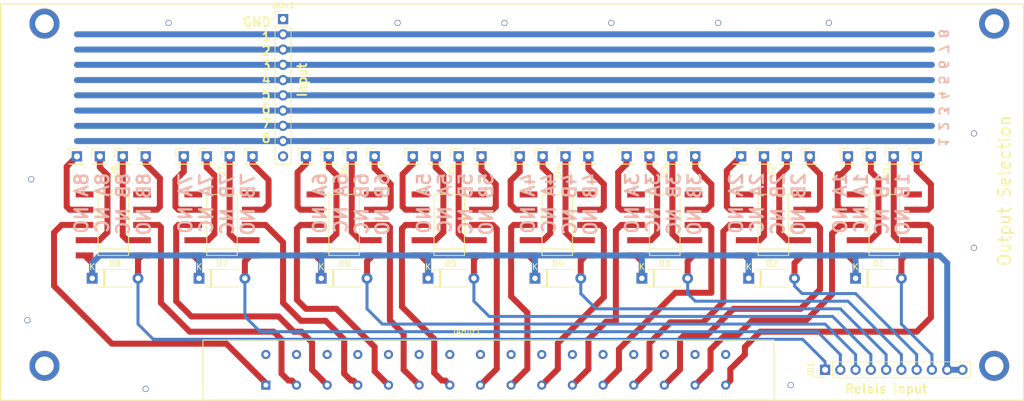
<source format=kicad_pcb>
(kicad_pcb (version 20171130) (host pcbnew 5.0.2-bee76a0~70~ubuntu16.04.1)

  (general
    (thickness 1.6)
    (drawings 11)
    (tracks 401)
    (zones 0)
    (modules 51)
    (nets 59)
  )

  (page A4)
  (layers
    (0 F.Cu signal)
    (31 B.Cu signal)
    (32 B.Adhes user)
    (33 F.Adhes user)
    (34 B.Paste user)
    (35 F.Paste user)
    (36 B.SilkS user)
    (37 F.SilkS user)
    (38 B.Mask user)
    (39 F.Mask user)
    (40 Dwgs.User user)
    (41 Cmts.User user)
    (42 Eco1.User user)
    (43 Eco2.User user)
    (44 Edge.Cuts user)
    (45 Margin user)
    (46 B.CrtYd user)
    (47 F.CrtYd user)
    (48 B.Fab user)
    (49 F.Fab user)
  )

  (setup
    (last_trace_width 1)
    (trace_clearance 1)
    (zone_clearance 0.508)
    (zone_45_only no)
    (trace_min 0.2)
    (segment_width 0.2)
    (edge_width 0.15)
    (via_size 1)
    (via_drill 0.8)
    (via_min_size 0.4)
    (via_min_drill 0.3)
    (uvia_size 0.3)
    (uvia_drill 0.1)
    (uvias_allowed no)
    (uvia_min_size 0.2)
    (uvia_min_drill 0.1)
    (pcb_text_width 0.3)
    (pcb_text_size 1.5 1.5)
    (mod_edge_width 0.15)
    (mod_text_size 1 1)
    (mod_text_width 0.15)
    (pad_size 1.524 1.524)
    (pad_drill 0.762)
    (pad_to_mask_clearance 0.051)
    (solder_mask_min_width 0.25)
    (aux_axis_origin 0 0)
    (visible_elements FFFFFF7F)
    (pcbplotparams
      (layerselection 0x010fc_ffffffff)
      (usegerberextensions false)
      (usegerberattributes false)
      (usegerberadvancedattributes false)
      (creategerberjobfile false)
      (excludeedgelayer true)
      (linewidth 0.100000)
      (plotframeref false)
      (viasonmask false)
      (mode 1)
      (useauxorigin false)
      (hpglpennumber 1)
      (hpglpenspeed 20)
      (hpglpendiameter 15.000000)
      (psnegative false)
      (psa4output false)
      (plotreference true)
      (plotvalue true)
      (plotinvisibletext false)
      (padsonsilk false)
      (subtractmaskfromsilk false)
      (outputformat 1)
      (mirror false)
      (drillshape 1)
      (scaleselection 1)
      (outputdirectory ""))
  )

  (net 0 "")
  (net 1 /relaysheet/Relais1)
  (net 2 +9V)
  (net 3 /relaysheet/Relais5)
  (net 4 /relaysheet/Relais2)
  (net 5 /relaysheet/Relais6)
  (net 6 /relaysheet/Relais3)
  (net 7 /relaysheet/Relais7)
  (net 8 /relaysheet/Relais4)
  (net 9 /relaysheet/Relais8)
  (net 10 GNDA)
  (net 11 /relaysheet/R1B_out)
  (net 12 /relaysheet/R1A_out)
  (net 13 /relaysheet/R1A_NC)
  (net 14 /relaysheet/R5B_out)
  (net 15 /relaysheet/R5A_out)
  (net 16 /relaysheet/R2B_out)
  (net 17 /relaysheet/R2A_out)
  (net 18 /relaysheet/R6A_out)
  (net 19 /relaysheet/R6B_out)
  (net 20 /relaysheet/R3A_out)
  (net 21 /relaysheet/R3B_out)
  (net 22 /relaysheet/R7B_out)
  (net 23 /relaysheet/R7A_out)
  (net 24 /relaysheet/R4A_out)
  (net 25 /relaysheet/R4B_out)
  (net 26 /relaysheet/R8A_out)
  (net 27 /relaysheet/R8B_out)
  (net 28 /relaysheet/R1B_NC)
  (net 29 /relaysheet/R1A_NO)
  (net 30 /relaysheet/R1B_NO)
  (net 31 /relaysheet/R2A_NC)
  (net 32 /relaysheet/R2B_NC)
  (net 33 /relaysheet/R2A_NO)
  (net 34 /relaysheet/R2B_NO)
  (net 35 /relaysheet/R3A_NC)
  (net 36 /relaysheet/R3B_NC)
  (net 37 /relaysheet/R3A_NO)
  (net 38 /relaysheet/R3B_NO)
  (net 39 /relaysheet/R4A_NC)
  (net 40 /relaysheet/R4B_NC)
  (net 41 /relaysheet/R4A_NO)
  (net 42 /relaysheet/R4B_NO)
  (net 43 /relaysheet/R5A_NC)
  (net 44 /relaysheet/R5B_NC)
  (net 45 /relaysheet/R5A_NO)
  (net 46 /relaysheet/R5B_NO)
  (net 47 /relaysheet/R6A_NC)
  (net 48 /relaysheet/R6B_NC)
  (net 49 /relaysheet/R6A_NO)
  (net 50 /relaysheet/R6B_NO)
  (net 51 /relaysheet/R7A_NC)
  (net 52 /relaysheet/R7B_NC)
  (net 53 /relaysheet/R7A_NO)
  (net 54 /relaysheet/R7B_NO)
  (net 55 /relaysheet/R8A_NC)
  (net 56 /relaysheet/R8B_NC)
  (net 57 /relaysheet/R8A_NO)
  (net 58 /relaysheet/R8B_NO)

  (net_class Default "This is the default net class."
    (clearance 1)
    (trace_width 1)
    (via_dia 1)
    (via_drill 0.8)
    (uvia_dia 0.3)
    (uvia_drill 0.1)
    (add_net +9V)
    (add_net /relaysheet/R1A_NC)
    (add_net /relaysheet/R1A_NO)
    (add_net /relaysheet/R1A_out)
    (add_net /relaysheet/R1B_NC)
    (add_net /relaysheet/R1B_NO)
    (add_net /relaysheet/R1B_out)
    (add_net /relaysheet/R2A_NC)
    (add_net /relaysheet/R2A_NO)
    (add_net /relaysheet/R2A_out)
    (add_net /relaysheet/R2B_NC)
    (add_net /relaysheet/R2B_NO)
    (add_net /relaysheet/R2B_out)
    (add_net /relaysheet/R3A_NC)
    (add_net /relaysheet/R3A_NO)
    (add_net /relaysheet/R3A_out)
    (add_net /relaysheet/R3B_NC)
    (add_net /relaysheet/R3B_NO)
    (add_net /relaysheet/R3B_out)
    (add_net /relaysheet/R4A_NC)
    (add_net /relaysheet/R4A_NO)
    (add_net /relaysheet/R4A_out)
    (add_net /relaysheet/R4B_NC)
    (add_net /relaysheet/R4B_NO)
    (add_net /relaysheet/R4B_out)
    (add_net /relaysheet/R5A_NC)
    (add_net /relaysheet/R5A_NO)
    (add_net /relaysheet/R5A_out)
    (add_net /relaysheet/R5B_NC)
    (add_net /relaysheet/R5B_NO)
    (add_net /relaysheet/R5B_out)
    (add_net /relaysheet/R6A_NC)
    (add_net /relaysheet/R6A_NO)
    (add_net /relaysheet/R6A_out)
    (add_net /relaysheet/R6B_NC)
    (add_net /relaysheet/R6B_NO)
    (add_net /relaysheet/R6B_out)
    (add_net /relaysheet/R7A_NC)
    (add_net /relaysheet/R7A_NO)
    (add_net /relaysheet/R7A_out)
    (add_net /relaysheet/R7B_NC)
    (add_net /relaysheet/R7B_NO)
    (add_net /relaysheet/R7B_out)
    (add_net /relaysheet/R8A_NC)
    (add_net /relaysheet/R8A_NO)
    (add_net /relaysheet/R8A_out)
    (add_net /relaysheet/R8B_NC)
    (add_net /relaysheet/R8B_NO)
    (add_net /relaysheet/R8B_out)
    (add_net /relaysheet/Relais1)
    (add_net /relaysheet/Relais2)
    (add_net /relaysheet/Relais3)
    (add_net /relaysheet/Relais4)
    (add_net /relaysheet/Relais5)
    (add_net /relaysheet/Relais6)
    (add_net /relaysheet/Relais7)
    (add_net /relaysheet/Relais8)
    (add_net GNDA)
  )

  (module footprints:NEC-EB2-12NU (layer F.Cu) (tedit 5CD1A950) (tstamp 5CD2D6D0)
    (at 159.72 49.53 90)
    (path /5CD2BD35/5CD2D6AA)
    (fp_text reference U1 (at 8.89 0.3 90) (layer F.SilkS)
      (effects (font (size 1 1) (thickness 0.15)))
    )
    (fp_text value NEC-EB2-12NU (at 0 0 90) (layer F.Fab)
      (effects (font (size 1 1) (thickness 0.15)))
    )
    (fp_line (start -7.15 -4.65) (end 7.15 -4.65) (layer F.Fab) (width 0.15))
    (fp_line (start 7.15 -4.65) (end 7.15 4.65) (layer F.Fab) (width 0.15))
    (fp_line (start 7.15 4.65) (end -7.15 4.65) (layer F.Fab) (width 0.15))
    (fp_line (start -7.15 4.65) (end -7.15 -4.65) (layer F.Fab) (width 0.15))
    (fp_line (start -6 -4.65) (end -6 4.65) (layer F.Fab) (width 0.15))
    (fp_line (start -5.08 -2.54) (end 5.08 -2.54) (layer F.SilkS) (width 0.15))
    (fp_line (start 5.08 -2.54) (end 5.08 2.54) (layer F.SilkS) (width 0.15))
    (fp_line (start 5.08 2.54) (end -5.08 2.54) (layer F.SilkS) (width 0.15))
    (fp_line (start -5.08 2.54) (end -5.08 -2.54) (layer F.SilkS) (width 0.15))
    (fp_line (start -4 -2.54) (end -4 2.54) (layer F.SilkS) (width 0.15))
    (pad 1 smd rect (at -5.08 -4.78 90) (size 1 2.94) (layers F.Cu F.Paste F.Mask)
      (net 2 +9V))
    (pad 2 smd rect (at -2.54 -4.78 90) (size 1 2.94) (layers F.Cu F.Paste F.Mask)
      (net 13 /relaysheet/R1A_NC))
    (pad 3 smd rect (at 0 -4.78 90) (size 1 2.94) (layers F.Cu F.Paste F.Mask)
      (net 12 /relaysheet/R1A_out))
    (pad 4 smd rect (at 2.54 -4.78 90) (size 1 2.94) (layers F.Cu F.Paste F.Mask)
      (net 29 /relaysheet/R1A_NO))
    (pad 5 smd rect (at 5.08 -4.78 90) (size 1 2.94) (layers F.Cu F.Paste F.Mask))
    (pad 6 smd rect (at 5.08 4.78 90) (size 1 2.94) (layers F.Cu F.Paste F.Mask))
    (pad 7 smd rect (at 2.54 4.78 90) (size 1 2.94) (layers F.Cu F.Paste F.Mask)
      (net 30 /relaysheet/R1B_NO))
    (pad 8 smd rect (at 0 4.78 90) (size 1 2.94) (layers F.Cu F.Paste F.Mask)
      (net 11 /relaysheet/R1B_out))
    (pad 9 smd rect (at -2.54 4.78 90) (size 1 2.94) (layers F.Cu F.Paste F.Mask)
      (net 28 /relaysheet/R1B_NC))
    (pad 10 smd rect (at -5.08 4.78 90) (size 1 2.94) (layers F.Cu F.Paste F.Mask)
      (net 1 /relaysheet/Relais1))
  )

  (module footprints:NEC-EB2-12NU (layer F.Cu) (tedit 5CD1A950) (tstamp 5CD2F79B)
    (at 141.27 49.53 90)
    (path /5CD2BD35/5CD30362)
    (fp_text reference U2 (at 8.89 -0.3 90) (layer F.SilkS)
      (effects (font (size 1 1) (thickness 0.15)))
    )
    (fp_text value NEC-EB2-12NU (at 0 0 90) (layer F.Fab)
      (effects (font (size 1 1) (thickness 0.15)))
    )
    (fp_line (start -7.15 -4.65) (end 7.15 -4.65) (layer F.Fab) (width 0.15))
    (fp_line (start 7.15 -4.65) (end 7.15 4.65) (layer F.Fab) (width 0.15))
    (fp_line (start 7.15 4.65) (end -7.15 4.65) (layer F.Fab) (width 0.15))
    (fp_line (start -7.15 4.65) (end -7.15 -4.65) (layer F.Fab) (width 0.15))
    (fp_line (start -6 -4.65) (end -6 4.65) (layer F.Fab) (width 0.15))
    (fp_line (start -5.08 -2.54) (end 5.08 -2.54) (layer F.SilkS) (width 0.15))
    (fp_line (start 5.08 -2.54) (end 5.08 2.54) (layer F.SilkS) (width 0.15))
    (fp_line (start 5.08 2.54) (end -5.08 2.54) (layer F.SilkS) (width 0.15))
    (fp_line (start -5.08 2.54) (end -5.08 -2.54) (layer F.SilkS) (width 0.15))
    (fp_line (start -4 -2.54) (end -4 2.54) (layer F.SilkS) (width 0.15))
    (pad 1 smd rect (at -5.08 -4.78 90) (size 1 2.94) (layers F.Cu F.Paste F.Mask)
      (net 2 +9V))
    (pad 2 smd rect (at -2.54 -4.78 90) (size 1 2.94) (layers F.Cu F.Paste F.Mask)
      (net 31 /relaysheet/R2A_NC))
    (pad 3 smd rect (at 0 -4.78 90) (size 1 2.94) (layers F.Cu F.Paste F.Mask)
      (net 17 /relaysheet/R2A_out))
    (pad 4 smd rect (at 2.54 -4.78 90) (size 1 2.94) (layers F.Cu F.Paste F.Mask)
      (net 33 /relaysheet/R2A_NO))
    (pad 5 smd rect (at 5.08 -4.78 90) (size 1 2.94) (layers F.Cu F.Paste F.Mask))
    (pad 6 smd rect (at 5.08 4.78 90) (size 1 2.94) (layers F.Cu F.Paste F.Mask))
    (pad 7 smd rect (at 2.54 4.78 90) (size 1 2.94) (layers F.Cu F.Paste F.Mask)
      (net 34 /relaysheet/R2B_NO))
    (pad 8 smd rect (at 0 4.78 90) (size 1 2.94) (layers F.Cu F.Paste F.Mask)
      (net 16 /relaysheet/R2B_out))
    (pad 9 smd rect (at -2.54 4.78 90) (size 1 2.94) (layers F.Cu F.Paste F.Mask)
      (net 32 /relaysheet/R2B_NC))
    (pad 10 smd rect (at -5.08 4.78 90) (size 1 2.94) (layers F.Cu F.Paste F.Mask)
      (net 4 /relaysheet/Relais2))
  )

  (module footprints:NEC-EB2-12NU (layer F.Cu) (tedit 5CD1A950) (tstamp 5CD2D700)
    (at 123.19 49.53 90)
    (path /5CD2BD35/5CD316D2)
    (fp_text reference U3 (at 8.89 0 90) (layer F.SilkS)
      (effects (font (size 1 1) (thickness 0.15)))
    )
    (fp_text value NEC-EB2-12NU (at 0 0 90) (layer F.Fab)
      (effects (font (size 1 1) (thickness 0.15)))
    )
    (fp_line (start -7.15 -4.65) (end 7.15 -4.65) (layer F.Fab) (width 0.15))
    (fp_line (start 7.15 -4.65) (end 7.15 4.65) (layer F.Fab) (width 0.15))
    (fp_line (start 7.15 4.65) (end -7.15 4.65) (layer F.Fab) (width 0.15))
    (fp_line (start -7.15 4.65) (end -7.15 -4.65) (layer F.Fab) (width 0.15))
    (fp_line (start -6 -4.65) (end -6 4.65) (layer F.Fab) (width 0.15))
    (fp_line (start -5.08 -2.54) (end 5.08 -2.54) (layer F.SilkS) (width 0.15))
    (fp_line (start 5.08 -2.54) (end 5.08 2.54) (layer F.SilkS) (width 0.15))
    (fp_line (start 5.08 2.54) (end -5.08 2.54) (layer F.SilkS) (width 0.15))
    (fp_line (start -5.08 2.54) (end -5.08 -2.54) (layer F.SilkS) (width 0.15))
    (fp_line (start -4 -2.54) (end -4 2.54) (layer F.SilkS) (width 0.15))
    (pad 1 smd rect (at -5.08 -4.78 90) (size 1 2.94) (layers F.Cu F.Paste F.Mask)
      (net 2 +9V))
    (pad 2 smd rect (at -2.54 -4.78 90) (size 1 2.94) (layers F.Cu F.Paste F.Mask)
      (net 35 /relaysheet/R3A_NC))
    (pad 3 smd rect (at 0 -4.78 90) (size 1 2.94) (layers F.Cu F.Paste F.Mask)
      (net 20 /relaysheet/R3A_out))
    (pad 4 smd rect (at 2.54 -4.78 90) (size 1 2.94) (layers F.Cu F.Paste F.Mask)
      (net 37 /relaysheet/R3A_NO))
    (pad 5 smd rect (at 5.08 -4.78 90) (size 1 2.94) (layers F.Cu F.Paste F.Mask))
    (pad 6 smd rect (at 5.08 4.78 90) (size 1 2.94) (layers F.Cu F.Paste F.Mask))
    (pad 7 smd rect (at 2.54 4.78 90) (size 1 2.94) (layers F.Cu F.Paste F.Mask)
      (net 38 /relaysheet/R3B_NO))
    (pad 8 smd rect (at 0 4.78 90) (size 1 2.94) (layers F.Cu F.Paste F.Mask)
      (net 21 /relaysheet/R3B_out))
    (pad 9 smd rect (at -2.54 4.78 90) (size 1 2.94) (layers F.Cu F.Paste F.Mask)
      (net 36 /relaysheet/R3B_NC))
    (pad 10 smd rect (at -5.08 4.78 90) (size 1 2.94) (layers F.Cu F.Paste F.Mask)
      (net 6 /relaysheet/Relais3))
  )

  (module footprints:NEC-EB2-12NU (layer F.Cu) (tedit 5CD1A950) (tstamp 5CD30B02)
    (at 105.31 49.53 90)
    (path /5CD2BD35/5CD31724)
    (fp_text reference U4 (at 8.89 0.1 90) (layer F.SilkS)
      (effects (font (size 1 1) (thickness 0.15)))
    )
    (fp_text value NEC-EB2-12NU (at 0 0 90) (layer F.Fab)
      (effects (font (size 1 1) (thickness 0.15)))
    )
    (fp_line (start -4 -2.54) (end -4 2.54) (layer F.SilkS) (width 0.15))
    (fp_line (start -5.08 2.54) (end -5.08 -2.54) (layer F.SilkS) (width 0.15))
    (fp_line (start 5.08 2.54) (end -5.08 2.54) (layer F.SilkS) (width 0.15))
    (fp_line (start 5.08 -2.54) (end 5.08 2.54) (layer F.SilkS) (width 0.15))
    (fp_line (start -5.08 -2.54) (end 5.08 -2.54) (layer F.SilkS) (width 0.15))
    (fp_line (start -6 -4.65) (end -6 4.65) (layer F.Fab) (width 0.15))
    (fp_line (start -7.15 4.65) (end -7.15 -4.65) (layer F.Fab) (width 0.15))
    (fp_line (start 7.15 4.65) (end -7.15 4.65) (layer F.Fab) (width 0.15))
    (fp_line (start 7.15 -4.65) (end 7.15 4.65) (layer F.Fab) (width 0.15))
    (fp_line (start -7.15 -4.65) (end 7.15 -4.65) (layer F.Fab) (width 0.15))
    (pad 10 smd rect (at -5.08 4.78 90) (size 1 2.94) (layers F.Cu F.Paste F.Mask)
      (net 8 /relaysheet/Relais4))
    (pad 9 smd rect (at -2.54 4.78 90) (size 1 2.94) (layers F.Cu F.Paste F.Mask)
      (net 40 /relaysheet/R4B_NC))
    (pad 8 smd rect (at 0 4.78 90) (size 1 2.94) (layers F.Cu F.Paste F.Mask)
      (net 25 /relaysheet/R4B_out))
    (pad 7 smd rect (at 2.54 4.78 90) (size 1 2.94) (layers F.Cu F.Paste F.Mask)
      (net 42 /relaysheet/R4B_NO))
    (pad 6 smd rect (at 5.08 4.78 90) (size 1 2.94) (layers F.Cu F.Paste F.Mask))
    (pad 5 smd rect (at 5.08 -4.78 90) (size 1 2.94) (layers F.Cu F.Paste F.Mask))
    (pad 4 smd rect (at 2.54 -4.78 90) (size 1 2.94) (layers F.Cu F.Paste F.Mask)
      (net 41 /relaysheet/R4A_NO))
    (pad 3 smd rect (at 0 -4.78 90) (size 1 2.94) (layers F.Cu F.Paste F.Mask)
      (net 24 /relaysheet/R4A_out))
    (pad 2 smd rect (at -2.54 -4.78 90) (size 1 2.94) (layers F.Cu F.Paste F.Mask)
      (net 39 /relaysheet/R4A_NC))
    (pad 1 smd rect (at -5.08 -4.78 90) (size 1 2.94) (layers F.Cu F.Paste F.Mask)
      (net 2 +9V))
  )

  (module footprints:NEC-EB2-12NU (layer F.Cu) (tedit 5CD1A950) (tstamp 5CD2D730)
    (at 87.33 49.53 90)
    (path /5CD2BD35/5CD2FCCA)
    (fp_text reference U5 (at 8.89 0.3 90) (layer F.SilkS)
      (effects (font (size 1 1) (thickness 0.15)))
    )
    (fp_text value NEC-EB2-12NU (at 0 0 90) (layer F.Fab)
      (effects (font (size 1 1) (thickness 0.15)))
    )
    (fp_line (start -4 -2.54) (end -4 2.54) (layer F.SilkS) (width 0.15))
    (fp_line (start -5.08 2.54) (end -5.08 -2.54) (layer F.SilkS) (width 0.15))
    (fp_line (start 5.08 2.54) (end -5.08 2.54) (layer F.SilkS) (width 0.15))
    (fp_line (start 5.08 -2.54) (end 5.08 2.54) (layer F.SilkS) (width 0.15))
    (fp_line (start -5.08 -2.54) (end 5.08 -2.54) (layer F.SilkS) (width 0.15))
    (fp_line (start -6 -4.65) (end -6 4.65) (layer F.Fab) (width 0.15))
    (fp_line (start -7.15 4.65) (end -7.15 -4.65) (layer F.Fab) (width 0.15))
    (fp_line (start 7.15 4.65) (end -7.15 4.65) (layer F.Fab) (width 0.15))
    (fp_line (start 7.15 -4.65) (end 7.15 4.65) (layer F.Fab) (width 0.15))
    (fp_line (start -7.15 -4.65) (end 7.15 -4.65) (layer F.Fab) (width 0.15))
    (pad 10 smd rect (at -5.08 4.78 90) (size 1 2.94) (layers F.Cu F.Paste F.Mask)
      (net 3 /relaysheet/Relais5))
    (pad 9 smd rect (at -2.54 4.78 90) (size 1 2.94) (layers F.Cu F.Paste F.Mask)
      (net 44 /relaysheet/R5B_NC))
    (pad 8 smd rect (at 0 4.78 90) (size 1 2.94) (layers F.Cu F.Paste F.Mask)
      (net 14 /relaysheet/R5B_out))
    (pad 7 smd rect (at 2.54 4.78 90) (size 1 2.94) (layers F.Cu F.Paste F.Mask)
      (net 46 /relaysheet/R5B_NO))
    (pad 6 smd rect (at 5.08 4.78 90) (size 1 2.94) (layers F.Cu F.Paste F.Mask))
    (pad 5 smd rect (at 5.08 -4.78 90) (size 1 2.94) (layers F.Cu F.Paste F.Mask))
    (pad 4 smd rect (at 2.54 -4.78 90) (size 1 2.94) (layers F.Cu F.Paste F.Mask)
      (net 45 /relaysheet/R5A_NO))
    (pad 3 smd rect (at 0 -4.78 90) (size 1 2.94) (layers F.Cu F.Paste F.Mask)
      (net 15 /relaysheet/R5A_out))
    (pad 2 smd rect (at -2.54 -4.78 90) (size 1 2.94) (layers F.Cu F.Paste F.Mask)
      (net 43 /relaysheet/R5A_NC))
    (pad 1 smd rect (at -5.08 -4.78 90) (size 1 2.94) (layers F.Cu F.Paste F.Mask)
      (net 2 +9V))
  )

  (module footprints:NEC-EB2-12NU (layer F.Cu) (tedit 5CD1A950) (tstamp 5CD2D748)
    (at 69.85 49.53 90)
    (path /5CD2BD35/5CD3038B)
    (fp_text reference U6 (at 8.89 0 90) (layer F.SilkS)
      (effects (font (size 1 1) (thickness 0.15)))
    )
    (fp_text value NEC-EB2-12NU (at 0 0 90) (layer F.Fab)
      (effects (font (size 1 1) (thickness 0.15)))
    )
    (fp_line (start -4 -2.54) (end -4 2.54) (layer F.SilkS) (width 0.15))
    (fp_line (start -5.08 2.54) (end -5.08 -2.54) (layer F.SilkS) (width 0.15))
    (fp_line (start 5.08 2.54) (end -5.08 2.54) (layer F.SilkS) (width 0.15))
    (fp_line (start 5.08 -2.54) (end 5.08 2.54) (layer F.SilkS) (width 0.15))
    (fp_line (start -5.08 -2.54) (end 5.08 -2.54) (layer F.SilkS) (width 0.15))
    (fp_line (start -6 -4.65) (end -6 4.65) (layer F.Fab) (width 0.15))
    (fp_line (start -7.15 4.65) (end -7.15 -4.65) (layer F.Fab) (width 0.15))
    (fp_line (start 7.15 4.65) (end -7.15 4.65) (layer F.Fab) (width 0.15))
    (fp_line (start 7.15 -4.65) (end 7.15 4.65) (layer F.Fab) (width 0.15))
    (fp_line (start -7.15 -4.65) (end 7.15 -4.65) (layer F.Fab) (width 0.15))
    (pad 10 smd rect (at -5.08 4.78 90) (size 1 2.94) (layers F.Cu F.Paste F.Mask)
      (net 5 /relaysheet/Relais6))
    (pad 9 smd rect (at -2.54 4.78 90) (size 1 2.94) (layers F.Cu F.Paste F.Mask)
      (net 48 /relaysheet/R6B_NC))
    (pad 8 smd rect (at 0 4.78 90) (size 1 2.94) (layers F.Cu F.Paste F.Mask)
      (net 19 /relaysheet/R6B_out))
    (pad 7 smd rect (at 2.54 4.78 90) (size 1 2.94) (layers F.Cu F.Paste F.Mask)
      (net 50 /relaysheet/R6B_NO))
    (pad 6 smd rect (at 5.08 4.78 90) (size 1 2.94) (layers F.Cu F.Paste F.Mask))
    (pad 5 smd rect (at 5.08 -4.78 90) (size 1 2.94) (layers F.Cu F.Paste F.Mask))
    (pad 4 smd rect (at 2.54 -4.78 90) (size 1 2.94) (layers F.Cu F.Paste F.Mask)
      (net 49 /relaysheet/R6A_NO))
    (pad 3 smd rect (at 0 -4.78 90) (size 1 2.94) (layers F.Cu F.Paste F.Mask)
      (net 18 /relaysheet/R6A_out))
    (pad 2 smd rect (at -2.54 -4.78 90) (size 1 2.94) (layers F.Cu F.Paste F.Mask)
      (net 47 /relaysheet/R6A_NC))
    (pad 1 smd rect (at -5.08 -4.78 90) (size 1 2.94) (layers F.Cu F.Paste F.Mask)
      (net 2 +9V))
  )

  (module footprints:NEC-EB2-12NU (layer F.Cu) (tedit 5CD1A950) (tstamp 5CD2DE4A)
    (at 49.53 49.53 90)
    (path /5CD2BD35/5CD316FB)
    (fp_text reference U7 (at 8.89 0 90) (layer F.SilkS)
      (effects (font (size 1 1) (thickness 0.15)))
    )
    (fp_text value NEC-EB2-12NU (at 0 0 90) (layer F.Fab)
      (effects (font (size 1 1) (thickness 0.15)))
    )
    (fp_line (start -4 -2.54) (end -4 2.54) (layer F.SilkS) (width 0.15))
    (fp_line (start -5.08 2.54) (end -5.08 -2.54) (layer F.SilkS) (width 0.15))
    (fp_line (start 5.08 2.54) (end -5.08 2.54) (layer F.SilkS) (width 0.15))
    (fp_line (start 5.08 -2.54) (end 5.08 2.54) (layer F.SilkS) (width 0.15))
    (fp_line (start -5.08 -2.54) (end 5.08 -2.54) (layer F.SilkS) (width 0.15))
    (fp_line (start -6 -4.65) (end -6 4.65) (layer F.Fab) (width 0.15))
    (fp_line (start -7.15 4.65) (end -7.15 -4.65) (layer F.Fab) (width 0.15))
    (fp_line (start 7.15 4.65) (end -7.15 4.65) (layer F.Fab) (width 0.15))
    (fp_line (start 7.15 -4.65) (end 7.15 4.65) (layer F.Fab) (width 0.15))
    (fp_line (start -7.15 -4.65) (end 7.15 -4.65) (layer F.Fab) (width 0.15))
    (pad 10 smd rect (at -5.08 4.78 90) (size 1 2.94) (layers F.Cu F.Paste F.Mask)
      (net 7 /relaysheet/Relais7))
    (pad 9 smd rect (at -2.54 4.78 90) (size 1 2.94) (layers F.Cu F.Paste F.Mask)
      (net 52 /relaysheet/R7B_NC))
    (pad 8 smd rect (at 0 4.78 90) (size 1 2.94) (layers F.Cu F.Paste F.Mask)
      (net 22 /relaysheet/R7B_out))
    (pad 7 smd rect (at 2.54 4.78 90) (size 1 2.94) (layers F.Cu F.Paste F.Mask)
      (net 54 /relaysheet/R7B_NO))
    (pad 6 smd rect (at 5.08 4.78 90) (size 1 2.94) (layers F.Cu F.Paste F.Mask))
    (pad 5 smd rect (at 5.08 -4.78 90) (size 1 2.94) (layers F.Cu F.Paste F.Mask))
    (pad 4 smd rect (at 2.54 -4.78 90) (size 1 2.94) (layers F.Cu F.Paste F.Mask)
      (net 53 /relaysheet/R7A_NO))
    (pad 3 smd rect (at 0 -4.78 90) (size 1 2.94) (layers F.Cu F.Paste F.Mask)
      (net 23 /relaysheet/R7A_out))
    (pad 2 smd rect (at -2.54 -4.78 90) (size 1 2.94) (layers F.Cu F.Paste F.Mask)
      (net 51 /relaysheet/R7A_NC))
    (pad 1 smd rect (at -5.08 -4.78 90) (size 1 2.94) (layers F.Cu F.Paste F.Mask)
      (net 2 +9V))
  )

  (module footprints:NEC-EB2-12NU (layer F.Cu) (tedit 5CD1A950) (tstamp 5CD30EC6)
    (at 31.45 49.53 90)
    (path /5CD2BD35/5CD3174D)
    (fp_text reference U8 (at 8.89 0.3 90) (layer F.SilkS)
      (effects (font (size 1 1) (thickness 0.15)))
    )
    (fp_text value NEC-EB2-12NU (at 0 0 90) (layer F.Fab)
      (effects (font (size 1 1) (thickness 0.15)))
    )
    (fp_line (start -4 -2.54) (end -4 2.54) (layer F.SilkS) (width 0.15))
    (fp_line (start -5.08 2.54) (end -5.08 -2.54) (layer F.SilkS) (width 0.15))
    (fp_line (start 5.08 2.54) (end -5.08 2.54) (layer F.SilkS) (width 0.15))
    (fp_line (start 5.08 -2.54) (end 5.08 2.54) (layer F.SilkS) (width 0.15))
    (fp_line (start -5.08 -2.54) (end 5.08 -2.54) (layer F.SilkS) (width 0.15))
    (fp_line (start -6 -4.65) (end -6 4.65) (layer F.Fab) (width 0.15))
    (fp_line (start -7.15 4.65) (end -7.15 -4.65) (layer F.Fab) (width 0.15))
    (fp_line (start 7.15 4.65) (end -7.15 4.65) (layer F.Fab) (width 0.15))
    (fp_line (start 7.15 -4.65) (end 7.15 4.65) (layer F.Fab) (width 0.15))
    (fp_line (start -7.15 -4.65) (end 7.15 -4.65) (layer F.Fab) (width 0.15))
    (pad 10 smd rect (at -5.08 4.78 90) (size 1 2.94) (layers F.Cu F.Paste F.Mask)
      (net 9 /relaysheet/Relais8))
    (pad 9 smd rect (at -2.54 4.78 90) (size 1 2.94) (layers F.Cu F.Paste F.Mask)
      (net 56 /relaysheet/R8B_NC))
    (pad 8 smd rect (at 0 4.78 90) (size 1 2.94) (layers F.Cu F.Paste F.Mask)
      (net 27 /relaysheet/R8B_out))
    (pad 7 smd rect (at 2.54 4.78 90) (size 1 2.94) (layers F.Cu F.Paste F.Mask)
      (net 58 /relaysheet/R8B_NO))
    (pad 6 smd rect (at 5.08 4.78 90) (size 1 2.94) (layers F.Cu F.Paste F.Mask))
    (pad 5 smd rect (at 5.08 -4.78 90) (size 1 2.94) (layers F.Cu F.Paste F.Mask))
    (pad 4 smd rect (at 2.54 -4.78 90) (size 1 2.94) (layers F.Cu F.Paste F.Mask)
      (net 57 /relaysheet/R8A_NO))
    (pad 3 smd rect (at 0 -4.78 90) (size 1 2.94) (layers F.Cu F.Paste F.Mask)
      (net 26 /relaysheet/R8A_out))
    (pad 2 smd rect (at -2.54 -4.78 90) (size 1 2.94) (layers F.Cu F.Paste F.Mask)
      (net 55 /relaysheet/R8A_NC))
    (pad 1 smd rect (at -5.08 -4.78 90) (size 1 2.94) (layers F.Cu F.Paste F.Mask)
      (net 2 +9V))
  )

  (module Diode_THT:D_A-405_P7.62mm_Horizontal (layer F.Cu) (tedit 5AE50CD5) (tstamp 5CD2F417)
    (at 154.94 58.42)
    (descr "Diode, A-405 series, Axial, Horizontal, pin pitch=7.62mm, , length*diameter=5.2*2.7mm^2, , http://www.diodes.com/_files/packages/A-405.pdf")
    (tags "Diode A-405 series Axial Horizontal pin pitch 7.62mm  length 5.2mm diameter 2.7mm")
    (path /5CD2BD35/5CD2E7CE)
    (fp_text reference D1 (at 3.81 -2.47) (layer F.SilkS)
      (effects (font (size 1 1) (thickness 0.15)))
    )
    (fp_text value D (at 3.81 2.47) (layer F.Fab)
      (effects (font (size 1 1) (thickness 0.15)))
    )
    (fp_line (start 1.21 -1.35) (end 1.21 1.35) (layer F.Fab) (width 0.1))
    (fp_line (start 1.21 1.35) (end 6.41 1.35) (layer F.Fab) (width 0.1))
    (fp_line (start 6.41 1.35) (end 6.41 -1.35) (layer F.Fab) (width 0.1))
    (fp_line (start 6.41 -1.35) (end 1.21 -1.35) (layer F.Fab) (width 0.1))
    (fp_line (start 0 0) (end 1.21 0) (layer F.Fab) (width 0.1))
    (fp_line (start 7.62 0) (end 6.41 0) (layer F.Fab) (width 0.1))
    (fp_line (start 1.99 -1.35) (end 1.99 1.35) (layer F.Fab) (width 0.1))
    (fp_line (start 2.09 -1.35) (end 2.09 1.35) (layer F.Fab) (width 0.1))
    (fp_line (start 1.89 -1.35) (end 1.89 1.35) (layer F.Fab) (width 0.1))
    (fp_line (start 1.09 -1.14) (end 1.09 -1.47) (layer F.SilkS) (width 0.12))
    (fp_line (start 1.09 -1.47) (end 6.53 -1.47) (layer F.SilkS) (width 0.12))
    (fp_line (start 6.53 -1.47) (end 6.53 -1.14) (layer F.SilkS) (width 0.12))
    (fp_line (start 1.09 1.14) (end 1.09 1.47) (layer F.SilkS) (width 0.12))
    (fp_line (start 1.09 1.47) (end 6.53 1.47) (layer F.SilkS) (width 0.12))
    (fp_line (start 6.53 1.47) (end 6.53 1.14) (layer F.SilkS) (width 0.12))
    (fp_line (start 1.99 -1.47) (end 1.99 1.47) (layer F.SilkS) (width 0.12))
    (fp_line (start 2.11 -1.47) (end 2.11 1.47) (layer F.SilkS) (width 0.12))
    (fp_line (start 1.87 -1.47) (end 1.87 1.47) (layer F.SilkS) (width 0.12))
    (fp_line (start -1.15 -1.6) (end -1.15 1.6) (layer F.CrtYd) (width 0.05))
    (fp_line (start -1.15 1.6) (end 8.77 1.6) (layer F.CrtYd) (width 0.05))
    (fp_line (start 8.77 1.6) (end 8.77 -1.6) (layer F.CrtYd) (width 0.05))
    (fp_line (start 8.77 -1.6) (end -1.15 -1.6) (layer F.CrtYd) (width 0.05))
    (fp_text user %R (at 4.2 0) (layer F.Fab)
      (effects (font (size 1 1) (thickness 0.15)))
    )
    (fp_text user K (at 0 -1.9) (layer F.Fab)
      (effects (font (size 1 1) (thickness 0.15)))
    )
    (fp_text user K (at 0 -1.9) (layer F.SilkS)
      (effects (font (size 1 1) (thickness 0.15)))
    )
    (pad 1 thru_hole rect (at 0 0) (size 1.8 1.8) (drill 0.9) (layers *.Cu *.Mask)
      (net 2 +9V))
    (pad 2 thru_hole oval (at 7.62 0) (size 1.8 1.8) (drill 0.9) (layers *.Cu *.Mask)
      (net 1 /relaysheet/Relais1))
    (model ${KISYS3DMOD}/Diode_THT.3dshapes/D_A-405_P7.62mm_Horizontal.wrl
      (at (xyz 0 0 0))
      (scale (xyz 1 1 1))
      (rotate (xyz 0 0 0))
    )
  )

  (module Diode_THT:D_A-405_P7.62mm_Horizontal (layer F.Cu) (tedit 5AE50CD5) (tstamp 5CD2F435)
    (at 137.16 58.42)
    (descr "Diode, A-405 series, Axial, Horizontal, pin pitch=7.62mm, , length*diameter=5.2*2.7mm^2, , http://www.diodes.com/_files/packages/A-405.pdf")
    (tags "Diode A-405 series Axial Horizontal pin pitch 7.62mm  length 5.2mm diameter 2.7mm")
    (path /5CD2BD35/5CD3037D)
    (fp_text reference D2 (at 3.81 -2.47) (layer F.SilkS)
      (effects (font (size 1 1) (thickness 0.15)))
    )
    (fp_text value D (at 3.81 2.47) (layer F.Fab)
      (effects (font (size 1 1) (thickness 0.15)))
    )
    (fp_text user K (at 0 -1.9) (layer F.SilkS)
      (effects (font (size 1 1) (thickness 0.15)))
    )
    (fp_text user K (at 0 -1.9) (layer F.Fab)
      (effects (font (size 1 1) (thickness 0.15)))
    )
    (fp_text user %R (at 4.2 0) (layer F.Fab)
      (effects (font (size 1 1) (thickness 0.15)))
    )
    (fp_line (start 8.77 -1.6) (end -1.15 -1.6) (layer F.CrtYd) (width 0.05))
    (fp_line (start 8.77 1.6) (end 8.77 -1.6) (layer F.CrtYd) (width 0.05))
    (fp_line (start -1.15 1.6) (end 8.77 1.6) (layer F.CrtYd) (width 0.05))
    (fp_line (start -1.15 -1.6) (end -1.15 1.6) (layer F.CrtYd) (width 0.05))
    (fp_line (start 1.87 -1.47) (end 1.87 1.47) (layer F.SilkS) (width 0.12))
    (fp_line (start 2.11 -1.47) (end 2.11 1.47) (layer F.SilkS) (width 0.12))
    (fp_line (start 1.99 -1.47) (end 1.99 1.47) (layer F.SilkS) (width 0.12))
    (fp_line (start 6.53 1.47) (end 6.53 1.14) (layer F.SilkS) (width 0.12))
    (fp_line (start 1.09 1.47) (end 6.53 1.47) (layer F.SilkS) (width 0.12))
    (fp_line (start 1.09 1.14) (end 1.09 1.47) (layer F.SilkS) (width 0.12))
    (fp_line (start 6.53 -1.47) (end 6.53 -1.14) (layer F.SilkS) (width 0.12))
    (fp_line (start 1.09 -1.47) (end 6.53 -1.47) (layer F.SilkS) (width 0.12))
    (fp_line (start 1.09 -1.14) (end 1.09 -1.47) (layer F.SilkS) (width 0.12))
    (fp_line (start 1.89 -1.35) (end 1.89 1.35) (layer F.Fab) (width 0.1))
    (fp_line (start 2.09 -1.35) (end 2.09 1.35) (layer F.Fab) (width 0.1))
    (fp_line (start 1.99 -1.35) (end 1.99 1.35) (layer F.Fab) (width 0.1))
    (fp_line (start 7.62 0) (end 6.41 0) (layer F.Fab) (width 0.1))
    (fp_line (start 0 0) (end 1.21 0) (layer F.Fab) (width 0.1))
    (fp_line (start 6.41 -1.35) (end 1.21 -1.35) (layer F.Fab) (width 0.1))
    (fp_line (start 6.41 1.35) (end 6.41 -1.35) (layer F.Fab) (width 0.1))
    (fp_line (start 1.21 1.35) (end 6.41 1.35) (layer F.Fab) (width 0.1))
    (fp_line (start 1.21 -1.35) (end 1.21 1.35) (layer F.Fab) (width 0.1))
    (pad 2 thru_hole oval (at 7.62 0) (size 1.8 1.8) (drill 0.9) (layers *.Cu *.Mask)
      (net 4 /relaysheet/Relais2))
    (pad 1 thru_hole rect (at 0 0) (size 1.8 1.8) (drill 0.9) (layers *.Cu *.Mask)
      (net 2 +9V))
    (model ${KISYS3DMOD}/Diode_THT.3dshapes/D_A-405_P7.62mm_Horizontal.wrl
      (at (xyz 0 0 0))
      (scale (xyz 1 1 1))
      (rotate (xyz 0 0 0))
    )
  )

  (module Diode_THT:D_A-405_P7.62mm_Horizontal (layer F.Cu) (tedit 5AE50CD5) (tstamp 5CD2F453)
    (at 119.38 58.42)
    (descr "Diode, A-405 series, Axial, Horizontal, pin pitch=7.62mm, , length*diameter=5.2*2.7mm^2, , http://www.diodes.com/_files/packages/A-405.pdf")
    (tags "Diode A-405 series Axial Horizontal pin pitch 7.62mm  length 5.2mm diameter 2.7mm")
    (path /5CD2BD35/5CD316ED)
    (fp_text reference D3 (at 3.81 -2.47) (layer F.SilkS)
      (effects (font (size 1 1) (thickness 0.15)))
    )
    (fp_text value D (at 3.81 2.47) (layer F.Fab)
      (effects (font (size 1 1) (thickness 0.15)))
    )
    (fp_text user K (at 0 -1.9) (layer F.SilkS)
      (effects (font (size 1 1) (thickness 0.15)))
    )
    (fp_text user K (at 0 -1.9) (layer F.Fab)
      (effects (font (size 1 1) (thickness 0.15)))
    )
    (fp_text user %R (at 4.2 0) (layer F.Fab)
      (effects (font (size 1 1) (thickness 0.15)))
    )
    (fp_line (start 8.77 -1.6) (end -1.15 -1.6) (layer F.CrtYd) (width 0.05))
    (fp_line (start 8.77 1.6) (end 8.77 -1.6) (layer F.CrtYd) (width 0.05))
    (fp_line (start -1.15 1.6) (end 8.77 1.6) (layer F.CrtYd) (width 0.05))
    (fp_line (start -1.15 -1.6) (end -1.15 1.6) (layer F.CrtYd) (width 0.05))
    (fp_line (start 1.87 -1.47) (end 1.87 1.47) (layer F.SilkS) (width 0.12))
    (fp_line (start 2.11 -1.47) (end 2.11 1.47) (layer F.SilkS) (width 0.12))
    (fp_line (start 1.99 -1.47) (end 1.99 1.47) (layer F.SilkS) (width 0.12))
    (fp_line (start 6.53 1.47) (end 6.53 1.14) (layer F.SilkS) (width 0.12))
    (fp_line (start 1.09 1.47) (end 6.53 1.47) (layer F.SilkS) (width 0.12))
    (fp_line (start 1.09 1.14) (end 1.09 1.47) (layer F.SilkS) (width 0.12))
    (fp_line (start 6.53 -1.47) (end 6.53 -1.14) (layer F.SilkS) (width 0.12))
    (fp_line (start 1.09 -1.47) (end 6.53 -1.47) (layer F.SilkS) (width 0.12))
    (fp_line (start 1.09 -1.14) (end 1.09 -1.47) (layer F.SilkS) (width 0.12))
    (fp_line (start 1.89 -1.35) (end 1.89 1.35) (layer F.Fab) (width 0.1))
    (fp_line (start 2.09 -1.35) (end 2.09 1.35) (layer F.Fab) (width 0.1))
    (fp_line (start 1.99 -1.35) (end 1.99 1.35) (layer F.Fab) (width 0.1))
    (fp_line (start 7.62 0) (end 6.41 0) (layer F.Fab) (width 0.1))
    (fp_line (start 0 0) (end 1.21 0) (layer F.Fab) (width 0.1))
    (fp_line (start 6.41 -1.35) (end 1.21 -1.35) (layer F.Fab) (width 0.1))
    (fp_line (start 6.41 1.35) (end 6.41 -1.35) (layer F.Fab) (width 0.1))
    (fp_line (start 1.21 1.35) (end 6.41 1.35) (layer F.Fab) (width 0.1))
    (fp_line (start 1.21 -1.35) (end 1.21 1.35) (layer F.Fab) (width 0.1))
    (pad 2 thru_hole oval (at 7.62 0) (size 1.8 1.8) (drill 0.9) (layers *.Cu *.Mask)
      (net 6 /relaysheet/Relais3))
    (pad 1 thru_hole rect (at 0 0) (size 1.8 1.8) (drill 0.9) (layers *.Cu *.Mask)
      (net 2 +9V))
    (model ${KISYS3DMOD}/Diode_THT.3dshapes/D_A-405_P7.62mm_Horizontal.wrl
      (at (xyz 0 0 0))
      (scale (xyz 1 1 1))
      (rotate (xyz 0 0 0))
    )
  )

  (module Diode_THT:D_A-405_P7.62mm_Horizontal (layer F.Cu) (tedit 5AE50CD5) (tstamp 5CD30AAF)
    (at 101.6 58.42)
    (descr "Diode, A-405 series, Axial, Horizontal, pin pitch=7.62mm, , length*diameter=5.2*2.7mm^2, , http://www.diodes.com/_files/packages/A-405.pdf")
    (tags "Diode A-405 series Axial Horizontal pin pitch 7.62mm  length 5.2mm diameter 2.7mm")
    (path /5CD2BD35/5CD3173F)
    (fp_text reference D4 (at 3.81 -2.47) (layer F.SilkS)
      (effects (font (size 1 1) (thickness 0.15)))
    )
    (fp_text value D (at 3.81 2.47) (layer F.Fab)
      (effects (font (size 1 1) (thickness 0.15)))
    )
    (fp_line (start 1.21 -1.35) (end 1.21 1.35) (layer F.Fab) (width 0.1))
    (fp_line (start 1.21 1.35) (end 6.41 1.35) (layer F.Fab) (width 0.1))
    (fp_line (start 6.41 1.35) (end 6.41 -1.35) (layer F.Fab) (width 0.1))
    (fp_line (start 6.41 -1.35) (end 1.21 -1.35) (layer F.Fab) (width 0.1))
    (fp_line (start 0 0) (end 1.21 0) (layer F.Fab) (width 0.1))
    (fp_line (start 7.62 0) (end 6.41 0) (layer F.Fab) (width 0.1))
    (fp_line (start 1.99 -1.35) (end 1.99 1.35) (layer F.Fab) (width 0.1))
    (fp_line (start 2.09 -1.35) (end 2.09 1.35) (layer F.Fab) (width 0.1))
    (fp_line (start 1.89 -1.35) (end 1.89 1.35) (layer F.Fab) (width 0.1))
    (fp_line (start 1.09 -1.14) (end 1.09 -1.47) (layer F.SilkS) (width 0.12))
    (fp_line (start 1.09 -1.47) (end 6.53 -1.47) (layer F.SilkS) (width 0.12))
    (fp_line (start 6.53 -1.47) (end 6.53 -1.14) (layer F.SilkS) (width 0.12))
    (fp_line (start 1.09 1.14) (end 1.09 1.47) (layer F.SilkS) (width 0.12))
    (fp_line (start 1.09 1.47) (end 6.53 1.47) (layer F.SilkS) (width 0.12))
    (fp_line (start 6.53 1.47) (end 6.53 1.14) (layer F.SilkS) (width 0.12))
    (fp_line (start 1.99 -1.47) (end 1.99 1.47) (layer F.SilkS) (width 0.12))
    (fp_line (start 2.11 -1.47) (end 2.11 1.47) (layer F.SilkS) (width 0.12))
    (fp_line (start 1.87 -1.47) (end 1.87 1.47) (layer F.SilkS) (width 0.12))
    (fp_line (start -1.15 -1.6) (end -1.15 1.6) (layer F.CrtYd) (width 0.05))
    (fp_line (start -1.15 1.6) (end 8.77 1.6) (layer F.CrtYd) (width 0.05))
    (fp_line (start 8.77 1.6) (end 8.77 -1.6) (layer F.CrtYd) (width 0.05))
    (fp_line (start 8.77 -1.6) (end -1.15 -1.6) (layer F.CrtYd) (width 0.05))
    (fp_text user %R (at 4.2 0) (layer F.Fab)
      (effects (font (size 1 1) (thickness 0.15)))
    )
    (fp_text user K (at 0 -1.9) (layer F.Fab)
      (effects (font (size 1 1) (thickness 0.15)))
    )
    (fp_text user K (at 0 -1.9) (layer F.SilkS)
      (effects (font (size 1 1) (thickness 0.15)))
    )
    (pad 1 thru_hole rect (at 0 0) (size 1.8 1.8) (drill 0.9) (layers *.Cu *.Mask)
      (net 2 +9V))
    (pad 2 thru_hole oval (at 7.62 0) (size 1.8 1.8) (drill 0.9) (layers *.Cu *.Mask)
      (net 8 /relaysheet/Relais4))
    (model ${KISYS3DMOD}/Diode_THT.3dshapes/D_A-405_P7.62mm_Horizontal.wrl
      (at (xyz 0 0 0))
      (scale (xyz 1 1 1))
      (rotate (xyz 0 0 0))
    )
  )

  (module Diode_THT:D_A-405_P7.62mm_Horizontal (layer F.Cu) (tedit 5AE50CD5) (tstamp 5CD2F48F)
    (at 83.82 58.42)
    (descr "Diode, A-405 series, Axial, Horizontal, pin pitch=7.62mm, , length*diameter=5.2*2.7mm^2, , http://www.diodes.com/_files/packages/A-405.pdf")
    (tags "Diode A-405 series Axial Horizontal pin pitch 7.62mm  length 5.2mm diameter 2.7mm")
    (path /5CD2BD35/5CD2FCE5)
    (fp_text reference D5 (at 3.81 -2.47) (layer F.SilkS)
      (effects (font (size 1 1) (thickness 0.15)))
    )
    (fp_text value D (at 3.81 2.47) (layer F.Fab)
      (effects (font (size 1 1) (thickness 0.15)))
    )
    (fp_text user K (at 0 -1.9) (layer F.SilkS)
      (effects (font (size 1 1) (thickness 0.15)))
    )
    (fp_text user K (at 0 -1.9) (layer F.Fab)
      (effects (font (size 1 1) (thickness 0.15)))
    )
    (fp_text user %R (at 4.2 0) (layer F.Fab)
      (effects (font (size 1 1) (thickness 0.15)))
    )
    (fp_line (start 8.77 -1.6) (end -1.15 -1.6) (layer F.CrtYd) (width 0.05))
    (fp_line (start 8.77 1.6) (end 8.77 -1.6) (layer F.CrtYd) (width 0.05))
    (fp_line (start -1.15 1.6) (end 8.77 1.6) (layer F.CrtYd) (width 0.05))
    (fp_line (start -1.15 -1.6) (end -1.15 1.6) (layer F.CrtYd) (width 0.05))
    (fp_line (start 1.87 -1.47) (end 1.87 1.47) (layer F.SilkS) (width 0.12))
    (fp_line (start 2.11 -1.47) (end 2.11 1.47) (layer F.SilkS) (width 0.12))
    (fp_line (start 1.99 -1.47) (end 1.99 1.47) (layer F.SilkS) (width 0.12))
    (fp_line (start 6.53 1.47) (end 6.53 1.14) (layer F.SilkS) (width 0.12))
    (fp_line (start 1.09 1.47) (end 6.53 1.47) (layer F.SilkS) (width 0.12))
    (fp_line (start 1.09 1.14) (end 1.09 1.47) (layer F.SilkS) (width 0.12))
    (fp_line (start 6.53 -1.47) (end 6.53 -1.14) (layer F.SilkS) (width 0.12))
    (fp_line (start 1.09 -1.47) (end 6.53 -1.47) (layer F.SilkS) (width 0.12))
    (fp_line (start 1.09 -1.14) (end 1.09 -1.47) (layer F.SilkS) (width 0.12))
    (fp_line (start 1.89 -1.35) (end 1.89 1.35) (layer F.Fab) (width 0.1))
    (fp_line (start 2.09 -1.35) (end 2.09 1.35) (layer F.Fab) (width 0.1))
    (fp_line (start 1.99 -1.35) (end 1.99 1.35) (layer F.Fab) (width 0.1))
    (fp_line (start 7.62 0) (end 6.41 0) (layer F.Fab) (width 0.1))
    (fp_line (start 0 0) (end 1.21 0) (layer F.Fab) (width 0.1))
    (fp_line (start 6.41 -1.35) (end 1.21 -1.35) (layer F.Fab) (width 0.1))
    (fp_line (start 6.41 1.35) (end 6.41 -1.35) (layer F.Fab) (width 0.1))
    (fp_line (start 1.21 1.35) (end 6.41 1.35) (layer F.Fab) (width 0.1))
    (fp_line (start 1.21 -1.35) (end 1.21 1.35) (layer F.Fab) (width 0.1))
    (pad 2 thru_hole oval (at 7.62 0) (size 1.8 1.8) (drill 0.9) (layers *.Cu *.Mask)
      (net 3 /relaysheet/Relais5))
    (pad 1 thru_hole rect (at 0 0) (size 1.8 1.8) (drill 0.9) (layers *.Cu *.Mask)
      (net 2 +9V))
    (model ${KISYS3DMOD}/Diode_THT.3dshapes/D_A-405_P7.62mm_Horizontal.wrl
      (at (xyz 0 0 0))
      (scale (xyz 1 1 1))
      (rotate (xyz 0 0 0))
    )
  )

  (module Diode_THT:D_A-405_P7.62mm_Horizontal (layer F.Cu) (tedit 5AE50CD5) (tstamp 5CD2F4AD)
    (at 66.04 58.42)
    (descr "Diode, A-405 series, Axial, Horizontal, pin pitch=7.62mm, , length*diameter=5.2*2.7mm^2, , http://www.diodes.com/_files/packages/A-405.pdf")
    (tags "Diode A-405 series Axial Horizontal pin pitch 7.62mm  length 5.2mm diameter 2.7mm")
    (path /5CD2BD35/5CD303A6)
    (fp_text reference D6 (at 3.81 -2.47) (layer F.SilkS)
      (effects (font (size 1 1) (thickness 0.15)))
    )
    (fp_text value D (at 3.81 2.47) (layer F.Fab)
      (effects (font (size 1 1) (thickness 0.15)))
    )
    (fp_text user K (at 0 -1.9) (layer F.SilkS)
      (effects (font (size 1 1) (thickness 0.15)))
    )
    (fp_text user K (at 0 -1.9) (layer F.Fab)
      (effects (font (size 1 1) (thickness 0.15)))
    )
    (fp_text user %R (at 4.2 0) (layer F.Fab)
      (effects (font (size 1 1) (thickness 0.15)))
    )
    (fp_line (start 8.77 -1.6) (end -1.15 -1.6) (layer F.CrtYd) (width 0.05))
    (fp_line (start 8.77 1.6) (end 8.77 -1.6) (layer F.CrtYd) (width 0.05))
    (fp_line (start -1.15 1.6) (end 8.77 1.6) (layer F.CrtYd) (width 0.05))
    (fp_line (start -1.15 -1.6) (end -1.15 1.6) (layer F.CrtYd) (width 0.05))
    (fp_line (start 1.87 -1.47) (end 1.87 1.47) (layer F.SilkS) (width 0.12))
    (fp_line (start 2.11 -1.47) (end 2.11 1.47) (layer F.SilkS) (width 0.12))
    (fp_line (start 1.99 -1.47) (end 1.99 1.47) (layer F.SilkS) (width 0.12))
    (fp_line (start 6.53 1.47) (end 6.53 1.14) (layer F.SilkS) (width 0.12))
    (fp_line (start 1.09 1.47) (end 6.53 1.47) (layer F.SilkS) (width 0.12))
    (fp_line (start 1.09 1.14) (end 1.09 1.47) (layer F.SilkS) (width 0.12))
    (fp_line (start 6.53 -1.47) (end 6.53 -1.14) (layer F.SilkS) (width 0.12))
    (fp_line (start 1.09 -1.47) (end 6.53 -1.47) (layer F.SilkS) (width 0.12))
    (fp_line (start 1.09 -1.14) (end 1.09 -1.47) (layer F.SilkS) (width 0.12))
    (fp_line (start 1.89 -1.35) (end 1.89 1.35) (layer F.Fab) (width 0.1))
    (fp_line (start 2.09 -1.35) (end 2.09 1.35) (layer F.Fab) (width 0.1))
    (fp_line (start 1.99 -1.35) (end 1.99 1.35) (layer F.Fab) (width 0.1))
    (fp_line (start 7.62 0) (end 6.41 0) (layer F.Fab) (width 0.1))
    (fp_line (start 0 0) (end 1.21 0) (layer F.Fab) (width 0.1))
    (fp_line (start 6.41 -1.35) (end 1.21 -1.35) (layer F.Fab) (width 0.1))
    (fp_line (start 6.41 1.35) (end 6.41 -1.35) (layer F.Fab) (width 0.1))
    (fp_line (start 1.21 1.35) (end 6.41 1.35) (layer F.Fab) (width 0.1))
    (fp_line (start 1.21 -1.35) (end 1.21 1.35) (layer F.Fab) (width 0.1))
    (pad 2 thru_hole oval (at 7.62 0) (size 1.8 1.8) (drill 0.9) (layers *.Cu *.Mask)
      (net 5 /relaysheet/Relais6))
    (pad 1 thru_hole rect (at 0 0) (size 1.8 1.8) (drill 0.9) (layers *.Cu *.Mask)
      (net 2 +9V))
    (model ${KISYS3DMOD}/Diode_THT.3dshapes/D_A-405_P7.62mm_Horizontal.wrl
      (at (xyz 0 0 0))
      (scale (xyz 1 1 1))
      (rotate (xyz 0 0 0))
    )
  )

  (module Diode_THT:D_A-405_P7.62mm_Horizontal (layer F.Cu) (tedit 5AE50CD5) (tstamp 5CD2F4CB)
    (at 45.72 58.42)
    (descr "Diode, A-405 series, Axial, Horizontal, pin pitch=7.62mm, , length*diameter=5.2*2.7mm^2, , http://www.diodes.com/_files/packages/A-405.pdf")
    (tags "Diode A-405 series Axial Horizontal pin pitch 7.62mm  length 5.2mm diameter 2.7mm")
    (path /5CD2BD35/5CD31716)
    (fp_text reference D7 (at 3.81 -2.47) (layer F.SilkS)
      (effects (font (size 1 1) (thickness 0.15)))
    )
    (fp_text value D (at 3.81 2.47) (layer F.Fab)
      (effects (font (size 1 1) (thickness 0.15)))
    )
    (fp_text user K (at 0 -1.9) (layer F.SilkS)
      (effects (font (size 1 1) (thickness 0.15)))
    )
    (fp_text user K (at 0 -1.9) (layer F.Fab)
      (effects (font (size 1 1) (thickness 0.15)))
    )
    (fp_text user %R (at 4.2 0) (layer F.Fab)
      (effects (font (size 1 1) (thickness 0.15)))
    )
    (fp_line (start 8.77 -1.6) (end -1.15 -1.6) (layer F.CrtYd) (width 0.05))
    (fp_line (start 8.77 1.6) (end 8.77 -1.6) (layer F.CrtYd) (width 0.05))
    (fp_line (start -1.15 1.6) (end 8.77 1.6) (layer F.CrtYd) (width 0.05))
    (fp_line (start -1.15 -1.6) (end -1.15 1.6) (layer F.CrtYd) (width 0.05))
    (fp_line (start 1.87 -1.47) (end 1.87 1.47) (layer F.SilkS) (width 0.12))
    (fp_line (start 2.11 -1.47) (end 2.11 1.47) (layer F.SilkS) (width 0.12))
    (fp_line (start 1.99 -1.47) (end 1.99 1.47) (layer F.SilkS) (width 0.12))
    (fp_line (start 6.53 1.47) (end 6.53 1.14) (layer F.SilkS) (width 0.12))
    (fp_line (start 1.09 1.47) (end 6.53 1.47) (layer F.SilkS) (width 0.12))
    (fp_line (start 1.09 1.14) (end 1.09 1.47) (layer F.SilkS) (width 0.12))
    (fp_line (start 6.53 -1.47) (end 6.53 -1.14) (layer F.SilkS) (width 0.12))
    (fp_line (start 1.09 -1.47) (end 6.53 -1.47) (layer F.SilkS) (width 0.12))
    (fp_line (start 1.09 -1.14) (end 1.09 -1.47) (layer F.SilkS) (width 0.12))
    (fp_line (start 1.89 -1.35) (end 1.89 1.35) (layer F.Fab) (width 0.1))
    (fp_line (start 2.09 -1.35) (end 2.09 1.35) (layer F.Fab) (width 0.1))
    (fp_line (start 1.99 -1.35) (end 1.99 1.35) (layer F.Fab) (width 0.1))
    (fp_line (start 7.62 0) (end 6.41 0) (layer F.Fab) (width 0.1))
    (fp_line (start 0 0) (end 1.21 0) (layer F.Fab) (width 0.1))
    (fp_line (start 6.41 -1.35) (end 1.21 -1.35) (layer F.Fab) (width 0.1))
    (fp_line (start 6.41 1.35) (end 6.41 -1.35) (layer F.Fab) (width 0.1))
    (fp_line (start 1.21 1.35) (end 6.41 1.35) (layer F.Fab) (width 0.1))
    (fp_line (start 1.21 -1.35) (end 1.21 1.35) (layer F.Fab) (width 0.1))
    (pad 2 thru_hole oval (at 7.62 0) (size 1.8 1.8) (drill 0.9) (layers *.Cu *.Mask)
      (net 7 /relaysheet/Relais7))
    (pad 1 thru_hole rect (at 0 0) (size 1.8 1.8) (drill 0.9) (layers *.Cu *.Mask)
      (net 2 +9V))
    (model ${KISYS3DMOD}/Diode_THT.3dshapes/D_A-405_P7.62mm_Horizontal.wrl
      (at (xyz 0 0 0))
      (scale (xyz 1 1 1))
      (rotate (xyz 0 0 0))
    )
  )

  (module Diode_THT:D_A-405_P7.62mm_Horizontal (layer F.Cu) (tedit 5AE50CD5) (tstamp 5CD30E70)
    (at 27.94 58.42)
    (descr "Diode, A-405 series, Axial, Horizontal, pin pitch=7.62mm, , length*diameter=5.2*2.7mm^2, , http://www.diodes.com/_files/packages/A-405.pdf")
    (tags "Diode A-405 series Axial Horizontal pin pitch 7.62mm  length 5.2mm diameter 2.7mm")
    (path /5CD2BD35/5CD31768)
    (fp_text reference D8 (at 3.81 -2.47) (layer F.SilkS)
      (effects (font (size 1 1) (thickness 0.15)))
    )
    (fp_text value D (at 3.81 2.47) (layer F.Fab)
      (effects (font (size 1 1) (thickness 0.15)))
    )
    (fp_line (start 1.21 -1.35) (end 1.21 1.35) (layer F.Fab) (width 0.1))
    (fp_line (start 1.21 1.35) (end 6.41 1.35) (layer F.Fab) (width 0.1))
    (fp_line (start 6.41 1.35) (end 6.41 -1.35) (layer F.Fab) (width 0.1))
    (fp_line (start 6.41 -1.35) (end 1.21 -1.35) (layer F.Fab) (width 0.1))
    (fp_line (start 0 0) (end 1.21 0) (layer F.Fab) (width 0.1))
    (fp_line (start 7.62 0) (end 6.41 0) (layer F.Fab) (width 0.1))
    (fp_line (start 1.99 -1.35) (end 1.99 1.35) (layer F.Fab) (width 0.1))
    (fp_line (start 2.09 -1.35) (end 2.09 1.35) (layer F.Fab) (width 0.1))
    (fp_line (start 1.89 -1.35) (end 1.89 1.35) (layer F.Fab) (width 0.1))
    (fp_line (start 1.09 -1.14) (end 1.09 -1.47) (layer F.SilkS) (width 0.12))
    (fp_line (start 1.09 -1.47) (end 6.53 -1.47) (layer F.SilkS) (width 0.12))
    (fp_line (start 6.53 -1.47) (end 6.53 -1.14) (layer F.SilkS) (width 0.12))
    (fp_line (start 1.09 1.14) (end 1.09 1.47) (layer F.SilkS) (width 0.12))
    (fp_line (start 1.09 1.47) (end 6.53 1.47) (layer F.SilkS) (width 0.12))
    (fp_line (start 6.53 1.47) (end 6.53 1.14) (layer F.SilkS) (width 0.12))
    (fp_line (start 1.99 -1.47) (end 1.99 1.47) (layer F.SilkS) (width 0.12))
    (fp_line (start 2.11 -1.47) (end 2.11 1.47) (layer F.SilkS) (width 0.12))
    (fp_line (start 1.87 -1.47) (end 1.87 1.47) (layer F.SilkS) (width 0.12))
    (fp_line (start -1.15 -1.6) (end -1.15 1.6) (layer F.CrtYd) (width 0.05))
    (fp_line (start -1.15 1.6) (end 8.77 1.6) (layer F.CrtYd) (width 0.05))
    (fp_line (start 8.77 1.6) (end 8.77 -1.6) (layer F.CrtYd) (width 0.05))
    (fp_line (start 8.77 -1.6) (end -1.15 -1.6) (layer F.CrtYd) (width 0.05))
    (fp_text user %R (at 4.2 0) (layer F.Fab)
      (effects (font (size 1 1) (thickness 0.15)))
    )
    (fp_text user K (at 0 -1.9) (layer F.Fab)
      (effects (font (size 1 1) (thickness 0.15)))
    )
    (fp_text user K (at 0 -1.9) (layer F.SilkS)
      (effects (font (size 1 1) (thickness 0.15)))
    )
    (pad 1 thru_hole rect (at 0 0) (size 1.8 1.8) (drill 0.9) (layers *.Cu *.Mask)
      (net 2 +9V))
    (pad 2 thru_hole oval (at 7.62 0) (size 1.8 1.8) (drill 0.9) (layers *.Cu *.Mask)
      (net 9 /relaysheet/Relais8))
    (model ${KISYS3DMOD}/Diode_THT.3dshapes/D_A-405_P7.62mm_Horizontal.wrl
      (at (xyz 0 0 0))
      (scale (xyz 1 1 1))
      (rotate (xyz 0 0 0))
    )
  )

  (module Connector_PinHeader_2.54mm:PinHeader_1x01_P2.54mm_Vertical (layer F.Cu) (tedit 5D51CFD1) (tstamp 5D4F4343)
    (at 157.48 38.1)
    (descr "Through hole straight pin header, 1x01, 2.54mm pitch, single row")
    (tags "Through hole pin header THT 1x01 2.54mm single row")
    (path /5D4FCDD8)
    (fp_text reference J1 (at 0 -2.33) (layer F.SilkS) hide
      (effects (font (size 1 1) (thickness 0.15)))
    )
    (fp_text value C1 (at 0 2.33) (layer F.Fab)
      (effects (font (size 1 1) (thickness 0.15)))
    )
    (fp_line (start -0.635 -1.27) (end 1.27 -1.27) (layer F.Fab) (width 0.1))
    (fp_line (start 1.27 -1.27) (end 1.27 1.27) (layer F.Fab) (width 0.1))
    (fp_line (start 1.27 1.27) (end -1.27 1.27) (layer F.Fab) (width 0.1))
    (fp_line (start -1.27 1.27) (end -1.27 -0.635) (layer F.Fab) (width 0.1))
    (fp_line (start -1.27 -0.635) (end -0.635 -1.27) (layer F.Fab) (width 0.1))
    (fp_line (start -1.33 1.33) (end 1.33 1.33) (layer F.SilkS) (width 0.12))
    (fp_line (start -1.33 1.27) (end -1.33 1.33) (layer F.SilkS) (width 0.12))
    (fp_line (start 1.33 1.27) (end 1.33 1.33) (layer F.SilkS) (width 0.12))
    (fp_line (start -1.33 1.27) (end 1.33 1.27) (layer F.SilkS) (width 0.12))
    (fp_line (start -1.33 0) (end -1.33 -1.33) (layer F.SilkS) (width 0.12))
    (fp_line (start -1.33 -1.33) (end 0 -1.33) (layer F.SilkS) (width 0.12))
    (fp_line (start -1.8 -1.8) (end -1.8 1.8) (layer F.CrtYd) (width 0.05))
    (fp_line (start -1.8 1.8) (end 1.8 1.8) (layer F.CrtYd) (width 0.05))
    (fp_line (start 1.8 1.8) (end 1.8 -1.8) (layer F.CrtYd) (width 0.05))
    (fp_line (start 1.8 -1.8) (end -1.8 -1.8) (layer F.CrtYd) (width 0.05))
    (fp_text user %R (at 0 0 90) (layer F.Fab)
      (effects (font (size 1 1) (thickness 0.15)))
    )
    (pad 1 thru_hole rect (at 0 0) (size 1.7 1.7) (drill 1) (layers *.Cu *.Mask)
      (net 13 /relaysheet/R1A_NC))
    (model ${KISYS3DMOD}/Connector_PinHeader_2.54mm.3dshapes/PinHeader_1x01_P2.54mm_Vertical.wrl
      (at (xyz 0 0 0))
      (scale (xyz 1 1 1))
      (rotate (xyz 0 0 0))
    )
  )

  (module Connector_PinHeader_2.54mm:PinHeader_1x01_P2.54mm_Vertical (layer F.Cu) (tedit 5D51CFCE) (tstamp 5D4F436B)
    (at 161.29 38.1)
    (descr "Through hole straight pin header, 1x01, 2.54mm pitch, single row")
    (tags "Through hole pin header THT 1x01 2.54mm single row")
    (path /5D50E0D8)
    (fp_text reference J2 (at 0 -2.33) (layer F.SilkS) hide
      (effects (font (size 1 1) (thickness 0.15)))
    )
    (fp_text value C1 (at 0 2.33) (layer F.Fab)
      (effects (font (size 1 1) (thickness 0.15)))
    )
    (fp_text user %R (at 0 0 90) (layer F.Fab)
      (effects (font (size 1 1) (thickness 0.15)))
    )
    (fp_line (start 1.8 -1.8) (end -1.8 -1.8) (layer F.CrtYd) (width 0.05))
    (fp_line (start 1.8 1.8) (end 1.8 -1.8) (layer F.CrtYd) (width 0.05))
    (fp_line (start -1.8 1.8) (end 1.8 1.8) (layer F.CrtYd) (width 0.05))
    (fp_line (start -1.8 -1.8) (end -1.8 1.8) (layer F.CrtYd) (width 0.05))
    (fp_line (start -1.33 -1.33) (end 0 -1.33) (layer F.SilkS) (width 0.12))
    (fp_line (start -1.33 0) (end -1.33 -1.33) (layer F.SilkS) (width 0.12))
    (fp_line (start -1.33 1.27) (end 1.33 1.27) (layer F.SilkS) (width 0.12))
    (fp_line (start 1.33 1.27) (end 1.33 1.33) (layer F.SilkS) (width 0.12))
    (fp_line (start -1.33 1.27) (end -1.33 1.33) (layer F.SilkS) (width 0.12))
    (fp_line (start -1.33 1.33) (end 1.33 1.33) (layer F.SilkS) (width 0.12))
    (fp_line (start -1.27 -0.635) (end -0.635 -1.27) (layer F.Fab) (width 0.1))
    (fp_line (start -1.27 1.27) (end -1.27 -0.635) (layer F.Fab) (width 0.1))
    (fp_line (start 1.27 1.27) (end -1.27 1.27) (layer F.Fab) (width 0.1))
    (fp_line (start 1.27 -1.27) (end 1.27 1.27) (layer F.Fab) (width 0.1))
    (fp_line (start -0.635 -1.27) (end 1.27 -1.27) (layer F.Fab) (width 0.1))
    (pad 1 thru_hole rect (at 0 0) (size 1.7 1.7) (drill 1) (layers *.Cu *.Mask)
      (net 28 /relaysheet/R1B_NC))
    (model ${KISYS3DMOD}/Connector_PinHeader_2.54mm.3dshapes/PinHeader_1x01_P2.54mm_Vertical.wrl
      (at (xyz 0 0 0))
      (scale (xyz 1 1 1))
      (rotate (xyz 0 0 0))
    )
  )

  (module Connector_PinHeader_2.54mm:PinHeader_1x01_P2.54mm_Vertical (layer F.Cu) (tedit 5D51CFCB) (tstamp 5D4F436C)
    (at 153.67 38.1)
    (descr "Through hole straight pin header, 1x01, 2.54mm pitch, single row")
    (tags "Through hole pin header THT 1x01 2.54mm single row")
    (path /5D50E16F)
    (fp_text reference J3 (at 0 -2.33) (layer F.SilkS) hide
      (effects (font (size 1 1) (thickness 0.15)))
    )
    (fp_text value C1 (at 0 2.33) (layer F.Fab)
      (effects (font (size 1 1) (thickness 0.15)))
    )
    (fp_line (start -0.635 -1.27) (end 1.27 -1.27) (layer F.Fab) (width 0.1))
    (fp_line (start 1.27 -1.27) (end 1.27 1.27) (layer F.Fab) (width 0.1))
    (fp_line (start 1.27 1.27) (end -1.27 1.27) (layer F.Fab) (width 0.1))
    (fp_line (start -1.27 1.27) (end -1.27 -0.635) (layer F.Fab) (width 0.1))
    (fp_line (start -1.27 -0.635) (end -0.635 -1.27) (layer F.Fab) (width 0.1))
    (fp_line (start -1.33 1.33) (end 1.33 1.33) (layer F.SilkS) (width 0.12))
    (fp_line (start -1.33 1.27) (end -1.33 1.33) (layer F.SilkS) (width 0.12))
    (fp_line (start 1.33 1.27) (end 1.33 1.33) (layer F.SilkS) (width 0.12))
    (fp_line (start -1.33 1.27) (end 1.33 1.27) (layer F.SilkS) (width 0.12))
    (fp_line (start -1.33 0) (end -1.33 -1.33) (layer F.SilkS) (width 0.12))
    (fp_line (start -1.33 -1.33) (end 0 -1.33) (layer F.SilkS) (width 0.12))
    (fp_line (start -1.8 -1.8) (end -1.8 1.8) (layer F.CrtYd) (width 0.05))
    (fp_line (start -1.8 1.8) (end 1.8 1.8) (layer F.CrtYd) (width 0.05))
    (fp_line (start 1.8 1.8) (end 1.8 -1.8) (layer F.CrtYd) (width 0.05))
    (fp_line (start 1.8 -1.8) (end -1.8 -1.8) (layer F.CrtYd) (width 0.05))
    (fp_text user %R (at 0 0 90) (layer F.Fab)
      (effects (font (size 1 1) (thickness 0.15)))
    )
    (pad 1 thru_hole rect (at 0 0) (size 1.7 1.7) (drill 1) (layers *.Cu *.Mask)
      (net 29 /relaysheet/R1A_NO))
    (model ${KISYS3DMOD}/Connector_PinHeader_2.54mm.3dshapes/PinHeader_1x01_P2.54mm_Vertical.wrl
      (at (xyz 0 0 0))
      (scale (xyz 1 1 1))
      (rotate (xyz 0 0 0))
    )
  )

  (module Connector_PinHeader_2.54mm:PinHeader_1x01_P2.54mm_Vertical (layer F.Cu) (tedit 5D51CFE0) (tstamp 5D4F5087)
    (at 165.1 38.1)
    (descr "Through hole straight pin header, 1x01, 2.54mm pitch, single row")
    (tags "Through hole pin header THT 1x01 2.54mm single row")
    (path /5D50E175)
    (fp_text reference J4 (at 0 -2.33) (layer F.SilkS) hide
      (effects (font (size 1 1) (thickness 0.15)))
    )
    (fp_text value C1 (at 0 2.33) (layer F.Fab)
      (effects (font (size 1 1) (thickness 0.15)))
    )
    (fp_text user %R (at 0 0 90) (layer F.Fab)
      (effects (font (size 1 1) (thickness 0.15)))
    )
    (fp_line (start 1.8 -1.8) (end -1.8 -1.8) (layer F.CrtYd) (width 0.05))
    (fp_line (start 1.8 1.8) (end 1.8 -1.8) (layer F.CrtYd) (width 0.05))
    (fp_line (start -1.8 1.8) (end 1.8 1.8) (layer F.CrtYd) (width 0.05))
    (fp_line (start -1.8 -1.8) (end -1.8 1.8) (layer F.CrtYd) (width 0.05))
    (fp_line (start -1.33 -1.33) (end 0 -1.33) (layer F.SilkS) (width 0.12))
    (fp_line (start -1.33 0) (end -1.33 -1.33) (layer F.SilkS) (width 0.12))
    (fp_line (start -1.33 1.27) (end 1.33 1.27) (layer F.SilkS) (width 0.12))
    (fp_line (start 1.33 1.27) (end 1.33 1.33) (layer F.SilkS) (width 0.12))
    (fp_line (start -1.33 1.27) (end -1.33 1.33) (layer F.SilkS) (width 0.12))
    (fp_line (start -1.33 1.33) (end 1.33 1.33) (layer F.SilkS) (width 0.12))
    (fp_line (start -1.27 -0.635) (end -0.635 -1.27) (layer F.Fab) (width 0.1))
    (fp_line (start -1.27 1.27) (end -1.27 -0.635) (layer F.Fab) (width 0.1))
    (fp_line (start 1.27 1.27) (end -1.27 1.27) (layer F.Fab) (width 0.1))
    (fp_line (start 1.27 -1.27) (end 1.27 1.27) (layer F.Fab) (width 0.1))
    (fp_line (start -0.635 -1.27) (end 1.27 -1.27) (layer F.Fab) (width 0.1))
    (pad 1 thru_hole rect (at 0 0) (size 1.7 1.7) (drill 1) (layers *.Cu *.Mask)
      (net 30 /relaysheet/R1B_NO))
    (model ${KISYS3DMOD}/Connector_PinHeader_2.54mm.3dshapes/PinHeader_1x01_P2.54mm_Vertical.wrl
      (at (xyz 0 0 0))
      (scale (xyz 1 1 1))
      (rotate (xyz 0 0 0))
    )
  )

  (module Connector_PinHeader_2.54mm:PinHeader_1x01_P2.54mm_Vertical (layer F.Cu) (tedit 5D51CFC3) (tstamp 5D4F5A93)
    (at 139.7 38.1)
    (descr "Through hole straight pin header, 1x01, 2.54mm pitch, single row")
    (tags "Through hole pin header THT 1x01 2.54mm single row")
    (path /5D50F704)
    (fp_text reference J5 (at 0 -2.33) (layer F.SilkS) hide
      (effects (font (size 1 1) (thickness 0.15)))
    )
    (fp_text value C1 (at 0 2.33) (layer F.Fab)
      (effects (font (size 1 1) (thickness 0.15)))
    )
    (fp_line (start -0.635 -1.27) (end 1.27 -1.27) (layer F.Fab) (width 0.1))
    (fp_line (start 1.27 -1.27) (end 1.27 1.27) (layer F.Fab) (width 0.1))
    (fp_line (start 1.27 1.27) (end -1.27 1.27) (layer F.Fab) (width 0.1))
    (fp_line (start -1.27 1.27) (end -1.27 -0.635) (layer F.Fab) (width 0.1))
    (fp_line (start -1.27 -0.635) (end -0.635 -1.27) (layer F.Fab) (width 0.1))
    (fp_line (start -1.33 1.33) (end 1.33 1.33) (layer F.SilkS) (width 0.12))
    (fp_line (start -1.33 1.27) (end -1.33 1.33) (layer F.SilkS) (width 0.12))
    (fp_line (start 1.33 1.27) (end 1.33 1.33) (layer F.SilkS) (width 0.12))
    (fp_line (start -1.33 1.27) (end 1.33 1.27) (layer F.SilkS) (width 0.12))
    (fp_line (start -1.33 0) (end -1.33 -1.33) (layer F.SilkS) (width 0.12))
    (fp_line (start -1.33 -1.33) (end 0 -1.33) (layer F.SilkS) (width 0.12))
    (fp_line (start -1.8 -1.8) (end -1.8 1.8) (layer F.CrtYd) (width 0.05))
    (fp_line (start -1.8 1.8) (end 1.8 1.8) (layer F.CrtYd) (width 0.05))
    (fp_line (start 1.8 1.8) (end 1.8 -1.8) (layer F.CrtYd) (width 0.05))
    (fp_line (start 1.8 -1.8) (end -1.8 -1.8) (layer F.CrtYd) (width 0.05))
    (fp_text user %R (at 0 0 90) (layer F.Fab)
      (effects (font (size 1 1) (thickness 0.15)))
    )
    (pad 1 thru_hole rect (at 0 0) (size 1.7 1.7) (drill 1) (layers *.Cu *.Mask)
      (net 31 /relaysheet/R2A_NC))
    (model ${KISYS3DMOD}/Connector_PinHeader_2.54mm.3dshapes/PinHeader_1x01_P2.54mm_Vertical.wrl
      (at (xyz 0 0 0))
      (scale (xyz 1 1 1))
      (rotate (xyz 0 0 0))
    )
  )

  (module Connector_PinHeader_2.54mm:PinHeader_1x01_P2.54mm_Vertical (layer F.Cu) (tedit 5D51CFC6) (tstamp 5D4F43BD)
    (at 143.51 38.1)
    (descr "Through hole straight pin header, 1x01, 2.54mm pitch, single row")
    (tags "Through hole pin header THT 1x01 2.54mm single row")
    (path /5D50F70A)
    (fp_text reference J6 (at 0 -2.33) (layer F.SilkS) hide
      (effects (font (size 1 1) (thickness 0.15)))
    )
    (fp_text value C1 (at 0 2.33) (layer F.Fab)
      (effects (font (size 1 1) (thickness 0.15)))
    )
    (fp_text user %R (at 0 0 90) (layer F.Fab)
      (effects (font (size 1 1) (thickness 0.15)))
    )
    (fp_line (start 1.8 -1.8) (end -1.8 -1.8) (layer F.CrtYd) (width 0.05))
    (fp_line (start 1.8 1.8) (end 1.8 -1.8) (layer F.CrtYd) (width 0.05))
    (fp_line (start -1.8 1.8) (end 1.8 1.8) (layer F.CrtYd) (width 0.05))
    (fp_line (start -1.8 -1.8) (end -1.8 1.8) (layer F.CrtYd) (width 0.05))
    (fp_line (start -1.33 -1.33) (end 0 -1.33) (layer F.SilkS) (width 0.12))
    (fp_line (start -1.33 0) (end -1.33 -1.33) (layer F.SilkS) (width 0.12))
    (fp_line (start -1.33 1.27) (end 1.33 1.27) (layer F.SilkS) (width 0.12))
    (fp_line (start 1.33 1.27) (end 1.33 1.33) (layer F.SilkS) (width 0.12))
    (fp_line (start -1.33 1.27) (end -1.33 1.33) (layer F.SilkS) (width 0.12))
    (fp_line (start -1.33 1.33) (end 1.33 1.33) (layer F.SilkS) (width 0.12))
    (fp_line (start -1.27 -0.635) (end -0.635 -1.27) (layer F.Fab) (width 0.1))
    (fp_line (start -1.27 1.27) (end -1.27 -0.635) (layer F.Fab) (width 0.1))
    (fp_line (start 1.27 1.27) (end -1.27 1.27) (layer F.Fab) (width 0.1))
    (fp_line (start 1.27 -1.27) (end 1.27 1.27) (layer F.Fab) (width 0.1))
    (fp_line (start -0.635 -1.27) (end 1.27 -1.27) (layer F.Fab) (width 0.1))
    (pad 1 thru_hole rect (at 0 0) (size 1.7 1.7) (drill 1) (layers *.Cu *.Mask)
      (net 32 /relaysheet/R2B_NC))
    (model ${KISYS3DMOD}/Connector_PinHeader_2.54mm.3dshapes/PinHeader_1x01_P2.54mm_Vertical.wrl
      (at (xyz 0 0 0))
      (scale (xyz 1 1 1))
      (rotate (xyz 0 0 0))
    )
  )

  (module Connector_PinHeader_2.54mm:PinHeader_1x01_P2.54mm_Vertical (layer F.Cu) (tedit 5D51CFC0) (tstamp 5D4F43D2)
    (at 135.89 38.1)
    (descr "Through hole straight pin header, 1x01, 2.54mm pitch, single row")
    (tags "Through hole pin header THT 1x01 2.54mm single row")
    (path /5D50F710)
    (fp_text reference J7 (at 0 -2.33) (layer F.SilkS) hide
      (effects (font (size 1 1) (thickness 0.15)))
    )
    (fp_text value C1 (at 0 2.33) (layer F.Fab)
      (effects (font (size 1 1) (thickness 0.15)))
    )
    (fp_line (start -0.635 -1.27) (end 1.27 -1.27) (layer F.Fab) (width 0.1))
    (fp_line (start 1.27 -1.27) (end 1.27 1.27) (layer F.Fab) (width 0.1))
    (fp_line (start 1.27 1.27) (end -1.27 1.27) (layer F.Fab) (width 0.1))
    (fp_line (start -1.27 1.27) (end -1.27 -0.635) (layer F.Fab) (width 0.1))
    (fp_line (start -1.27 -0.635) (end -0.635 -1.27) (layer F.Fab) (width 0.1))
    (fp_line (start -1.33 1.33) (end 1.33 1.33) (layer F.SilkS) (width 0.12))
    (fp_line (start -1.33 1.27) (end -1.33 1.33) (layer F.SilkS) (width 0.12))
    (fp_line (start 1.33 1.27) (end 1.33 1.33) (layer F.SilkS) (width 0.12))
    (fp_line (start -1.33 1.27) (end 1.33 1.27) (layer F.SilkS) (width 0.12))
    (fp_line (start -1.33 0) (end -1.33 -1.33) (layer F.SilkS) (width 0.12))
    (fp_line (start -1.33 -1.33) (end 0 -1.33) (layer F.SilkS) (width 0.12))
    (fp_line (start -1.8 -1.8) (end -1.8 1.8) (layer F.CrtYd) (width 0.05))
    (fp_line (start -1.8 1.8) (end 1.8 1.8) (layer F.CrtYd) (width 0.05))
    (fp_line (start 1.8 1.8) (end 1.8 -1.8) (layer F.CrtYd) (width 0.05))
    (fp_line (start 1.8 -1.8) (end -1.8 -1.8) (layer F.CrtYd) (width 0.05))
    (fp_text user %R (at 0 0 90) (layer F.Fab)
      (effects (font (size 1 1) (thickness 0.15)))
    )
    (pad 1 thru_hole rect (at 0 0) (size 1.7 1.7) (drill 1) (layers *.Cu *.Mask)
      (net 33 /relaysheet/R2A_NO))
    (model ${KISYS3DMOD}/Connector_PinHeader_2.54mm.3dshapes/PinHeader_1x01_P2.54mm_Vertical.wrl
      (at (xyz 0 0 0))
      (scale (xyz 1 1 1))
      (rotate (xyz 0 0 0))
    )
  )

  (module Connector_PinHeader_2.54mm:PinHeader_1x01_P2.54mm_Vertical (layer F.Cu) (tedit 5D51CFC9) (tstamp 5D4F43E7)
    (at 147.32 38.1)
    (descr "Through hole straight pin header, 1x01, 2.54mm pitch, single row")
    (tags "Through hole pin header THT 1x01 2.54mm single row")
    (path /5D50F716)
    (fp_text reference J8 (at 0 -2.33) (layer F.SilkS) hide
      (effects (font (size 1 1) (thickness 0.15)))
    )
    (fp_text value C1 (at 0 2.33) (layer F.Fab)
      (effects (font (size 1 1) (thickness 0.15)))
    )
    (fp_text user %R (at 0 0 90) (layer F.Fab)
      (effects (font (size 1 1) (thickness 0.15)))
    )
    (fp_line (start 1.8 -1.8) (end -1.8 -1.8) (layer F.CrtYd) (width 0.05))
    (fp_line (start 1.8 1.8) (end 1.8 -1.8) (layer F.CrtYd) (width 0.05))
    (fp_line (start -1.8 1.8) (end 1.8 1.8) (layer F.CrtYd) (width 0.05))
    (fp_line (start -1.8 -1.8) (end -1.8 1.8) (layer F.CrtYd) (width 0.05))
    (fp_line (start -1.33 -1.33) (end 0 -1.33) (layer F.SilkS) (width 0.12))
    (fp_line (start -1.33 0) (end -1.33 -1.33) (layer F.SilkS) (width 0.12))
    (fp_line (start -1.33 1.27) (end 1.33 1.27) (layer F.SilkS) (width 0.12))
    (fp_line (start 1.33 1.27) (end 1.33 1.33) (layer F.SilkS) (width 0.12))
    (fp_line (start -1.33 1.27) (end -1.33 1.33) (layer F.SilkS) (width 0.12))
    (fp_line (start -1.33 1.33) (end 1.33 1.33) (layer F.SilkS) (width 0.12))
    (fp_line (start -1.27 -0.635) (end -0.635 -1.27) (layer F.Fab) (width 0.1))
    (fp_line (start -1.27 1.27) (end -1.27 -0.635) (layer F.Fab) (width 0.1))
    (fp_line (start 1.27 1.27) (end -1.27 1.27) (layer F.Fab) (width 0.1))
    (fp_line (start 1.27 -1.27) (end 1.27 1.27) (layer F.Fab) (width 0.1))
    (fp_line (start -0.635 -1.27) (end 1.27 -1.27) (layer F.Fab) (width 0.1))
    (pad 1 thru_hole rect (at 0 0) (size 1.7 1.7) (drill 1) (layers *.Cu *.Mask)
      (net 34 /relaysheet/R2B_NO))
    (model ${KISYS3DMOD}/Connector_PinHeader_2.54mm.3dshapes/PinHeader_1x01_P2.54mm_Vertical.wrl
      (at (xyz 0 0 0))
      (scale (xyz 1 1 1))
      (rotate (xyz 0 0 0))
    )
  )

  (module Connector_PinHeader_2.54mm:PinHeader_1x01_P2.54mm_Vertical (layer F.Cu) (tedit 5D51CFB8) (tstamp 5D4F43FC)
    (at 120.65 38.1)
    (descr "Through hole straight pin header, 1x01, 2.54mm pitch, single row")
    (tags "Through hole pin header THT 1x01 2.54mm single row")
    (path /5D510DCD)
    (fp_text reference J9 (at 0 -2.33) (layer F.SilkS) hide
      (effects (font (size 1 1) (thickness 0.15)))
    )
    (fp_text value C1 (at 0 2.33) (layer F.Fab)
      (effects (font (size 1 1) (thickness 0.15)))
    )
    (fp_line (start -0.635 -1.27) (end 1.27 -1.27) (layer F.Fab) (width 0.1))
    (fp_line (start 1.27 -1.27) (end 1.27 1.27) (layer F.Fab) (width 0.1))
    (fp_line (start 1.27 1.27) (end -1.27 1.27) (layer F.Fab) (width 0.1))
    (fp_line (start -1.27 1.27) (end -1.27 -0.635) (layer F.Fab) (width 0.1))
    (fp_line (start -1.27 -0.635) (end -0.635 -1.27) (layer F.Fab) (width 0.1))
    (fp_line (start -1.33 1.33) (end 1.33 1.33) (layer F.SilkS) (width 0.12))
    (fp_line (start -1.33 1.27) (end -1.33 1.33) (layer F.SilkS) (width 0.12))
    (fp_line (start 1.33 1.27) (end 1.33 1.33) (layer F.SilkS) (width 0.12))
    (fp_line (start -1.33 1.27) (end 1.33 1.27) (layer F.SilkS) (width 0.12))
    (fp_line (start -1.33 0) (end -1.33 -1.33) (layer F.SilkS) (width 0.12))
    (fp_line (start -1.33 -1.33) (end 0 -1.33) (layer F.SilkS) (width 0.12))
    (fp_line (start -1.8 -1.8) (end -1.8 1.8) (layer F.CrtYd) (width 0.05))
    (fp_line (start -1.8 1.8) (end 1.8 1.8) (layer F.CrtYd) (width 0.05))
    (fp_line (start 1.8 1.8) (end 1.8 -1.8) (layer F.CrtYd) (width 0.05))
    (fp_line (start 1.8 -1.8) (end -1.8 -1.8) (layer F.CrtYd) (width 0.05))
    (fp_text user %R (at 0 0 90) (layer F.Fab)
      (effects (font (size 1 1) (thickness 0.15)))
    )
    (pad 1 thru_hole rect (at 0 0) (size 1.7 1.7) (drill 1) (layers *.Cu *.Mask)
      (net 35 /relaysheet/R3A_NC))
    (model ${KISYS3DMOD}/Connector_PinHeader_2.54mm.3dshapes/PinHeader_1x01_P2.54mm_Vertical.wrl
      (at (xyz 0 0 0))
      (scale (xyz 1 1 1))
      (rotate (xyz 0 0 0))
    )
  )

  (module Connector_PinHeader_2.54mm:PinHeader_1x01_P2.54mm_Vertical (layer F.Cu) (tedit 5D51CFBB) (tstamp 5D4F53F5)
    (at 124.46 38.1)
    (descr "Through hole straight pin header, 1x01, 2.54mm pitch, single row")
    (tags "Through hole pin header THT 1x01 2.54mm single row")
    (path /5D510DD3)
    (fp_text reference J10 (at 0 -2.33) (layer F.SilkS) hide
      (effects (font (size 1 1) (thickness 0.15)))
    )
    (fp_text value C1 (at 0 2.33) (layer F.Fab)
      (effects (font (size 1 1) (thickness 0.15)))
    )
    (fp_text user %R (at 0 0 90) (layer F.Fab)
      (effects (font (size 1 1) (thickness 0.15)))
    )
    (fp_line (start 1.8 -1.8) (end -1.8 -1.8) (layer F.CrtYd) (width 0.05))
    (fp_line (start 1.8 1.8) (end 1.8 -1.8) (layer F.CrtYd) (width 0.05))
    (fp_line (start -1.8 1.8) (end 1.8 1.8) (layer F.CrtYd) (width 0.05))
    (fp_line (start -1.8 -1.8) (end -1.8 1.8) (layer F.CrtYd) (width 0.05))
    (fp_line (start -1.33 -1.33) (end 0 -1.33) (layer F.SilkS) (width 0.12))
    (fp_line (start -1.33 0) (end -1.33 -1.33) (layer F.SilkS) (width 0.12))
    (fp_line (start -1.33 1.27) (end 1.33 1.27) (layer F.SilkS) (width 0.12))
    (fp_line (start 1.33 1.27) (end 1.33 1.33) (layer F.SilkS) (width 0.12))
    (fp_line (start -1.33 1.27) (end -1.33 1.33) (layer F.SilkS) (width 0.12))
    (fp_line (start -1.33 1.33) (end 1.33 1.33) (layer F.SilkS) (width 0.12))
    (fp_line (start -1.27 -0.635) (end -0.635 -1.27) (layer F.Fab) (width 0.1))
    (fp_line (start -1.27 1.27) (end -1.27 -0.635) (layer F.Fab) (width 0.1))
    (fp_line (start 1.27 1.27) (end -1.27 1.27) (layer F.Fab) (width 0.1))
    (fp_line (start 1.27 -1.27) (end 1.27 1.27) (layer F.Fab) (width 0.1))
    (fp_line (start -0.635 -1.27) (end 1.27 -1.27) (layer F.Fab) (width 0.1))
    (pad 1 thru_hole rect (at 0 0) (size 1.7 1.7) (drill 1) (layers *.Cu *.Mask)
      (net 36 /relaysheet/R3B_NC))
    (model ${KISYS3DMOD}/Connector_PinHeader_2.54mm.3dshapes/PinHeader_1x01_P2.54mm_Vertical.wrl
      (at (xyz 0 0 0))
      (scale (xyz 1 1 1))
      (rotate (xyz 0 0 0))
    )
  )

  (module Connector_PinHeader_2.54mm:PinHeader_1x01_P2.54mm_Vertical (layer F.Cu) (tedit 5D51CFB4) (tstamp 5D4F4426)
    (at 116.84 38.1)
    (descr "Through hole straight pin header, 1x01, 2.54mm pitch, single row")
    (tags "Through hole pin header THT 1x01 2.54mm single row")
    (path /5D510DD9)
    (fp_text reference J11 (at 0 -2.33) (layer F.SilkS) hide
      (effects (font (size 1 1) (thickness 0.15)))
    )
    (fp_text value C1 (at 0 2.33) (layer F.Fab)
      (effects (font (size 1 1) (thickness 0.15)))
    )
    (fp_line (start -0.635 -1.27) (end 1.27 -1.27) (layer F.Fab) (width 0.1))
    (fp_line (start 1.27 -1.27) (end 1.27 1.27) (layer F.Fab) (width 0.1))
    (fp_line (start 1.27 1.27) (end -1.27 1.27) (layer F.Fab) (width 0.1))
    (fp_line (start -1.27 1.27) (end -1.27 -0.635) (layer F.Fab) (width 0.1))
    (fp_line (start -1.27 -0.635) (end -0.635 -1.27) (layer F.Fab) (width 0.1))
    (fp_line (start -1.33 1.33) (end 1.33 1.33) (layer F.SilkS) (width 0.12))
    (fp_line (start -1.33 1.27) (end -1.33 1.33) (layer F.SilkS) (width 0.12))
    (fp_line (start 1.33 1.27) (end 1.33 1.33) (layer F.SilkS) (width 0.12))
    (fp_line (start -1.33 1.27) (end 1.33 1.27) (layer F.SilkS) (width 0.12))
    (fp_line (start -1.33 0) (end -1.33 -1.33) (layer F.SilkS) (width 0.12))
    (fp_line (start -1.33 -1.33) (end 0 -1.33) (layer F.SilkS) (width 0.12))
    (fp_line (start -1.8 -1.8) (end -1.8 1.8) (layer F.CrtYd) (width 0.05))
    (fp_line (start -1.8 1.8) (end 1.8 1.8) (layer F.CrtYd) (width 0.05))
    (fp_line (start 1.8 1.8) (end 1.8 -1.8) (layer F.CrtYd) (width 0.05))
    (fp_line (start 1.8 -1.8) (end -1.8 -1.8) (layer F.CrtYd) (width 0.05))
    (fp_text user %R (at 0 0 90) (layer F.Fab)
      (effects (font (size 1 1) (thickness 0.15)))
    )
    (pad 1 thru_hole rect (at 0 0) (size 1.7 1.7) (drill 1) (layers *.Cu *.Mask)
      (net 37 /relaysheet/R3A_NO))
    (model ${KISYS3DMOD}/Connector_PinHeader_2.54mm.3dshapes/PinHeader_1x01_P2.54mm_Vertical.wrl
      (at (xyz 0 0 0))
      (scale (xyz 1 1 1))
      (rotate (xyz 0 0 0))
    )
  )

  (module Connector_PinHeader_2.54mm:PinHeader_1x01_P2.54mm_Vertical (layer F.Cu) (tedit 5D51CFBE) (tstamp 5D4F443B)
    (at 128.27 38.1)
    (descr "Through hole straight pin header, 1x01, 2.54mm pitch, single row")
    (tags "Through hole pin header THT 1x01 2.54mm single row")
    (path /5D510DDF)
    (fp_text reference J12 (at 0 -2.33) (layer F.SilkS) hide
      (effects (font (size 1 1) (thickness 0.15)))
    )
    (fp_text value C1 (at 0 2.33) (layer F.Fab)
      (effects (font (size 1 1) (thickness 0.15)))
    )
    (fp_text user %R (at 0 0 90) (layer F.Fab)
      (effects (font (size 1 1) (thickness 0.15)))
    )
    (fp_line (start 1.8 -1.8) (end -1.8 -1.8) (layer F.CrtYd) (width 0.05))
    (fp_line (start 1.8 1.8) (end 1.8 -1.8) (layer F.CrtYd) (width 0.05))
    (fp_line (start -1.8 1.8) (end 1.8 1.8) (layer F.CrtYd) (width 0.05))
    (fp_line (start -1.8 -1.8) (end -1.8 1.8) (layer F.CrtYd) (width 0.05))
    (fp_line (start -1.33 -1.33) (end 0 -1.33) (layer F.SilkS) (width 0.12))
    (fp_line (start -1.33 0) (end -1.33 -1.33) (layer F.SilkS) (width 0.12))
    (fp_line (start -1.33 1.27) (end 1.33 1.27) (layer F.SilkS) (width 0.12))
    (fp_line (start 1.33 1.27) (end 1.33 1.33) (layer F.SilkS) (width 0.12))
    (fp_line (start -1.33 1.27) (end -1.33 1.33) (layer F.SilkS) (width 0.12))
    (fp_line (start -1.33 1.33) (end 1.33 1.33) (layer F.SilkS) (width 0.12))
    (fp_line (start -1.27 -0.635) (end -0.635 -1.27) (layer F.Fab) (width 0.1))
    (fp_line (start -1.27 1.27) (end -1.27 -0.635) (layer F.Fab) (width 0.1))
    (fp_line (start 1.27 1.27) (end -1.27 1.27) (layer F.Fab) (width 0.1))
    (fp_line (start 1.27 -1.27) (end 1.27 1.27) (layer F.Fab) (width 0.1))
    (fp_line (start -0.635 -1.27) (end 1.27 -1.27) (layer F.Fab) (width 0.1))
    (pad 1 thru_hole rect (at 0 0) (size 1.7 1.7) (drill 1) (layers *.Cu *.Mask)
      (net 38 /relaysheet/R3B_NO))
    (model ${KISYS3DMOD}/Connector_PinHeader_2.54mm.3dshapes/PinHeader_1x01_P2.54mm_Vertical.wrl
      (at (xyz 0 0 0))
      (scale (xyz 1 1 1))
      (rotate (xyz 0 0 0))
    )
  )

  (module Connector_PinHeader_2.54mm:PinHeader_1x01_P2.54mm_Vertical (layer F.Cu) (tedit 5D51CFAA) (tstamp 5D4F4450)
    (at 102.87 38.1)
    (descr "Through hole straight pin header, 1x01, 2.54mm pitch, single row")
    (tags "Through hole pin header THT 1x01 2.54mm single row")
    (path /5D510DE5)
    (fp_text reference J13 (at 0 -2.33) (layer F.SilkS) hide
      (effects (font (size 1 1) (thickness 0.15)))
    )
    (fp_text value C1 (at 0 2.33) (layer F.Fab)
      (effects (font (size 1 1) (thickness 0.15)))
    )
    (fp_line (start -0.635 -1.27) (end 1.27 -1.27) (layer F.Fab) (width 0.1))
    (fp_line (start 1.27 -1.27) (end 1.27 1.27) (layer F.Fab) (width 0.1))
    (fp_line (start 1.27 1.27) (end -1.27 1.27) (layer F.Fab) (width 0.1))
    (fp_line (start -1.27 1.27) (end -1.27 -0.635) (layer F.Fab) (width 0.1))
    (fp_line (start -1.27 -0.635) (end -0.635 -1.27) (layer F.Fab) (width 0.1))
    (fp_line (start -1.33 1.33) (end 1.33 1.33) (layer F.SilkS) (width 0.12))
    (fp_line (start -1.33 1.27) (end -1.33 1.33) (layer F.SilkS) (width 0.12))
    (fp_line (start 1.33 1.27) (end 1.33 1.33) (layer F.SilkS) (width 0.12))
    (fp_line (start -1.33 1.27) (end 1.33 1.27) (layer F.SilkS) (width 0.12))
    (fp_line (start -1.33 0) (end -1.33 -1.33) (layer F.SilkS) (width 0.12))
    (fp_line (start -1.33 -1.33) (end 0 -1.33) (layer F.SilkS) (width 0.12))
    (fp_line (start -1.8 -1.8) (end -1.8 1.8) (layer F.CrtYd) (width 0.05))
    (fp_line (start -1.8 1.8) (end 1.8 1.8) (layer F.CrtYd) (width 0.05))
    (fp_line (start 1.8 1.8) (end 1.8 -1.8) (layer F.CrtYd) (width 0.05))
    (fp_line (start 1.8 -1.8) (end -1.8 -1.8) (layer F.CrtYd) (width 0.05))
    (fp_text user %R (at 0 0 90) (layer F.Fab)
      (effects (font (size 1 1) (thickness 0.15)))
    )
    (pad 1 thru_hole rect (at 0 0) (size 1.7 1.7) (drill 1) (layers *.Cu *.Mask)
      (net 39 /relaysheet/R4A_NC))
    (model ${KISYS3DMOD}/Connector_PinHeader_2.54mm.3dshapes/PinHeader_1x01_P2.54mm_Vertical.wrl
      (at (xyz 0 0 0))
      (scale (xyz 1 1 1))
      (rotate (xyz 0 0 0))
    )
  )

  (module Connector_PinHeader_2.54mm:PinHeader_1x01_P2.54mm_Vertical (layer F.Cu) (tedit 5D51CFAD) (tstamp 5D4F4465)
    (at 106.68 38.1)
    (descr "Through hole straight pin header, 1x01, 2.54mm pitch, single row")
    (tags "Through hole pin header THT 1x01 2.54mm single row")
    (path /5D510DEB)
    (fp_text reference J14 (at 0 -2.33) (layer F.SilkS) hide
      (effects (font (size 1 1) (thickness 0.15)))
    )
    (fp_text value C1 (at 0 2.33) (layer F.Fab)
      (effects (font (size 1 1) (thickness 0.15)))
    )
    (fp_line (start -0.635 -1.27) (end 1.27 -1.27) (layer F.Fab) (width 0.1))
    (fp_line (start 1.27 -1.27) (end 1.27 1.27) (layer F.Fab) (width 0.1))
    (fp_line (start 1.27 1.27) (end -1.27 1.27) (layer F.Fab) (width 0.1))
    (fp_line (start -1.27 1.27) (end -1.27 -0.635) (layer F.Fab) (width 0.1))
    (fp_line (start -1.27 -0.635) (end -0.635 -1.27) (layer F.Fab) (width 0.1))
    (fp_line (start -1.33 1.33) (end 1.33 1.33) (layer F.SilkS) (width 0.12))
    (fp_line (start -1.33 1.27) (end -1.33 1.33) (layer F.SilkS) (width 0.12))
    (fp_line (start 1.33 1.27) (end 1.33 1.33) (layer F.SilkS) (width 0.12))
    (fp_line (start -1.33 1.27) (end 1.33 1.27) (layer F.SilkS) (width 0.12))
    (fp_line (start -1.33 0) (end -1.33 -1.33) (layer F.SilkS) (width 0.12))
    (fp_line (start -1.33 -1.33) (end 0 -1.33) (layer F.SilkS) (width 0.12))
    (fp_line (start -1.8 -1.8) (end -1.8 1.8) (layer F.CrtYd) (width 0.05))
    (fp_line (start -1.8 1.8) (end 1.8 1.8) (layer F.CrtYd) (width 0.05))
    (fp_line (start 1.8 1.8) (end 1.8 -1.8) (layer F.CrtYd) (width 0.05))
    (fp_line (start 1.8 -1.8) (end -1.8 -1.8) (layer F.CrtYd) (width 0.05))
    (fp_text user %R (at 0 0 90) (layer F.Fab)
      (effects (font (size 1 1) (thickness 0.15)))
    )
    (pad 1 thru_hole rect (at 0 0) (size 1.7 1.7) (drill 1) (layers *.Cu *.Mask)
      (net 40 /relaysheet/R4B_NC))
    (model ${KISYS3DMOD}/Connector_PinHeader_2.54mm.3dshapes/PinHeader_1x01_P2.54mm_Vertical.wrl
      (at (xyz 0 0 0))
      (scale (xyz 1 1 1))
      (rotate (xyz 0 0 0))
    )
  )

  (module Connector_PinHeader_2.54mm:PinHeader_1x01_P2.54mm_Vertical (layer F.Cu) (tedit 5D51CFA7) (tstamp 5D4F447A)
    (at 99.06 38.1)
    (descr "Through hole straight pin header, 1x01, 2.54mm pitch, single row")
    (tags "Through hole pin header THT 1x01 2.54mm single row")
    (path /5D510DF1)
    (fp_text reference J15 (at 0 -2.33) (layer F.SilkS) hide
      (effects (font (size 1 1) (thickness 0.15)))
    )
    (fp_text value C1 (at 0 2.33) (layer F.Fab)
      (effects (font (size 1 1) (thickness 0.15)))
    )
    (fp_line (start -0.635 -1.27) (end 1.27 -1.27) (layer F.Fab) (width 0.1))
    (fp_line (start 1.27 -1.27) (end 1.27 1.27) (layer F.Fab) (width 0.1))
    (fp_line (start 1.27 1.27) (end -1.27 1.27) (layer F.Fab) (width 0.1))
    (fp_line (start -1.27 1.27) (end -1.27 -0.635) (layer F.Fab) (width 0.1))
    (fp_line (start -1.27 -0.635) (end -0.635 -1.27) (layer F.Fab) (width 0.1))
    (fp_line (start -1.33 1.33) (end 1.33 1.33) (layer F.SilkS) (width 0.12))
    (fp_line (start -1.33 1.27) (end -1.33 1.33) (layer F.SilkS) (width 0.12))
    (fp_line (start 1.33 1.27) (end 1.33 1.33) (layer F.SilkS) (width 0.12))
    (fp_line (start -1.33 1.27) (end 1.33 1.27) (layer F.SilkS) (width 0.12))
    (fp_line (start -1.33 0) (end -1.33 -1.33) (layer F.SilkS) (width 0.12))
    (fp_line (start -1.33 -1.33) (end 0 -1.33) (layer F.SilkS) (width 0.12))
    (fp_line (start -1.8 -1.8) (end -1.8 1.8) (layer F.CrtYd) (width 0.05))
    (fp_line (start -1.8 1.8) (end 1.8 1.8) (layer F.CrtYd) (width 0.05))
    (fp_line (start 1.8 1.8) (end 1.8 -1.8) (layer F.CrtYd) (width 0.05))
    (fp_line (start 1.8 -1.8) (end -1.8 -1.8) (layer F.CrtYd) (width 0.05))
    (fp_text user %R (at 0 0 90) (layer F.Fab)
      (effects (font (size 1 1) (thickness 0.15)))
    )
    (pad 1 thru_hole rect (at 0 0) (size 1.7 1.7) (drill 1) (layers *.Cu *.Mask)
      (net 41 /relaysheet/R4A_NO))
    (model ${KISYS3DMOD}/Connector_PinHeader_2.54mm.3dshapes/PinHeader_1x01_P2.54mm_Vertical.wrl
      (at (xyz 0 0 0))
      (scale (xyz 1 1 1))
      (rotate (xyz 0 0 0))
    )
  )

  (module Connector_PinHeader_2.54mm:PinHeader_1x01_P2.54mm_Vertical (layer F.Cu) (tedit 5D51CFB1) (tstamp 5D4F448F)
    (at 110.49 38.1)
    (descr "Through hole straight pin header, 1x01, 2.54mm pitch, single row")
    (tags "Through hole pin header THT 1x01 2.54mm single row")
    (path /5D510DF7)
    (fp_text reference J16 (at 0 -2.33) (layer F.SilkS) hide
      (effects (font (size 1 1) (thickness 0.15)))
    )
    (fp_text value C1 (at 0 2.33) (layer F.Fab)
      (effects (font (size 1 1) (thickness 0.15)))
    )
    (fp_line (start -0.635 -1.27) (end 1.27 -1.27) (layer F.Fab) (width 0.1))
    (fp_line (start 1.27 -1.27) (end 1.27 1.27) (layer F.Fab) (width 0.1))
    (fp_line (start 1.27 1.27) (end -1.27 1.27) (layer F.Fab) (width 0.1))
    (fp_line (start -1.27 1.27) (end -1.27 -0.635) (layer F.Fab) (width 0.1))
    (fp_line (start -1.27 -0.635) (end -0.635 -1.27) (layer F.Fab) (width 0.1))
    (fp_line (start -1.33 1.33) (end 1.33 1.33) (layer F.SilkS) (width 0.12))
    (fp_line (start -1.33 1.27) (end -1.33 1.33) (layer F.SilkS) (width 0.12))
    (fp_line (start 1.33 1.27) (end 1.33 1.33) (layer F.SilkS) (width 0.12))
    (fp_line (start -1.33 1.27) (end 1.33 1.27) (layer F.SilkS) (width 0.12))
    (fp_line (start -1.33 0) (end -1.33 -1.33) (layer F.SilkS) (width 0.12))
    (fp_line (start -1.33 -1.33) (end 0 -1.33) (layer F.SilkS) (width 0.12))
    (fp_line (start -1.8 -1.8) (end -1.8 1.8) (layer F.CrtYd) (width 0.05))
    (fp_line (start -1.8 1.8) (end 1.8 1.8) (layer F.CrtYd) (width 0.05))
    (fp_line (start 1.8 1.8) (end 1.8 -1.8) (layer F.CrtYd) (width 0.05))
    (fp_line (start 1.8 -1.8) (end -1.8 -1.8) (layer F.CrtYd) (width 0.05))
    (fp_text user %R (at 0 0 90) (layer F.Fab)
      (effects (font (size 1 1) (thickness 0.15)))
    )
    (pad 1 thru_hole rect (at 0 0) (size 1.7 1.7) (drill 1) (layers *.Cu *.Mask)
      (net 42 /relaysheet/R4B_NO))
    (model ${KISYS3DMOD}/Connector_PinHeader_2.54mm.3dshapes/PinHeader_1x01_P2.54mm_Vertical.wrl
      (at (xyz 0 0 0))
      (scale (xyz 1 1 1))
      (rotate (xyz 0 0 0))
    )
  )

  (module Connector_PinHeader_2.54mm:PinHeader_1x01_P2.54mm_Vertical (layer F.Cu) (tedit 5D51CF9F) (tstamp 5D4F44A4)
    (at 85.09 38.1)
    (descr "Through hole straight pin header, 1x01, 2.54mm pitch, single row")
    (tags "Through hole pin header THT 1x01 2.54mm single row")
    (path /5D51263E)
    (fp_text reference J17 (at 0 -2.33) (layer F.SilkS) hide
      (effects (font (size 1 1) (thickness 0.15)))
    )
    (fp_text value C1 (at 0 2.33) (layer F.Fab)
      (effects (font (size 1 1) (thickness 0.15)))
    )
    (fp_text user %R (at 0 0 90) (layer F.Fab)
      (effects (font (size 1 1) (thickness 0.15)))
    )
    (fp_line (start 1.8 -1.8) (end -1.8 -1.8) (layer F.CrtYd) (width 0.05))
    (fp_line (start 1.8 1.8) (end 1.8 -1.8) (layer F.CrtYd) (width 0.05))
    (fp_line (start -1.8 1.8) (end 1.8 1.8) (layer F.CrtYd) (width 0.05))
    (fp_line (start -1.8 -1.8) (end -1.8 1.8) (layer F.CrtYd) (width 0.05))
    (fp_line (start -1.33 -1.33) (end 0 -1.33) (layer F.SilkS) (width 0.12))
    (fp_line (start -1.33 0) (end -1.33 -1.33) (layer F.SilkS) (width 0.12))
    (fp_line (start -1.33 1.27) (end 1.33 1.27) (layer F.SilkS) (width 0.12))
    (fp_line (start 1.33 1.27) (end 1.33 1.33) (layer F.SilkS) (width 0.12))
    (fp_line (start -1.33 1.27) (end -1.33 1.33) (layer F.SilkS) (width 0.12))
    (fp_line (start -1.33 1.33) (end 1.33 1.33) (layer F.SilkS) (width 0.12))
    (fp_line (start -1.27 -0.635) (end -0.635 -1.27) (layer F.Fab) (width 0.1))
    (fp_line (start -1.27 1.27) (end -1.27 -0.635) (layer F.Fab) (width 0.1))
    (fp_line (start 1.27 1.27) (end -1.27 1.27) (layer F.Fab) (width 0.1))
    (fp_line (start 1.27 -1.27) (end 1.27 1.27) (layer F.Fab) (width 0.1))
    (fp_line (start -0.635 -1.27) (end 1.27 -1.27) (layer F.Fab) (width 0.1))
    (pad 1 thru_hole rect (at 0 0) (size 1.7 1.7) (drill 1) (layers *.Cu *.Mask)
      (net 43 /relaysheet/R5A_NC))
    (model ${KISYS3DMOD}/Connector_PinHeader_2.54mm.3dshapes/PinHeader_1x01_P2.54mm_Vertical.wrl
      (at (xyz 0 0 0))
      (scale (xyz 1 1 1))
      (rotate (xyz 0 0 0))
    )
  )

  (module Connector_PinHeader_2.54mm:PinHeader_1x01_P2.54mm_Vertical (layer F.Cu) (tedit 5D51CFA1) (tstamp 5D4F44B9)
    (at 88.9 38.1)
    (descr "Through hole straight pin header, 1x01, 2.54mm pitch, single row")
    (tags "Through hole pin header THT 1x01 2.54mm single row")
    (path /5D512644)
    (fp_text reference J18 (at 0 -2.33) (layer F.SilkS) hide
      (effects (font (size 1 1) (thickness 0.15)))
    )
    (fp_text value C1 (at 0 2.33) (layer F.Fab)
      (effects (font (size 1 1) (thickness 0.15)))
    )
    (fp_line (start -0.635 -1.27) (end 1.27 -1.27) (layer F.Fab) (width 0.1))
    (fp_line (start 1.27 -1.27) (end 1.27 1.27) (layer F.Fab) (width 0.1))
    (fp_line (start 1.27 1.27) (end -1.27 1.27) (layer F.Fab) (width 0.1))
    (fp_line (start -1.27 1.27) (end -1.27 -0.635) (layer F.Fab) (width 0.1))
    (fp_line (start -1.27 -0.635) (end -0.635 -1.27) (layer F.Fab) (width 0.1))
    (fp_line (start -1.33 1.33) (end 1.33 1.33) (layer F.SilkS) (width 0.12))
    (fp_line (start -1.33 1.27) (end -1.33 1.33) (layer F.SilkS) (width 0.12))
    (fp_line (start 1.33 1.27) (end 1.33 1.33) (layer F.SilkS) (width 0.12))
    (fp_line (start -1.33 1.27) (end 1.33 1.27) (layer F.SilkS) (width 0.12))
    (fp_line (start -1.33 0) (end -1.33 -1.33) (layer F.SilkS) (width 0.12))
    (fp_line (start -1.33 -1.33) (end 0 -1.33) (layer F.SilkS) (width 0.12))
    (fp_line (start -1.8 -1.8) (end -1.8 1.8) (layer F.CrtYd) (width 0.05))
    (fp_line (start -1.8 1.8) (end 1.8 1.8) (layer F.CrtYd) (width 0.05))
    (fp_line (start 1.8 1.8) (end 1.8 -1.8) (layer F.CrtYd) (width 0.05))
    (fp_line (start 1.8 -1.8) (end -1.8 -1.8) (layer F.CrtYd) (width 0.05))
    (fp_text user %R (at 0 0 90) (layer F.Fab)
      (effects (font (size 1 1) (thickness 0.15)))
    )
    (pad 1 thru_hole rect (at 0 0) (size 1.7 1.7) (drill 1) (layers *.Cu *.Mask)
      (net 44 /relaysheet/R5B_NC))
    (model ${KISYS3DMOD}/Connector_PinHeader_2.54mm.3dshapes/PinHeader_1x01_P2.54mm_Vertical.wrl
      (at (xyz 0 0 0))
      (scale (xyz 1 1 1))
      (rotate (xyz 0 0 0))
    )
  )

  (module Connector_PinHeader_2.54mm:PinHeader_1x01_P2.54mm_Vertical (layer F.Cu) (tedit 5D51CF9C) (tstamp 5D4F44CE)
    (at 81.28 38.1)
    (descr "Through hole straight pin header, 1x01, 2.54mm pitch, single row")
    (tags "Through hole pin header THT 1x01 2.54mm single row")
    (path /5D51264A)
    (fp_text reference J19 (at 0 -2.33) (layer F.SilkS) hide
      (effects (font (size 1 1) (thickness 0.15)))
    )
    (fp_text value C1 (at 0 2.33) (layer F.Fab)
      (effects (font (size 1 1) (thickness 0.15)))
    )
    (fp_text user %R (at 0 0 90) (layer F.Fab)
      (effects (font (size 1 1) (thickness 0.15)))
    )
    (fp_line (start 1.8 -1.8) (end -1.8 -1.8) (layer F.CrtYd) (width 0.05))
    (fp_line (start 1.8 1.8) (end 1.8 -1.8) (layer F.CrtYd) (width 0.05))
    (fp_line (start -1.8 1.8) (end 1.8 1.8) (layer F.CrtYd) (width 0.05))
    (fp_line (start -1.8 -1.8) (end -1.8 1.8) (layer F.CrtYd) (width 0.05))
    (fp_line (start -1.33 -1.33) (end 0 -1.33) (layer F.SilkS) (width 0.12))
    (fp_line (start -1.33 0) (end -1.33 -1.33) (layer F.SilkS) (width 0.12))
    (fp_line (start -1.33 1.27) (end 1.33 1.27) (layer F.SilkS) (width 0.12))
    (fp_line (start 1.33 1.27) (end 1.33 1.33) (layer F.SilkS) (width 0.12))
    (fp_line (start -1.33 1.27) (end -1.33 1.33) (layer F.SilkS) (width 0.12))
    (fp_line (start -1.33 1.33) (end 1.33 1.33) (layer F.SilkS) (width 0.12))
    (fp_line (start -1.27 -0.635) (end -0.635 -1.27) (layer F.Fab) (width 0.1))
    (fp_line (start -1.27 1.27) (end -1.27 -0.635) (layer F.Fab) (width 0.1))
    (fp_line (start 1.27 1.27) (end -1.27 1.27) (layer F.Fab) (width 0.1))
    (fp_line (start 1.27 -1.27) (end 1.27 1.27) (layer F.Fab) (width 0.1))
    (fp_line (start -0.635 -1.27) (end 1.27 -1.27) (layer F.Fab) (width 0.1))
    (pad 1 thru_hole rect (at 0 0) (size 1.7 1.7) (drill 1) (layers *.Cu *.Mask)
      (net 45 /relaysheet/R5A_NO))
    (model ${KISYS3DMOD}/Connector_PinHeader_2.54mm.3dshapes/PinHeader_1x01_P2.54mm_Vertical.wrl
      (at (xyz 0 0 0))
      (scale (xyz 1 1 1))
      (rotate (xyz 0 0 0))
    )
  )

  (module Connector_PinHeader_2.54mm:PinHeader_1x01_P2.54mm_Vertical (layer F.Cu) (tedit 5D51CFA4) (tstamp 5D4F44E3)
    (at 92.71 38.1)
    (descr "Through hole straight pin header, 1x01, 2.54mm pitch, single row")
    (tags "Through hole pin header THT 1x01 2.54mm single row")
    (path /5D512650)
    (fp_text reference J20 (at 0 -2.33) (layer F.SilkS) hide
      (effects (font (size 1 1) (thickness 0.15)))
    )
    (fp_text value C1 (at 0 2.33) (layer F.Fab)
      (effects (font (size 1 1) (thickness 0.15)))
    )
    (fp_line (start -0.635 -1.27) (end 1.27 -1.27) (layer F.Fab) (width 0.1))
    (fp_line (start 1.27 -1.27) (end 1.27 1.27) (layer F.Fab) (width 0.1))
    (fp_line (start 1.27 1.27) (end -1.27 1.27) (layer F.Fab) (width 0.1))
    (fp_line (start -1.27 1.27) (end -1.27 -0.635) (layer F.Fab) (width 0.1))
    (fp_line (start -1.27 -0.635) (end -0.635 -1.27) (layer F.Fab) (width 0.1))
    (fp_line (start -1.33 1.33) (end 1.33 1.33) (layer F.SilkS) (width 0.12))
    (fp_line (start -1.33 1.27) (end -1.33 1.33) (layer F.SilkS) (width 0.12))
    (fp_line (start 1.33 1.27) (end 1.33 1.33) (layer F.SilkS) (width 0.12))
    (fp_line (start -1.33 1.27) (end 1.33 1.27) (layer F.SilkS) (width 0.12))
    (fp_line (start -1.33 0) (end -1.33 -1.33) (layer F.SilkS) (width 0.12))
    (fp_line (start -1.33 -1.33) (end 0 -1.33) (layer F.SilkS) (width 0.12))
    (fp_line (start -1.8 -1.8) (end -1.8 1.8) (layer F.CrtYd) (width 0.05))
    (fp_line (start -1.8 1.8) (end 1.8 1.8) (layer F.CrtYd) (width 0.05))
    (fp_line (start 1.8 1.8) (end 1.8 -1.8) (layer F.CrtYd) (width 0.05))
    (fp_line (start 1.8 -1.8) (end -1.8 -1.8) (layer F.CrtYd) (width 0.05))
    (fp_text user %R (at 0 0 90) (layer F.Fab)
      (effects (font (size 1 1) (thickness 0.15)))
    )
    (pad 1 thru_hole rect (at 0 0) (size 1.7 1.7) (drill 1) (layers *.Cu *.Mask)
      (net 46 /relaysheet/R5B_NO))
    (model ${KISYS3DMOD}/Connector_PinHeader_2.54mm.3dshapes/PinHeader_1x01_P2.54mm_Vertical.wrl
      (at (xyz 0 0 0))
      (scale (xyz 1 1 1))
      (rotate (xyz 0 0 0))
    )
  )

  (module Connector_PinHeader_2.54mm:PinHeader_1x01_P2.54mm_Vertical (layer F.Cu) (tedit 5D51CF93) (tstamp 5D4F44F8)
    (at 67.31 38.1)
    (descr "Through hole straight pin header, 1x01, 2.54mm pitch, single row")
    (tags "Through hole pin header THT 1x01 2.54mm single row")
    (path /5D512656)
    (fp_text reference J21 (at 0 -2.33) (layer F.SilkS) hide
      (effects (font (size 1 1) (thickness 0.15)))
    )
    (fp_text value C1 (at 0 2.33) (layer F.Fab)
      (effects (font (size 1 1) (thickness 0.15)))
    )
    (fp_text user %R (at 0 0 90) (layer F.Fab)
      (effects (font (size 1 1) (thickness 0.15)))
    )
    (fp_line (start 1.8 -1.8) (end -1.8 -1.8) (layer F.CrtYd) (width 0.05))
    (fp_line (start 1.8 1.8) (end 1.8 -1.8) (layer F.CrtYd) (width 0.05))
    (fp_line (start -1.8 1.8) (end 1.8 1.8) (layer F.CrtYd) (width 0.05))
    (fp_line (start -1.8 -1.8) (end -1.8 1.8) (layer F.CrtYd) (width 0.05))
    (fp_line (start -1.33 -1.33) (end 0 -1.33) (layer F.SilkS) (width 0.12))
    (fp_line (start -1.33 0) (end -1.33 -1.33) (layer F.SilkS) (width 0.12))
    (fp_line (start -1.33 1.27) (end 1.33 1.27) (layer F.SilkS) (width 0.12))
    (fp_line (start 1.33 1.27) (end 1.33 1.33) (layer F.SilkS) (width 0.12))
    (fp_line (start -1.33 1.27) (end -1.33 1.33) (layer F.SilkS) (width 0.12))
    (fp_line (start -1.33 1.33) (end 1.33 1.33) (layer F.SilkS) (width 0.12))
    (fp_line (start -1.27 -0.635) (end -0.635 -1.27) (layer F.Fab) (width 0.1))
    (fp_line (start -1.27 1.27) (end -1.27 -0.635) (layer F.Fab) (width 0.1))
    (fp_line (start 1.27 1.27) (end -1.27 1.27) (layer F.Fab) (width 0.1))
    (fp_line (start 1.27 -1.27) (end 1.27 1.27) (layer F.Fab) (width 0.1))
    (fp_line (start -0.635 -1.27) (end 1.27 -1.27) (layer F.Fab) (width 0.1))
    (pad 1 thru_hole rect (at 0 0) (size 1.7 1.7) (drill 1) (layers *.Cu *.Mask)
      (net 47 /relaysheet/R6A_NC))
    (model ${KISYS3DMOD}/Connector_PinHeader_2.54mm.3dshapes/PinHeader_1x01_P2.54mm_Vertical.wrl
      (at (xyz 0 0 0))
      (scale (xyz 1 1 1))
      (rotate (xyz 0 0 0))
    )
  )

  (module Connector_PinHeader_2.54mm:PinHeader_1x01_P2.54mm_Vertical (layer F.Cu) (tedit 5D51CF96) (tstamp 5D4F450D)
    (at 71.12 38.1)
    (descr "Through hole straight pin header, 1x01, 2.54mm pitch, single row")
    (tags "Through hole pin header THT 1x01 2.54mm single row")
    (path /5D51265C)
    (fp_text reference J22 (at 0 -2.33) (layer F.SilkS) hide
      (effects (font (size 1 1) (thickness 0.15)))
    )
    (fp_text value C1 (at 0 2.33) (layer F.Fab)
      (effects (font (size 1 1) (thickness 0.15)))
    )
    (fp_line (start -0.635 -1.27) (end 1.27 -1.27) (layer F.Fab) (width 0.1))
    (fp_line (start 1.27 -1.27) (end 1.27 1.27) (layer F.Fab) (width 0.1))
    (fp_line (start 1.27 1.27) (end -1.27 1.27) (layer F.Fab) (width 0.1))
    (fp_line (start -1.27 1.27) (end -1.27 -0.635) (layer F.Fab) (width 0.1))
    (fp_line (start -1.27 -0.635) (end -0.635 -1.27) (layer F.Fab) (width 0.1))
    (fp_line (start -1.33 1.33) (end 1.33 1.33) (layer F.SilkS) (width 0.12))
    (fp_line (start -1.33 1.27) (end -1.33 1.33) (layer F.SilkS) (width 0.12))
    (fp_line (start 1.33 1.27) (end 1.33 1.33) (layer F.SilkS) (width 0.12))
    (fp_line (start -1.33 1.27) (end 1.33 1.27) (layer F.SilkS) (width 0.12))
    (fp_line (start -1.33 0) (end -1.33 -1.33) (layer F.SilkS) (width 0.12))
    (fp_line (start -1.33 -1.33) (end 0 -1.33) (layer F.SilkS) (width 0.12))
    (fp_line (start -1.8 -1.8) (end -1.8 1.8) (layer F.CrtYd) (width 0.05))
    (fp_line (start -1.8 1.8) (end 1.8 1.8) (layer F.CrtYd) (width 0.05))
    (fp_line (start 1.8 1.8) (end 1.8 -1.8) (layer F.CrtYd) (width 0.05))
    (fp_line (start 1.8 -1.8) (end -1.8 -1.8) (layer F.CrtYd) (width 0.05))
    (fp_text user %R (at 0 0 90) (layer F.Fab)
      (effects (font (size 1 1) (thickness 0.15)))
    )
    (pad 1 thru_hole rect (at 0 0) (size 1.7 1.7) (drill 1) (layers *.Cu *.Mask)
      (net 48 /relaysheet/R6B_NC))
    (model ${KISYS3DMOD}/Connector_PinHeader_2.54mm.3dshapes/PinHeader_1x01_P2.54mm_Vertical.wrl
      (at (xyz 0 0 0))
      (scale (xyz 1 1 1))
      (rotate (xyz 0 0 0))
    )
  )

  (module Connector_PinHeader_2.54mm:PinHeader_1x01_P2.54mm_Vertical (layer F.Cu) (tedit 5D51CF90) (tstamp 5D4F4522)
    (at 63.5 38.1)
    (descr "Through hole straight pin header, 1x01, 2.54mm pitch, single row")
    (tags "Through hole pin header THT 1x01 2.54mm single row")
    (path /5D512662)
    (fp_text reference J23 (at 0 -2.33) (layer F.SilkS) hide
      (effects (font (size 1 1) (thickness 0.15)))
    )
    (fp_text value C1 (at 0 2.33) (layer F.Fab)
      (effects (font (size 1 1) (thickness 0.15)))
    )
    (fp_text user %R (at 0 0 90) (layer F.Fab)
      (effects (font (size 1 1) (thickness 0.15)))
    )
    (fp_line (start 1.8 -1.8) (end -1.8 -1.8) (layer F.CrtYd) (width 0.05))
    (fp_line (start 1.8 1.8) (end 1.8 -1.8) (layer F.CrtYd) (width 0.05))
    (fp_line (start -1.8 1.8) (end 1.8 1.8) (layer F.CrtYd) (width 0.05))
    (fp_line (start -1.8 -1.8) (end -1.8 1.8) (layer F.CrtYd) (width 0.05))
    (fp_line (start -1.33 -1.33) (end 0 -1.33) (layer F.SilkS) (width 0.12))
    (fp_line (start -1.33 0) (end -1.33 -1.33) (layer F.SilkS) (width 0.12))
    (fp_line (start -1.33 1.27) (end 1.33 1.27) (layer F.SilkS) (width 0.12))
    (fp_line (start 1.33 1.27) (end 1.33 1.33) (layer F.SilkS) (width 0.12))
    (fp_line (start -1.33 1.27) (end -1.33 1.33) (layer F.SilkS) (width 0.12))
    (fp_line (start -1.33 1.33) (end 1.33 1.33) (layer F.SilkS) (width 0.12))
    (fp_line (start -1.27 -0.635) (end -0.635 -1.27) (layer F.Fab) (width 0.1))
    (fp_line (start -1.27 1.27) (end -1.27 -0.635) (layer F.Fab) (width 0.1))
    (fp_line (start 1.27 1.27) (end -1.27 1.27) (layer F.Fab) (width 0.1))
    (fp_line (start 1.27 -1.27) (end 1.27 1.27) (layer F.Fab) (width 0.1))
    (fp_line (start -0.635 -1.27) (end 1.27 -1.27) (layer F.Fab) (width 0.1))
    (pad 1 thru_hole rect (at 0 0) (size 1.7 1.7) (drill 1) (layers *.Cu *.Mask)
      (net 49 /relaysheet/R6A_NO))
    (model ${KISYS3DMOD}/Connector_PinHeader_2.54mm.3dshapes/PinHeader_1x01_P2.54mm_Vertical.wrl
      (at (xyz 0 0 0))
      (scale (xyz 1 1 1))
      (rotate (xyz 0 0 0))
    )
  )

  (module Connector_PinHeader_2.54mm:PinHeader_1x01_P2.54mm_Vertical (layer F.Cu) (tedit 5D51CF98) (tstamp 5D4F4537)
    (at 74.93 38.1)
    (descr "Through hole straight pin header, 1x01, 2.54mm pitch, single row")
    (tags "Through hole pin header THT 1x01 2.54mm single row")
    (path /5D512668)
    (fp_text reference J24 (at 0 -2.33) (layer F.SilkS) hide
      (effects (font (size 1 1) (thickness 0.15)))
    )
    (fp_text value C1 (at 0 2.33) (layer F.Fab)
      (effects (font (size 1 1) (thickness 0.15)))
    )
    (fp_text user %R (at 0 0 90) (layer F.Fab)
      (effects (font (size 1 1) (thickness 0.15)))
    )
    (fp_line (start 1.8 -1.8) (end -1.8 -1.8) (layer F.CrtYd) (width 0.05))
    (fp_line (start 1.8 1.8) (end 1.8 -1.8) (layer F.CrtYd) (width 0.05))
    (fp_line (start -1.8 1.8) (end 1.8 1.8) (layer F.CrtYd) (width 0.05))
    (fp_line (start -1.8 -1.8) (end -1.8 1.8) (layer F.CrtYd) (width 0.05))
    (fp_line (start -1.33 -1.33) (end 0 -1.33) (layer F.SilkS) (width 0.12))
    (fp_line (start -1.33 0) (end -1.33 -1.33) (layer F.SilkS) (width 0.12))
    (fp_line (start -1.33 1.27) (end 1.33 1.27) (layer F.SilkS) (width 0.12))
    (fp_line (start 1.33 1.27) (end 1.33 1.33) (layer F.SilkS) (width 0.12))
    (fp_line (start -1.33 1.27) (end -1.33 1.33) (layer F.SilkS) (width 0.12))
    (fp_line (start -1.33 1.33) (end 1.33 1.33) (layer F.SilkS) (width 0.12))
    (fp_line (start -1.27 -0.635) (end -0.635 -1.27) (layer F.Fab) (width 0.1))
    (fp_line (start -1.27 1.27) (end -1.27 -0.635) (layer F.Fab) (width 0.1))
    (fp_line (start 1.27 1.27) (end -1.27 1.27) (layer F.Fab) (width 0.1))
    (fp_line (start 1.27 -1.27) (end 1.27 1.27) (layer F.Fab) (width 0.1))
    (fp_line (start -0.635 -1.27) (end 1.27 -1.27) (layer F.Fab) (width 0.1))
    (pad 1 thru_hole rect (at 0 0) (size 1.7 1.7) (drill 1) (layers *.Cu *.Mask)
      (net 50 /relaysheet/R6B_NO))
    (model ${KISYS3DMOD}/Connector_PinHeader_2.54mm.3dshapes/PinHeader_1x01_P2.54mm_Vertical.wrl
      (at (xyz 0 0 0))
      (scale (xyz 1 1 1))
      (rotate (xyz 0 0 0))
    )
  )

  (module Connector_PinHeader_2.54mm:PinHeader_1x01_P2.54mm_Vertical (layer F.Cu) (tedit 5D51CF88) (tstamp 5D4F454C)
    (at 46.99 38.1)
    (descr "Through hole straight pin header, 1x01, 2.54mm pitch, single row")
    (tags "Through hole pin header THT 1x01 2.54mm single row")
    (path /5D51266E)
    (fp_text reference J25 (at 0 -2.33) (layer F.SilkS) hide
      (effects (font (size 1 1) (thickness 0.15)))
    )
    (fp_text value C1 (at 0 2.33) (layer F.Fab)
      (effects (font (size 1 1) (thickness 0.15)))
    )
    (fp_text user %R (at 0 0 90) (layer F.Fab)
      (effects (font (size 1 1) (thickness 0.15)))
    )
    (fp_line (start 1.8 -1.8) (end -1.8 -1.8) (layer F.CrtYd) (width 0.05))
    (fp_line (start 1.8 1.8) (end 1.8 -1.8) (layer F.CrtYd) (width 0.05))
    (fp_line (start -1.8 1.8) (end 1.8 1.8) (layer F.CrtYd) (width 0.05))
    (fp_line (start -1.8 -1.8) (end -1.8 1.8) (layer F.CrtYd) (width 0.05))
    (fp_line (start -1.33 -1.33) (end 0 -1.33) (layer F.SilkS) (width 0.12))
    (fp_line (start -1.33 0) (end -1.33 -1.33) (layer F.SilkS) (width 0.12))
    (fp_line (start -1.33 1.27) (end 1.33 1.27) (layer F.SilkS) (width 0.12))
    (fp_line (start 1.33 1.27) (end 1.33 1.33) (layer F.SilkS) (width 0.12))
    (fp_line (start -1.33 1.27) (end -1.33 1.33) (layer F.SilkS) (width 0.12))
    (fp_line (start -1.33 1.33) (end 1.33 1.33) (layer F.SilkS) (width 0.12))
    (fp_line (start -1.27 -0.635) (end -0.635 -1.27) (layer F.Fab) (width 0.1))
    (fp_line (start -1.27 1.27) (end -1.27 -0.635) (layer F.Fab) (width 0.1))
    (fp_line (start 1.27 1.27) (end -1.27 1.27) (layer F.Fab) (width 0.1))
    (fp_line (start 1.27 -1.27) (end 1.27 1.27) (layer F.Fab) (width 0.1))
    (fp_line (start -0.635 -1.27) (end 1.27 -1.27) (layer F.Fab) (width 0.1))
    (pad 1 thru_hole rect (at 0 0) (size 1.7 1.7) (drill 1) (layers *.Cu *.Mask)
      (net 51 /relaysheet/R7A_NC))
    (model ${KISYS3DMOD}/Connector_PinHeader_2.54mm.3dshapes/PinHeader_1x01_P2.54mm_Vertical.wrl
      (at (xyz 0 0 0))
      (scale (xyz 1 1 1))
      (rotate (xyz 0 0 0))
    )
  )

  (module Connector_PinHeader_2.54mm:PinHeader_1x01_P2.54mm_Vertical (layer F.Cu) (tedit 5D51CF8B) (tstamp 5D4F4561)
    (at 50.8 38.1)
    (descr "Through hole straight pin header, 1x01, 2.54mm pitch, single row")
    (tags "Through hole pin header THT 1x01 2.54mm single row")
    (path /5D512674)
    (fp_text reference J26 (at 0 -2.33) (layer F.SilkS) hide
      (effects (font (size 1 1) (thickness 0.15)))
    )
    (fp_text value C1 (at 0 2.33) (layer F.Fab)
      (effects (font (size 1 1) (thickness 0.15)))
    )
    (fp_line (start -0.635 -1.27) (end 1.27 -1.27) (layer F.Fab) (width 0.1))
    (fp_line (start 1.27 -1.27) (end 1.27 1.27) (layer F.Fab) (width 0.1))
    (fp_line (start 1.27 1.27) (end -1.27 1.27) (layer F.Fab) (width 0.1))
    (fp_line (start -1.27 1.27) (end -1.27 -0.635) (layer F.Fab) (width 0.1))
    (fp_line (start -1.27 -0.635) (end -0.635 -1.27) (layer F.Fab) (width 0.1))
    (fp_line (start -1.33 1.33) (end 1.33 1.33) (layer F.SilkS) (width 0.12))
    (fp_line (start -1.33 1.27) (end -1.33 1.33) (layer F.SilkS) (width 0.12))
    (fp_line (start 1.33 1.27) (end 1.33 1.33) (layer F.SilkS) (width 0.12))
    (fp_line (start -1.33 1.27) (end 1.33 1.27) (layer F.SilkS) (width 0.12))
    (fp_line (start -1.33 0) (end -1.33 -1.33) (layer F.SilkS) (width 0.12))
    (fp_line (start -1.33 -1.33) (end 0 -1.33) (layer F.SilkS) (width 0.12))
    (fp_line (start -1.8 -1.8) (end -1.8 1.8) (layer F.CrtYd) (width 0.05))
    (fp_line (start -1.8 1.8) (end 1.8 1.8) (layer F.CrtYd) (width 0.05))
    (fp_line (start 1.8 1.8) (end 1.8 -1.8) (layer F.CrtYd) (width 0.05))
    (fp_line (start 1.8 -1.8) (end -1.8 -1.8) (layer F.CrtYd) (width 0.05))
    (fp_text user %R (at 0 0 90) (layer F.Fab)
      (effects (font (size 1 1) (thickness 0.15)))
    )
    (pad 1 thru_hole rect (at 0 0) (size 1.7 1.7) (drill 1) (layers *.Cu *.Mask)
      (net 52 /relaysheet/R7B_NC))
    (model ${KISYS3DMOD}/Connector_PinHeader_2.54mm.3dshapes/PinHeader_1x01_P2.54mm_Vertical.wrl
      (at (xyz 0 0 0))
      (scale (xyz 1 1 1))
      (rotate (xyz 0 0 0))
    )
  )

  (module Connector_PinHeader_2.54mm:PinHeader_1x01_P2.54mm_Vertical (layer F.Cu) (tedit 5D51CF85) (tstamp 5D4F4576)
    (at 43.18 38.1)
    (descr "Through hole straight pin header, 1x01, 2.54mm pitch, single row")
    (tags "Through hole pin header THT 1x01 2.54mm single row")
    (path /5D51267A)
    (fp_text reference J27 (at 0 -2.33) (layer F.SilkS) hide
      (effects (font (size 1 1) (thickness 0.15)))
    )
    (fp_text value C1 (at 0 2.33) (layer F.Fab)
      (effects (font (size 1 1) (thickness 0.15)))
    )
    (fp_text user %R (at 0 0 90) (layer F.Fab)
      (effects (font (size 1 1) (thickness 0.15)))
    )
    (fp_line (start 1.8 -1.8) (end -1.8 -1.8) (layer F.CrtYd) (width 0.05))
    (fp_line (start 1.8 1.8) (end 1.8 -1.8) (layer F.CrtYd) (width 0.05))
    (fp_line (start -1.8 1.8) (end 1.8 1.8) (layer F.CrtYd) (width 0.05))
    (fp_line (start -1.8 -1.8) (end -1.8 1.8) (layer F.CrtYd) (width 0.05))
    (fp_line (start -1.33 -1.33) (end 0 -1.33) (layer F.SilkS) (width 0.12))
    (fp_line (start -1.33 0) (end -1.33 -1.33) (layer F.SilkS) (width 0.12))
    (fp_line (start -1.33 1.27) (end 1.33 1.27) (layer F.SilkS) (width 0.12))
    (fp_line (start 1.33 1.27) (end 1.33 1.33) (layer F.SilkS) (width 0.12))
    (fp_line (start -1.33 1.27) (end -1.33 1.33) (layer F.SilkS) (width 0.12))
    (fp_line (start -1.33 1.33) (end 1.33 1.33) (layer F.SilkS) (width 0.12))
    (fp_line (start -1.27 -0.635) (end -0.635 -1.27) (layer F.Fab) (width 0.1))
    (fp_line (start -1.27 1.27) (end -1.27 -0.635) (layer F.Fab) (width 0.1))
    (fp_line (start 1.27 1.27) (end -1.27 1.27) (layer F.Fab) (width 0.1))
    (fp_line (start 1.27 -1.27) (end 1.27 1.27) (layer F.Fab) (width 0.1))
    (fp_line (start -0.635 -1.27) (end 1.27 -1.27) (layer F.Fab) (width 0.1))
    (pad 1 thru_hole rect (at 0 0) (size 1.7 1.7) (drill 1) (layers *.Cu *.Mask)
      (net 53 /relaysheet/R7A_NO))
    (model ${KISYS3DMOD}/Connector_PinHeader_2.54mm.3dshapes/PinHeader_1x01_P2.54mm_Vertical.wrl
      (at (xyz 0 0 0))
      (scale (xyz 1 1 1))
      (rotate (xyz 0 0 0))
    )
  )

  (module Connector_PinHeader_2.54mm:PinHeader_1x01_P2.54mm_Vertical (layer F.Cu) (tedit 5D51CF8E) (tstamp 5D4F458B)
    (at 54.61 38.1)
    (descr "Through hole straight pin header, 1x01, 2.54mm pitch, single row")
    (tags "Through hole pin header THT 1x01 2.54mm single row")
    (path /5D512680)
    (fp_text reference J28 (at 0 -2.33) (layer F.SilkS) hide
      (effects (font (size 1 1) (thickness 0.15)))
    )
    (fp_text value C1 (at 0 2.33) (layer F.Fab)
      (effects (font (size 1 1) (thickness 0.15)))
    )
    (fp_line (start -0.635 -1.27) (end 1.27 -1.27) (layer F.Fab) (width 0.1))
    (fp_line (start 1.27 -1.27) (end 1.27 1.27) (layer F.Fab) (width 0.1))
    (fp_line (start 1.27 1.27) (end -1.27 1.27) (layer F.Fab) (width 0.1))
    (fp_line (start -1.27 1.27) (end -1.27 -0.635) (layer F.Fab) (width 0.1))
    (fp_line (start -1.27 -0.635) (end -0.635 -1.27) (layer F.Fab) (width 0.1))
    (fp_line (start -1.33 1.33) (end 1.33 1.33) (layer F.SilkS) (width 0.12))
    (fp_line (start -1.33 1.27) (end -1.33 1.33) (layer F.SilkS) (width 0.12))
    (fp_line (start 1.33 1.27) (end 1.33 1.33) (layer F.SilkS) (width 0.12))
    (fp_line (start -1.33 1.27) (end 1.33 1.27) (layer F.SilkS) (width 0.12))
    (fp_line (start -1.33 0) (end -1.33 -1.33) (layer F.SilkS) (width 0.12))
    (fp_line (start -1.33 -1.33) (end 0 -1.33) (layer F.SilkS) (width 0.12))
    (fp_line (start -1.8 -1.8) (end -1.8 1.8) (layer F.CrtYd) (width 0.05))
    (fp_line (start -1.8 1.8) (end 1.8 1.8) (layer F.CrtYd) (width 0.05))
    (fp_line (start 1.8 1.8) (end 1.8 -1.8) (layer F.CrtYd) (width 0.05))
    (fp_line (start 1.8 -1.8) (end -1.8 -1.8) (layer F.CrtYd) (width 0.05))
    (fp_text user %R (at 0 0 90) (layer F.Fab)
      (effects (font (size 1 1) (thickness 0.15)))
    )
    (pad 1 thru_hole rect (at 0 0) (size 1.7 1.7) (drill 1) (layers *.Cu *.Mask)
      (net 54 /relaysheet/R7B_NO))
    (model ${KISYS3DMOD}/Connector_PinHeader_2.54mm.3dshapes/PinHeader_1x01_P2.54mm_Vertical.wrl
      (at (xyz 0 0 0))
      (scale (xyz 1 1 1))
      (rotate (xyz 0 0 0))
    )
  )

  (module Connector_PinHeader_2.54mm:PinHeader_1x01_P2.54mm_Vertical (layer F.Cu) (tedit 5D51CF7B) (tstamp 5D4F45A0)
    (at 29.21 38.1)
    (descr "Through hole straight pin header, 1x01, 2.54mm pitch, single row")
    (tags "Through hole pin header THT 1x01 2.54mm single row")
    (path /5D512686)
    (fp_text reference J29 (at 0 -2.33) (layer F.SilkS) hide
      (effects (font (size 1 1) (thickness 0.15)))
    )
    (fp_text value C1 (at 0 2.33) (layer F.Fab)
      (effects (font (size 1 1) (thickness 0.15)))
    )
    (fp_text user %R (at 0 0 90) (layer F.Fab)
      (effects (font (size 1 1) (thickness 0.15)))
    )
    (fp_line (start 1.8 -1.8) (end -1.8 -1.8) (layer F.CrtYd) (width 0.05))
    (fp_line (start 1.8 1.8) (end 1.8 -1.8) (layer F.CrtYd) (width 0.05))
    (fp_line (start -1.8 1.8) (end 1.8 1.8) (layer F.CrtYd) (width 0.05))
    (fp_line (start -1.8 -1.8) (end -1.8 1.8) (layer F.CrtYd) (width 0.05))
    (fp_line (start -1.33 -1.33) (end 0 -1.33) (layer F.SilkS) (width 0.12))
    (fp_line (start -1.33 0) (end -1.33 -1.33) (layer F.SilkS) (width 0.12))
    (fp_line (start -1.33 1.27) (end 1.33 1.27) (layer F.SilkS) (width 0.12))
    (fp_line (start 1.33 1.27) (end 1.33 1.33) (layer F.SilkS) (width 0.12))
    (fp_line (start -1.33 1.27) (end -1.33 1.33) (layer F.SilkS) (width 0.12))
    (fp_line (start -1.33 1.33) (end 1.33 1.33) (layer F.SilkS) (width 0.12))
    (fp_line (start -1.27 -0.635) (end -0.635 -1.27) (layer F.Fab) (width 0.1))
    (fp_line (start -1.27 1.27) (end -1.27 -0.635) (layer F.Fab) (width 0.1))
    (fp_line (start 1.27 1.27) (end -1.27 1.27) (layer F.Fab) (width 0.1))
    (fp_line (start 1.27 -1.27) (end 1.27 1.27) (layer F.Fab) (width 0.1))
    (fp_line (start -0.635 -1.27) (end 1.27 -1.27) (layer F.Fab) (width 0.1))
    (pad 1 thru_hole rect (at 0 0) (size 1.7 1.7) (drill 1) (layers *.Cu *.Mask)
      (net 55 /relaysheet/R8A_NC))
    (model ${KISYS3DMOD}/Connector_PinHeader_2.54mm.3dshapes/PinHeader_1x01_P2.54mm_Vertical.wrl
      (at (xyz 0 0 0))
      (scale (xyz 1 1 1))
      (rotate (xyz 0 0 0))
    )
  )

  (module Connector_PinHeader_2.54mm:PinHeader_1x01_P2.54mm_Vertical (layer F.Cu) (tedit 5D51CF7E) (tstamp 5D4F45B5)
    (at 33.02 38.1)
    (descr "Through hole straight pin header, 1x01, 2.54mm pitch, single row")
    (tags "Through hole pin header THT 1x01 2.54mm single row")
    (path /5D51268C)
    (fp_text reference J30 (at 0 -2.33) (layer F.SilkS) hide
      (effects (font (size 1 1) (thickness 0.15)))
    )
    (fp_text value C1 (at 0 2.33) (layer F.Fab)
      (effects (font (size 1 1) (thickness 0.15)))
    )
    (fp_line (start -0.635 -1.27) (end 1.27 -1.27) (layer F.Fab) (width 0.1))
    (fp_line (start 1.27 -1.27) (end 1.27 1.27) (layer F.Fab) (width 0.1))
    (fp_line (start 1.27 1.27) (end -1.27 1.27) (layer F.Fab) (width 0.1))
    (fp_line (start -1.27 1.27) (end -1.27 -0.635) (layer F.Fab) (width 0.1))
    (fp_line (start -1.27 -0.635) (end -0.635 -1.27) (layer F.Fab) (width 0.1))
    (fp_line (start -1.33 1.33) (end 1.33 1.33) (layer F.SilkS) (width 0.12))
    (fp_line (start -1.33 1.27) (end -1.33 1.33) (layer F.SilkS) (width 0.12))
    (fp_line (start 1.33 1.27) (end 1.33 1.33) (layer F.SilkS) (width 0.12))
    (fp_line (start -1.33 1.27) (end 1.33 1.27) (layer F.SilkS) (width 0.12))
    (fp_line (start -1.33 0) (end -1.33 -1.33) (layer F.SilkS) (width 0.12))
    (fp_line (start -1.33 -1.33) (end 0 -1.33) (layer F.SilkS) (width 0.12))
    (fp_line (start -1.8 -1.8) (end -1.8 1.8) (layer F.CrtYd) (width 0.05))
    (fp_line (start -1.8 1.8) (end 1.8 1.8) (layer F.CrtYd) (width 0.05))
    (fp_line (start 1.8 1.8) (end 1.8 -1.8) (layer F.CrtYd) (width 0.05))
    (fp_line (start 1.8 -1.8) (end -1.8 -1.8) (layer F.CrtYd) (width 0.05))
    (fp_text user %R (at 0 0 90) (layer F.Fab)
      (effects (font (size 1 1) (thickness 0.15)))
    )
    (pad 1 thru_hole rect (at 0 0) (size 1.7 1.7) (drill 1) (layers *.Cu *.Mask)
      (net 56 /relaysheet/R8B_NC))
    (model ${KISYS3DMOD}/Connector_PinHeader_2.54mm.3dshapes/PinHeader_1x01_P2.54mm_Vertical.wrl
      (at (xyz 0 0 0))
      (scale (xyz 1 1 1))
      (rotate (xyz 0 0 0))
    )
  )

  (module Connector_PinHeader_2.54mm:PinHeader_1x01_P2.54mm_Vertical (layer F.Cu) (tedit 5D51CF76) (tstamp 5D4F52EC)
    (at 25.4 38.1)
    (descr "Through hole straight pin header, 1x01, 2.54mm pitch, single row")
    (tags "Through hole pin header THT 1x01 2.54mm single row")
    (path /5D512692)
    (fp_text reference J31 (at 0 -2.33) (layer F.SilkS) hide
      (effects (font (size 1 1) (thickness 0.15)))
    )
    (fp_text value C1 (at 0 2.33) (layer F.Fab)
      (effects (font (size 1 1) (thickness 0.15)))
    )
    (fp_text user %R (at 0 0 90) (layer F.Fab)
      (effects (font (size 1 1) (thickness 0.15)))
    )
    (fp_line (start 1.8 -1.8) (end -1.8 -1.8) (layer F.CrtYd) (width 0.05))
    (fp_line (start 1.8 1.8) (end 1.8 -1.8) (layer F.CrtYd) (width 0.05))
    (fp_line (start -1.8 1.8) (end 1.8 1.8) (layer F.CrtYd) (width 0.05))
    (fp_line (start -1.8 -1.8) (end -1.8 1.8) (layer F.CrtYd) (width 0.05))
    (fp_line (start -1.33 -1.33) (end 0 -1.33) (layer F.SilkS) (width 0.12))
    (fp_line (start -1.33 0) (end -1.33 -1.33) (layer F.SilkS) (width 0.12))
    (fp_line (start -1.33 1.27) (end 1.33 1.27) (layer F.SilkS) (width 0.12))
    (fp_line (start 1.33 1.27) (end 1.33 1.33) (layer F.SilkS) (width 0.12))
    (fp_line (start -1.33 1.27) (end -1.33 1.33) (layer F.SilkS) (width 0.12))
    (fp_line (start -1.33 1.33) (end 1.33 1.33) (layer F.SilkS) (width 0.12))
    (fp_line (start -1.27 -0.635) (end -0.635 -1.27) (layer F.Fab) (width 0.1))
    (fp_line (start -1.27 1.27) (end -1.27 -0.635) (layer F.Fab) (width 0.1))
    (fp_line (start 1.27 1.27) (end -1.27 1.27) (layer F.Fab) (width 0.1))
    (fp_line (start 1.27 -1.27) (end 1.27 1.27) (layer F.Fab) (width 0.1))
    (fp_line (start -0.635 -1.27) (end 1.27 -1.27) (layer F.Fab) (width 0.1))
    (pad 1 thru_hole rect (at 0 0) (size 1.7 1.7) (drill 1) (layers *.Cu *.Mask)
      (net 57 /relaysheet/R8A_NO))
    (model ${KISYS3DMOD}/Connector_PinHeader_2.54mm.3dshapes/PinHeader_1x01_P2.54mm_Vertical.wrl
      (at (xyz 0 0 0))
      (scale (xyz 1 1 1))
      (rotate (xyz 0 0 0))
    )
  )

  (module Connector_PinHeader_2.54mm:PinHeader_1x01_P2.54mm_Vertical (layer F.Cu) (tedit 5D51CF82) (tstamp 5D4F45DF)
    (at 36.83 38.1)
    (descr "Through hole straight pin header, 1x01, 2.54mm pitch, single row")
    (tags "Through hole pin header THT 1x01 2.54mm single row")
    (path /5D512698)
    (fp_text reference J32 (at 0 -2.33) (layer F.SilkS) hide
      (effects (font (size 1 1) (thickness 0.15)))
    )
    (fp_text value C1 (at 0 2.33) (layer F.Fab)
      (effects (font (size 1 1) (thickness 0.15)))
    )
    (fp_text user %R (at 0 0 90) (layer F.Fab)
      (effects (font (size 1 1) (thickness 0.15)))
    )
    (fp_line (start 1.8 -1.8) (end -1.8 -1.8) (layer F.CrtYd) (width 0.05))
    (fp_line (start 1.8 1.8) (end 1.8 -1.8) (layer F.CrtYd) (width 0.05))
    (fp_line (start -1.8 1.8) (end 1.8 1.8) (layer F.CrtYd) (width 0.05))
    (fp_line (start -1.8 -1.8) (end -1.8 1.8) (layer F.CrtYd) (width 0.05))
    (fp_line (start -1.33 -1.33) (end 0 -1.33) (layer F.SilkS) (width 0.12))
    (fp_line (start -1.33 0) (end -1.33 -1.33) (layer F.SilkS) (width 0.12))
    (fp_line (start -1.33 1.27) (end 1.33 1.27) (layer F.SilkS) (width 0.12))
    (fp_line (start 1.33 1.27) (end 1.33 1.33) (layer F.SilkS) (width 0.12))
    (fp_line (start -1.33 1.27) (end -1.33 1.33) (layer F.SilkS) (width 0.12))
    (fp_line (start -1.33 1.33) (end 1.33 1.33) (layer F.SilkS) (width 0.12))
    (fp_line (start -1.27 -0.635) (end -0.635 -1.27) (layer F.Fab) (width 0.1))
    (fp_line (start -1.27 1.27) (end -1.27 -0.635) (layer F.Fab) (width 0.1))
    (fp_line (start 1.27 1.27) (end -1.27 1.27) (layer F.Fab) (width 0.1))
    (fp_line (start 1.27 -1.27) (end 1.27 1.27) (layer F.Fab) (width 0.1))
    (fp_line (start -0.635 -1.27) (end 1.27 -1.27) (layer F.Fab) (width 0.1))
    (pad 1 thru_hole rect (at 0 0) (size 1.7 1.7) (drill 1) (layers *.Cu *.Mask)
      (net 58 /relaysheet/R8B_NO))
    (model ${KISYS3DMOD}/Connector_PinHeader_2.54mm.3dshapes/PinHeader_1x01_P2.54mm_Vertical.wrl
      (at (xyz 0 0 0))
      (scale (xyz 1 1 1))
      (rotate (xyz 0 0 0))
    )
  )

  (module Connector_PinHeader_2.54mm:PinHeader_1x10_P2.54mm_Vertical (layer F.Cu) (tedit 59FED5CC) (tstamp 5D4F45FD)
    (at 59.69 15.24)
    (descr "Through hole straight pin header, 1x10, 2.54mm pitch, single row")
    (tags "Through hole pin header THT 1x10 2.54mm single row")
    (path /5CE859BA)
    (fp_text reference JAin1 (at 0 -2.33) (layer F.SilkS)
      (effects (font (size 1 1) (thickness 0.15)))
    )
    (fp_text value Conn_01x10 (at 0 25.19) (layer F.Fab)
      (effects (font (size 1 1) (thickness 0.15)))
    )
    (fp_line (start -0.635 -1.27) (end 1.27 -1.27) (layer F.Fab) (width 0.1))
    (fp_line (start 1.27 -1.27) (end 1.27 24.13) (layer F.Fab) (width 0.1))
    (fp_line (start 1.27 24.13) (end -1.27 24.13) (layer F.Fab) (width 0.1))
    (fp_line (start -1.27 24.13) (end -1.27 -0.635) (layer F.Fab) (width 0.1))
    (fp_line (start -1.27 -0.635) (end -0.635 -1.27) (layer F.Fab) (width 0.1))
    (fp_line (start -1.33 24.19) (end 1.33 24.19) (layer F.SilkS) (width 0.12))
    (fp_line (start -1.33 1.27) (end -1.33 24.19) (layer F.SilkS) (width 0.12))
    (fp_line (start 1.33 1.27) (end 1.33 24.19) (layer F.SilkS) (width 0.12))
    (fp_line (start -1.33 1.27) (end 1.33 1.27) (layer F.SilkS) (width 0.12))
    (fp_line (start -1.33 0) (end -1.33 -1.33) (layer F.SilkS) (width 0.12))
    (fp_line (start -1.33 -1.33) (end 0 -1.33) (layer F.SilkS) (width 0.12))
    (fp_line (start -1.8 -1.8) (end -1.8 24.65) (layer F.CrtYd) (width 0.05))
    (fp_line (start -1.8 24.65) (end 1.8 24.65) (layer F.CrtYd) (width 0.05))
    (fp_line (start 1.8 24.65) (end 1.8 -1.8) (layer F.CrtYd) (width 0.05))
    (fp_line (start 1.8 -1.8) (end -1.8 -1.8) (layer F.CrtYd) (width 0.05))
    (fp_text user %R (at 0 11.43 90) (layer F.Fab)
      (effects (font (size 1 1) (thickness 0.15)))
    )
    (pad 1 thru_hole rect (at 0 0) (size 1.7 1.7) (drill 1) (layers *.Cu *.Mask)
      (net 10 GNDA))
    (pad 2 thru_hole oval (at 0 2.54) (size 1.7 1.7) (drill 1) (layers *.Cu *.Mask))
    (pad 3 thru_hole oval (at 0 5.08) (size 1.7 1.7) (drill 1) (layers *.Cu *.Mask))
    (pad 4 thru_hole oval (at 0 7.62) (size 1.7 1.7) (drill 1) (layers *.Cu *.Mask))
    (pad 5 thru_hole oval (at 0 10.16) (size 1.7 1.7) (drill 1) (layers *.Cu *.Mask))
    (pad 6 thru_hole oval (at 0 12.7) (size 1.7 1.7) (drill 1) (layers *.Cu *.Mask))
    (pad 7 thru_hole oval (at 0 15.24) (size 1.7 1.7) (drill 1) (layers *.Cu *.Mask))
    (pad 8 thru_hole oval (at 0 17.78) (size 1.7 1.7) (drill 1) (layers *.Cu *.Mask))
    (pad 9 thru_hole oval (at 0 20.32) (size 1.7 1.7) (drill 1) (layers *.Cu *.Mask))
    (pad 10 thru_hole oval (at 0 22.86) (size 1.7 1.7) (drill 1) (layers *.Cu *.Mask)
      (net 10 GNDA))
    (model ${KISYS3DMOD}/Connector_PinHeader_2.54mm.3dshapes/PinHeader_1x10_P2.54mm_Vertical.wrl
      (at (xyz 0 0 0))
      (scale (xyz 1 1 1))
      (rotate (xyz 0 0 0))
    )
  )

  (module footprints:Schroff_69001-908_Female (layer F.Cu) (tedit 5CE51DC1) (tstamp 5D4F4627)
    (at 93.86 76.21)
    (path /5CD4C71E)
    (fp_text reference JAout1 (at -3.69 -8.9) (layer F.SilkS)
      (effects (font (size 1 1) (thickness 0.15)))
    )
    (fp_text value "Schroff 69001-908 Female" (at -1.33 -10.2) (layer F.Fab)
      (effects (font (size 1 1) (thickness 0.15)))
    )
    (fp_line (start -47.5 -7.5) (end 47.5 -7.5) (layer F.SilkS) (width 0.15))
    (fp_line (start 47.5 -7.5) (end 47.5 2.5) (layer F.SilkS) (width 0.15))
    (fp_line (start 47.5 2.5) (end -47.5 2.5) (layer F.SilkS) (width 0.15))
    (fp_line (start -47.5 2.5) (end -47.5 -7.5) (layer F.SilkS) (width 0.15))
    (pad 1 thru_hole rect (at -37.03 0) (size 1.524 1.524) (drill 0.8) (layers *.Cu *.Mask)
      (net 26 /relaysheet/R8A_out))
    (pad 2 thru_hole circle (at -37.03 -5.1) (size 1.524 1.524) (drill 0.8) (layers *.Cu *.Mask)
      (net 10 GNDA))
    (pad 3 thru_hole circle (at -31.93 0) (size 1.524 1.524) (drill 0.8) (layers *.Cu *.Mask)
      (net 27 /relaysheet/R8B_out))
    (pad 4 thru_hole circle (at -31.93 -5.1) (size 1.524 1.524) (drill 0.8) (layers *.Cu *.Mask)
      (net 10 GNDA))
    (pad 5 thru_hole circle (at -26.83 0) (size 1.524 1.524) (drill 0.8) (layers *.Cu *.Mask)
      (net 23 /relaysheet/R7A_out))
    (pad 6 thru_hole circle (at -26.83 -5.1) (size 1.524 1.524) (drill 0.8) (layers *.Cu *.Mask)
      (net 10 GNDA))
    (pad 7 thru_hole circle (at -21.73 0) (size 1.524 1.524) (drill 0.8) (layers *.Cu *.Mask)
      (net 22 /relaysheet/R7B_out))
    (pad 8 thru_hole circle (at -21.73 -5.1) (size 1.524 1.524) (drill 0.8) (layers *.Cu *.Mask)
      (net 10 GNDA))
    (pad 9 thru_hole circle (at -16.63 0) (size 1.524 1.524) (drill 0.8) (layers *.Cu *.Mask)
      (net 18 /relaysheet/R6A_out))
    (pad 10 thru_hole circle (at -16.63 -5.1) (size 1.524 1.524) (drill 0.8) (layers *.Cu *.Mask)
      (net 10 GNDA))
    (pad 11 thru_hole circle (at -11.53 0) (size 1.524 1.524) (drill 0.8) (layers *.Cu *.Mask)
      (net 19 /relaysheet/R6B_out))
    (pad 12 thru_hole circle (at -11.53 -5.1) (size 1.524 1.524) (drill 0.8) (layers *.Cu *.Mask)
      (net 10 GNDA))
    (pad 13 thru_hole circle (at -6.43 0) (size 1.524 1.524) (drill 0.8) (layers *.Cu *.Mask)
      (net 15 /relaysheet/R5A_out))
    (pad 14 thru_hole circle (at -6.43 -5.1) (size 1.524 1.524) (drill 0.8) (layers *.Cu *.Mask)
      (net 10 GNDA))
    (pad 15 thru_hole circle (at -1.33 0) (size 1.524 1.524) (drill 0.8) (layers *.Cu *.Mask)
      (net 14 /relaysheet/R5B_out))
    (pad 16 thru_hole circle (at -1.33 -5.1) (size 1.524 1.524) (drill 0.8) (layers *.Cu *.Mask)
      (net 10 GNDA))
    (pad 17 thru_hole circle (at 3.77 0) (size 1.524 1.524) (drill 0.8) (layers *.Cu *.Mask)
      (net 24 /relaysheet/R4A_out))
    (pad 18 thru_hole circle (at 3.77 -5.1) (size 1.524 1.524) (drill 0.8) (layers *.Cu *.Mask)
      (net 10 GNDA))
    (pad 19 thru_hole circle (at 8.87 0) (size 1.524 1.524) (drill 0.8) (layers *.Cu *.Mask)
      (net 25 /relaysheet/R4B_out))
    (pad 20 thru_hole circle (at 8.87 -5.1) (size 1.524 1.524) (drill 0.8) (layers *.Cu *.Mask)
      (net 10 GNDA))
    (pad 21 thru_hole circle (at 13.97 0) (size 1.524 1.524) (drill 0.8) (layers *.Cu *.Mask)
      (net 20 /relaysheet/R3A_out))
    (pad 22 thru_hole circle (at 13.97 -5.1) (size 1.524 1.524) (drill 0.8) (layers *.Cu *.Mask)
      (net 10 GNDA))
    (pad 23 thru_hole circle (at 19.07 0) (size 1.524 1.524) (drill 0.8) (layers *.Cu *.Mask)
      (net 21 /relaysheet/R3B_out))
    (pad 24 thru_hole circle (at 19.07 -5.1) (size 1.524 1.524) (drill 0.8) (layers *.Cu *.Mask)
      (net 10 GNDA))
    (pad 25 thru_hole circle (at 24.17 0) (size 1.524 1.524) (drill 0.8) (layers *.Cu *.Mask)
      (net 17 /relaysheet/R2A_out))
    (pad 26 thru_hole circle (at 24.17 -5.1) (size 1.524 1.524) (drill 0.8) (layers *.Cu *.Mask)
      (net 10 GNDA))
    (pad 27 thru_hole circle (at 29.27 0) (size 1.524 1.524) (drill 0.8) (layers *.Cu *.Mask)
      (net 16 /relaysheet/R2B_out))
    (pad 28 thru_hole circle (at 29.27 -5.1) (size 1.524 1.524) (drill 0.8) (layers *.Cu *.Mask)
      (net 10 GNDA))
    (pad 29 thru_hole circle (at 34.37 0) (size 1.524 1.524) (drill 0.8) (layers *.Cu *.Mask)
      (net 12 /relaysheet/R1A_out))
    (pad 30 thru_hole circle (at 34.37 -5.1) (size 1.524 1.524) (drill 0.8) (layers *.Cu *.Mask)
      (net 10 GNDA))
    (pad 31 thru_hole circle (at 39.47 0) (size 1.524 1.524) (drill 0.8) (layers *.Cu *.Mask)
      (net 11 /relaysheet/R1B_out))
    (pad 32 thru_hole circle (at 39.47 -5.1) (size 1.524 1.524) (drill 0.8) (layers *.Cu *.Mask)
      (net 10 GNDA))
    (pad "" np_thru_hole circle (at 44.57 -2.55) (size 3 3) (drill 3) (layers *.Cu *.Mask))
    (pad "" np_thru_hole circle (at -44.63 -2.55) (size 3 3) (drill 3) (layers *.Cu *.Mask))
  )

  (module Connector_PinHeader_2.54mm:PinHeader_1x10_P2.54mm_Vertical (layer F.Cu) (tedit 59FED5CC) (tstamp 5D4F4645)
    (at 149.86 73.66 90)
    (descr "Through hole straight pin header, 1x10, 2.54mm pitch, single row")
    (tags "Through hole pin header THT 1x10 2.54mm single row")
    (path /5CE9FC06)
    (fp_text reference JR1 (at 0 -2.33 90) (layer F.SilkS)
      (effects (font (size 1 1) (thickness 0.15)))
    )
    (fp_text value Conn_01x10 (at 0 25.19 90) (layer F.Fab)
      (effects (font (size 1 1) (thickness 0.15)))
    )
    (fp_text user %R (at 0 11.43 180) (layer F.Fab)
      (effects (font (size 1 1) (thickness 0.15)))
    )
    (fp_line (start 1.8 -1.8) (end -1.8 -1.8) (layer F.CrtYd) (width 0.05))
    (fp_line (start 1.8 24.65) (end 1.8 -1.8) (layer F.CrtYd) (width 0.05))
    (fp_line (start -1.8 24.65) (end 1.8 24.65) (layer F.CrtYd) (width 0.05))
    (fp_line (start -1.8 -1.8) (end -1.8 24.65) (layer F.CrtYd) (width 0.05))
    (fp_line (start -1.33 -1.33) (end 0 -1.33) (layer F.SilkS) (width 0.12))
    (fp_line (start -1.33 0) (end -1.33 -1.33) (layer F.SilkS) (width 0.12))
    (fp_line (start -1.33 1.27) (end 1.33 1.27) (layer F.SilkS) (width 0.12))
    (fp_line (start 1.33 1.27) (end 1.33 24.19) (layer F.SilkS) (width 0.12))
    (fp_line (start -1.33 1.27) (end -1.33 24.19) (layer F.SilkS) (width 0.12))
    (fp_line (start -1.33 24.19) (end 1.33 24.19) (layer F.SilkS) (width 0.12))
    (fp_line (start -1.27 -0.635) (end -0.635 -1.27) (layer F.Fab) (width 0.1))
    (fp_line (start -1.27 24.13) (end -1.27 -0.635) (layer F.Fab) (width 0.1))
    (fp_line (start 1.27 24.13) (end -1.27 24.13) (layer F.Fab) (width 0.1))
    (fp_line (start 1.27 -1.27) (end 1.27 24.13) (layer F.Fab) (width 0.1))
    (fp_line (start -0.635 -1.27) (end 1.27 -1.27) (layer F.Fab) (width 0.1))
    (pad 10 thru_hole oval (at 0 22.86 90) (size 1.7 1.7) (drill 1) (layers *.Cu *.Mask)
      (net 2 +9V))
    (pad 9 thru_hole oval (at 0 20.32 90) (size 1.7 1.7) (drill 1) (layers *.Cu *.Mask)
      (net 2 +9V))
    (pad 8 thru_hole oval (at 0 17.78 90) (size 1.7 1.7) (drill 1) (layers *.Cu *.Mask)
      (net 1 /relaysheet/Relais1))
    (pad 7 thru_hole oval (at 0 15.24 90) (size 1.7 1.7) (drill 1) (layers *.Cu *.Mask)
      (net 4 /relaysheet/Relais2))
    (pad 6 thru_hole oval (at 0 12.7 90) (size 1.7 1.7) (drill 1) (layers *.Cu *.Mask)
      (net 6 /relaysheet/Relais3))
    (pad 5 thru_hole oval (at 0 10.16 90) (size 1.7 1.7) (drill 1) (layers *.Cu *.Mask)
      (net 8 /relaysheet/Relais4))
    (pad 4 thru_hole oval (at 0 7.62 90) (size 1.7 1.7) (drill 1) (layers *.Cu *.Mask)
      (net 3 /relaysheet/Relais5))
    (pad 3 thru_hole oval (at 0 5.08 90) (size 1.7 1.7) (drill 1) (layers *.Cu *.Mask)
      (net 5 /relaysheet/Relais6))
    (pad 2 thru_hole oval (at 0 2.54 90) (size 1.7 1.7) (drill 1) (layers *.Cu *.Mask)
      (net 7 /relaysheet/Relais7))
    (pad 1 thru_hole rect (at 0 0 90) (size 1.7 1.7) (drill 1) (layers *.Cu *.Mask)
      (net 9 /relaysheet/Relais8))
    (model ${KISYS3DMOD}/Connector_PinHeader_2.54mm.3dshapes/PinHeader_1x10_P2.54mm_Vertical.wrl
      (at (xyz 0 0 0))
      (scale (xyz 1 1 1))
      (rotate (xyz 0 0 0))
    )
  )

  (gr_text "GND\n1\n2\n3\n4\n5\n6\n7\n8" (at 57.785 25.4) (layer F.SilkS)
    (effects (font (size 1.5 1.5) (thickness 0.3)) (justify right))
  )
  (gr_text "1 2 3 4 5 6 7 8" (at 169.545 26.67 270) (layer B.SilkS)
    (effects (font (size 1.5 1.5) (thickness 0.3)) (justify mirror))
  )
  (gr_text "6A NO\n6A NC\n6B NC\n6B NO\n\n5A NO\n5A NC\n5B NC\n5B NO\n\n4A NO\n4A NC\n4B NC\n4B NO\n\n3A NO\n3A NC\n3B NC\n3B NO\n\n2A NO\n2A NC\n2B NC\n2B NO\n\n1A NO\n1A NC\n1B NC\n1B NO" (at 114.3 40.64 90) (layer B.SilkS) (tstamp 5D51D5DA)
    (effects (font (size 2.15 2.15) (thickness 0.4)) (justify left mirror))
  )
  (gr_text "8A NO\n8A NC\n8B NC\n8B NO\n\n7A NO\n7A NC\n7B NC\n7B NO\n" (at 40.005 40.64 90) (layer B.SilkS) (tstamp 5D51D610)
    (effects (font (size 2.15 2.15) (thickness 0.4)) (justify left mirror))
  )
  (gr_text "Output Selection" (at 179.705 43.815 90) (layer F.SilkS)
    (effects (font (size 2 2) (thickness 0.3)))
  )
  (gr_text "Relais Input" (at 160.02 76.835) (layer F.SilkS)
    (effects (font (size 1.5 1.5) (thickness 0.3)))
  )
  (gr_text Input (at 62.865 25.4 90) (layer F.SilkS) (tstamp 5D51DCCD)
    (effects (font (size 1.5 1.5) (thickness 0.3)))
  )
  (gr_line (start 12.7 78.74) (end 12.7 12.7) (layer F.SilkS) (width 0.2))
  (gr_line (start 182.88 78.74) (end 12.7 78.74) (layer F.SilkS) (width 0.2))
  (gr_line (start 182.88 12.7) (end 182.88 78.74) (layer F.SilkS) (width 0.2))
  (gr_line (start 12.7 12.7) (end 182.88 12.7) (layer F.SilkS) (width 0.2) (tstamp 5CD2E5DF))

  (via (at 20 73) (size 5) (drill 3.1) (layers F.Cu B.Cu) (net 0))
  (via (at 178 73) (size 5) (drill 3.1) (layers F.Cu B.Cu) (net 0) (tstamp 5CE42310))
  (via (at 178 16) (size 5) (drill 3.1) (layers F.Cu B.Cu) (net 0) (tstamp 5CE42329))
  (via (at 20 16) (size 5) (drill 3.1) (layers F.Cu B.Cu) (net 0) (tstamp 5CE4234A))
  (segment (start 59.69 20.32) (end 167.64 20.32) (width 1) (layer B.Cu) (net 0))
  (segment (start 59.69 20.32) (end 25.4 20.32) (width 1) (layer B.Cu) (net 0))
  (segment (start 59.69 22.86) (end 25.4 22.86) (width 1) (layer B.Cu) (net 0))
  (segment (start 59.69 22.86) (end 167.64 22.86) (width 1) (layer B.Cu) (net 0))
  (segment (start 167.64 25.4) (end 59.69 25.4) (width 1) (layer B.Cu) (net 0))
  (segment (start 59.69 25.4) (end 25.4 25.4) (width 1) (layer B.Cu) (net 0))
  (segment (start 25.4 27.94) (end 59.69 27.94) (width 1) (layer B.Cu) (net 0))
  (segment (start 59.69 27.94) (end 167.64 27.94) (width 1) (layer B.Cu) (net 0))
  (segment (start 59.69 30.48) (end 167.64 30.48) (width 1) (layer B.Cu) (net 0))
  (segment (start 59.69 30.48) (end 25.4 30.48) (width 1) (layer B.Cu) (net 0))
  (segment (start 59.69 33.02) (end 25.4 33.02) (width 1) (layer B.Cu) (net 0))
  (segment (start 59.69 33.02) (end 167.64 33.02) (width 1) (layer B.Cu) (net 0))
  (segment (start 59.69 35.56) (end 25.4 35.56) (width 1) (layer B.Cu) (net 0))
  (segment (start 59.69 35.56) (end 167.64 35.56) (width 1) (layer B.Cu) (net 0))
  (segment (start 59.69 17.78) (end 25.4 17.78) (width 1) (layer B.Cu) (net 0))
  (segment (start 59.69 17.78) (end 167.64 17.78) (width 1) (layer B.Cu) (net 0))
  (segment (start 162.56 55.28) (end 163.23 54.61) (width 1) (layer F.Cu) (net 1) (status 20))
  (segment (start 162.56 58.42) (end 162.56 55.28) (width 1) (layer F.Cu) (net 1) (status 10))
  (segment (start 167.64 73.66) (end 167.64 71.12) (width 0.5) (layer B.Cu) (net 1))
  (segment (start 167.64 71.12) (end 162.56 66.04) (width 0.5) (layer B.Cu) (net 1))
  (segment (start 162.56 66.04) (end 162.56 58.42) (width 0.5) (layer B.Cu) (net 1) (status 20))
  (segment (start 27.94 55.88) (end 26.67 54.61) (width 1) (layer F.Cu) (net 2) (status 20))
  (segment (start 27.94 58.42) (end 27.94 55.88) (width 1) (layer F.Cu) (net 2) (status 10))
  (segment (start 45.72 55.58) (end 44.75 54.61) (width 1) (layer F.Cu) (net 2) (status 20))
  (segment (start 45.72 58.42) (end 45.72 55.58) (width 1) (layer F.Cu) (net 2) (status 10))
  (segment (start 66.04 55.58) (end 65.07 54.61) (width 1) (layer F.Cu) (net 2) (status 20))
  (segment (start 66.04 58.42) (end 66.04 55.58) (width 1) (layer F.Cu) (net 2) (status 10))
  (segment (start 83.82 55.88) (end 82.55 54.61) (width 1) (layer F.Cu) (net 2) (status 20))
  (segment (start 83.82 58.42) (end 83.82 55.88) (width 1) (layer F.Cu) (net 2) (status 10))
  (segment (start 101.6 55.68) (end 100.53 54.61) (width 1) (layer F.Cu) (net 2) (status 20))
  (segment (start 101.6 58.42) (end 101.6 55.68) (width 1) (layer F.Cu) (net 2) (status 10))
  (segment (start 119.38 55.58) (end 118.41 54.61) (width 1) (layer F.Cu) (net 2) (status 20))
  (segment (start 119.38 58.42) (end 119.38 55.58) (width 1) (layer F.Cu) (net 2) (status 10))
  (segment (start 154.94 55.88) (end 153.67 54.61) (width 1) (layer F.Cu) (net 2) (status 20))
  (segment (start 154.94 58.42) (end 154.94 55.88) (width 1) (layer F.Cu) (net 2) (status 10))
  (segment (start 170.18 73.66) (end 170.18 55.88) (width 1) (layer B.Cu) (net 2))
  (segment (start 27.94 55.88) (end 27.94 58.42) (width 1) (layer B.Cu) (net 2) (status 20))
  (segment (start 29.21 54.61) (end 27.94 55.88) (width 1) (layer B.Cu) (net 2))
  (segment (start 45.72 58.42) (end 45.72 54.61) (width 1) (layer B.Cu) (net 2) (status 10))
  (segment (start 45.72 54.61) (end 29.21 54.61) (width 1) (layer B.Cu) (net 2))
  (segment (start 66.04 58.42) (end 66.04 54.61) (width 1) (layer B.Cu) (net 2) (status 10))
  (segment (start 66.04 54.61) (end 45.72 54.61) (width 1) (layer B.Cu) (net 2))
  (segment (start 83.82 58.42) (end 83.82 54.61) (width 1) (layer B.Cu) (net 2) (status 10))
  (segment (start 83.82 54.61) (end 66.04 54.61) (width 1) (layer B.Cu) (net 2))
  (segment (start 101.6 58.42) (end 101.6 54.61) (width 1) (layer B.Cu) (net 2) (status 10))
  (segment (start 101.6 54.61) (end 83.82 54.61) (width 1) (layer B.Cu) (net 2))
  (segment (start 119.38 58.42) (end 119.38 54.61) (width 1) (layer B.Cu) (net 2) (status 10))
  (segment (start 119.38 54.61) (end 101.6 54.61) (width 1) (layer B.Cu) (net 2))
  (segment (start 137.16 58.42) (end 137.16 54.61) (width 1) (layer B.Cu) (net 2) (status 10))
  (segment (start 137.16 54.61) (end 119.38 54.61) (width 1) (layer B.Cu) (net 2))
  (segment (start 167.64 54.61) (end 137.16 54.61) (width 1) (layer B.Cu) (net 2))
  (segment (start 154.94 56.52) (end 154.94 54.61) (width 1) (layer B.Cu) (net 2))
  (segment (start 154.94 58.42) (end 154.94 56.52) (width 1) (layer B.Cu) (net 2) (status 10))
  (segment (start 170.18 55.88) (end 168.91 54.61) (width 1) (layer B.Cu) (net 2))
  (segment (start 168.91 54.61) (end 167.64 54.61) (width 1) (layer B.Cu) (net 2))
  (segment (start 137.16 55.28) (end 136.49 54.61) (width 1) (layer F.Cu) (net 2) (status 20))
  (segment (start 137.16 58.42) (end 137.16 55.28) (width 1) (layer F.Cu) (net 2) (status 10))
  (segment (start 172.72 73.66) (end 170.18 73.66) (width 1) (layer B.Cu) (net 2))
  (segment (start 91.44 55.28) (end 92.11 54.61) (width 1) (layer F.Cu) (net 3) (status 20))
  (segment (start 91.44 58.42) (end 91.44 55.28) (width 1) (layer F.Cu) (net 3) (status 10))
  (segment (start 157.48 71.12) (end 157.48 73.66) (width 0.5) (layer B.Cu) (net 3))
  (segment (start 91.44 62.23) (end 93.98 64.77) (width 0.5) (layer B.Cu) (net 3))
  (segment (start 93.98 64.77) (end 151.13 64.77) (width 0.5) (layer B.Cu) (net 3))
  (segment (start 151.13 64.77) (end 157.48 71.12) (width 0.5) (layer B.Cu) (net 3))
  (segment (start 91.44 62.23) (end 91.44 58.42) (width 0.5) (layer B.Cu) (net 3) (status 20))
  (segment (start 165.1 71.12) (end 165.1 73.66) (width 0.5) (layer B.Cu) (net 4))
  (segment (start 144.78 59.69) (end 146.05 60.96) (width 0.5) (layer B.Cu) (net 4))
  (segment (start 146.05 60.96) (end 154.94 60.96) (width 0.5) (layer B.Cu) (net 4))
  (segment (start 154.94 60.96) (end 165.1 71.12) (width 0.5) (layer B.Cu) (net 4))
  (segment (start 144.78 59.69) (end 144.78 58.42) (width 0.5) (layer B.Cu) (net 4) (status 20))
  (segment (start 144.78 55.88) (end 146.05 54.61) (width 1) (layer F.Cu) (net 4) (status 20))
  (segment (start 144.78 58.42) (end 144.78 55.88) (width 1) (layer F.Cu) (net 4) (status 10))
  (segment (start 73.66 55.58) (end 74.63 54.61) (width 1) (layer F.Cu) (net 5) (status 20))
  (segment (start 73.66 58.42) (end 73.66 55.58) (width 1) (layer F.Cu) (net 5) (status 10))
  (segment (start 73.66 63.5) (end 76.2 66.04) (width 0.5) (layer B.Cu) (net 5))
  (segment (start 154.94 71.12) (end 154.94 73.66) (width 0.5) (layer B.Cu) (net 5))
  (segment (start 76.2 66.04) (end 149.86 66.04) (width 0.5) (layer B.Cu) (net 5))
  (segment (start 149.86 66.04) (end 154.94 71.12) (width 0.5) (layer B.Cu) (net 5))
  (segment (start 73.66 63.5) (end 73.66 58.42) (width 0.5) (layer B.Cu) (net 5) (status 20))
  (segment (start 127 55.58) (end 127.97 54.61) (width 1) (layer F.Cu) (net 6) (status 20))
  (segment (start 127 58.42) (end 127 55.58) (width 1) (layer F.Cu) (net 6) (status 10))
  (segment (start 162.56 71.12) (end 162.56 73.66) (width 0.5) (layer B.Cu) (net 6))
  (segment (start 128.27 62.23) (end 153.67 62.23) (width 0.5) (layer B.Cu) (net 6))
  (segment (start 153.67 62.23) (end 162.56 71.12) (width 0.5) (layer B.Cu) (net 6))
  (segment (start 128.27 62.23) (end 127 60.96) (width 0.5) (layer B.Cu) (net 6))
  (segment (start 127 60.96) (end 127 58.42) (width 0.5) (layer B.Cu) (net 6) (status 20))
  (segment (start 53.34 55.58) (end 54.31 54.61) (width 1) (layer F.Cu) (net 7) (status 20))
  (segment (start 53.34 58.42) (end 53.34 55.58) (width 1) (layer F.Cu) (net 7) (status 10))
  (segment (start 152.4 71.12) (end 152.4 73.66) (width 0.5) (layer B.Cu) (net 7))
  (segment (start 53.34 64.77) (end 55.88 67.31) (width 0.5) (layer B.Cu) (net 7))
  (segment (start 148.59 67.31) (end 152.4 71.12) (width 0.5) (layer B.Cu) (net 7))
  (segment (start 55.88 67.31) (end 148.59 67.31) (width 0.5) (layer B.Cu) (net 7))
  (segment (start 53.34 64.77) (end 53.34 58.42) (width 0.5) (layer B.Cu) (net 7) (status 20))
  (segment (start 109.22 55.48) (end 110.09 54.61) (width 1) (layer F.Cu) (net 8) (status 20))
  (segment (start 109.22 58.42) (end 109.22 55.48) (width 1) (layer F.Cu) (net 8) (status 10))
  (segment (start 160.02 71.12) (end 160.02 73.66) (width 0.5) (layer B.Cu) (net 8))
  (segment (start 109.22 60.96) (end 111.76 63.5) (width 0.5) (layer B.Cu) (net 8))
  (segment (start 111.76 63.5) (end 152.4 63.5) (width 0.5) (layer B.Cu) (net 8))
  (segment (start 152.4 63.5) (end 160.02 71.12) (width 0.5) (layer B.Cu) (net 8))
  (segment (start 109.22 60.96) (end 109.22 58.42) (width 0.5) (layer B.Cu) (net 8) (status 20))
  (segment (start 35.56 55.28) (end 36.23 54.61) (width 1) (layer F.Cu) (net 9) (status 20))
  (segment (start 35.56 58.42) (end 35.56 55.28) (width 1) (layer F.Cu) (net 9) (status 10))
  (segment (start 149.86 72.31) (end 146.13 68.58) (width 0.5) (layer B.Cu) (net 9))
  (segment (start 146.13 68.58) (end 38.1 68.58) (width 0.5) (layer B.Cu) (net 9))
  (segment (start 38.1 68.58) (end 35.56 66.04) (width 0.5) (layer B.Cu) (net 9))
  (segment (start 35.56 66.04) (end 35.56 58.42) (width 0.5) (layer B.Cu) (net 9) (status 20))
  (segment (start 149.86 72.31) (end 149.86 73.66) (width 0.5) (layer B.Cu) (net 9))
  (via (at 174.625 34.29) (size 1) (drill 0.8) (layers F.Cu B.Cu) (net 10))
  (via (at 174.625 53.34) (size 1) (drill 0.8) (layers F.Cu B.Cu) (net 10))
  (via (at 40.64 15.875) (size 1) (drill 0.8) (layers F.Cu B.Cu) (net 10))
  (via (at 78.74 15.875) (size 1) (drill 0.8) (layers F.Cu B.Cu) (net 10))
  (via (at 96.52 15.875) (size 1) (drill 0.8) (layers F.Cu B.Cu) (net 10))
  (via (at 114.3 15.875) (size 1) (drill 0.8) (layers F.Cu B.Cu) (net 10))
  (via (at 132.08 15.875) (size 1) (drill 0.8) (layers F.Cu B.Cu) (net 10))
  (via (at 150.495 15.875) (size 1) (drill 0.8) (layers F.Cu B.Cu) (net 10))
  (via (at 144.145 76.2) (size 1) (drill 0.8) (layers F.Cu B.Cu) (net 10))
  (via (at 36.83 76.835) (size 1) (drill 0.8) (layers F.Cu B.Cu) (net 10))
  (via (at 17.145 65.405) (size 1) (drill 0.8) (layers F.Cu B.Cu) (net 10))
  (via (at 17.78 41.91) (size 1) (drill 0.8) (layers F.Cu B.Cu) (net 10) (tstamp 5CE6B2D7))
  (segment (start 166.97 49.53) (end 164.5 49.53) (width 1) (layer F.Cu) (net 11) (status 20))
  (segment (start 167.470001 50.030001) (end 166.97 49.53) (width 1) (layer F.Cu) (net 11))
  (segment (start 165.1 67.31) (end 167.470001 64.939999) (width 1) (layer F.Cu) (net 11))
  (segment (start 167.470001 50.030001) (end 167.470001 64.939999) (width 1) (layer F.Cu) (net 11))
  (segment (start 165.1 67.31) (end 139.065 67.31) (width 1) (layer F.Cu) (net 11))
  (segment (start 134.091999 75.448001) (end 134.091999 73.553001) (width 1) (layer F.Cu) (net 11))
  (segment (start 133.33 76.21) (end 134.091999 75.448001) (width 1) (layer F.Cu) (net 11))
  (segment (start 134.091999 73.553001) (end 136.525 71.12) (width 1) (layer F.Cu) (net 11))
  (segment (start 136.525 69.85) (end 139.065 67.31) (width 1) (layer F.Cu) (net 11))
  (segment (start 136.525 71.12) (end 136.525 69.85) (width 1) (layer F.Cu) (net 11))
  (segment (start 152.47 49.53) (end 154.94 49.53) (width 1) (layer F.Cu) (net 12) (status 20))
  (segment (start 151.020011 50.979989) (end 152.47 49.53) (width 1) (layer F.Cu) (net 12))
  (segment (start 128.23 76.21) (end 130.81 73.63) (width 1) (layer F.Cu) (net 12))
  (segment (start 146.620433 65.50001) (end 151.020011 61.100431) (width 1) (layer F.Cu) (net 12))
  (segment (start 151.020011 61.100431) (end 151.020011 50.979989) (width 1) (layer F.Cu) (net 12))
  (segment (start 146.620433 65.50001) (end 137.69999 65.50001) (width 1) (layer F.Cu) (net 12))
  (segment (start 137.69999 65.50001) (end 135.255 67.945) (width 1) (layer F.Cu) (net 12))
  (segment (start 130.81 70.282238) (end 130.81 73.63) (width 1) (layer F.Cu) (net 12))
  (segment (start 133.147238 67.945) (end 130.81 70.282238) (width 1) (layer F.Cu) (net 12))
  (segment (start 135.255 67.945) (end 133.147238 67.945) (width 1) (layer F.Cu) (net 12))
  (segment (start 157.41 52.07) (end 158.75 50.73) (width 1) (layer F.Cu) (net 13))
  (segment (start 154.94 52.07) (end 157.41 52.07) (width 1) (layer F.Cu) (net 13) (status 10))
  (segment (start 158.75 50.73) (end 158.75 41.91) (width 1) (layer F.Cu) (net 13))
  (segment (start 157.48 40.64) (end 157.48 38.1) (width 1) (layer F.Cu) (net 13))
  (segment (start 158.75 41.91) (end 157.48 40.64) (width 1) (layer F.Cu) (net 13))
  (segment (start 94.58 49.53) (end 92.11 49.53) (width 1) (layer F.Cu) (net 14) (status 20))
  (segment (start 95.080001 50.030001) (end 94.58 49.53) (width 1) (layer F.Cu) (net 14))
  (segment (start 95.06 50.050002) (end 95.080001 50.030001) (width 1) (layer F.Cu) (net 14))
  (segment (start 92.53 76.21) (end 95.25 73.49) (width 1) (layer F.Cu) (net 14))
  (segment (start 95.25 50.2) (end 95.080001 50.030001) (width 1) (layer F.Cu) (net 14))
  (segment (start 95.25 73.49) (end 95.25 50.2) (width 1) (layer F.Cu) (net 14))
  (segment (start 80.08 49.53) (end 82.55 49.53) (width 1) (layer F.Cu) (net 15) (status 20))
  (segment (start 79.47001 50.13999) (end 80.08 49.53) (width 1) (layer F.Cu) (net 15))
  (segment (start 87.43 76.21) (end 86.668001 75.448001) (width 1) (layer F.Cu) (net 15))
  (segment (start 84.836 68.516) (end 79.47001 63.15001) (width 1) (layer F.Cu) (net 15))
  (segment (start 86.116001 75.448001) (end 84.836 74.168) (width 1) (layer F.Cu) (net 15))
  (segment (start 86.668001 75.448001) (end 86.116001 75.448001) (width 1) (layer F.Cu) (net 15))
  (segment (start 79.47001 63.15001) (end 79.47001 50.13999) (width 1) (layer F.Cu) (net 15))
  (segment (start 84.836 74.168) (end 84.836 68.516) (width 1) (layer F.Cu) (net 15))
  (segment (start 149.020001 50.030001) (end 148.52 49.53) (width 1) (layer F.Cu) (net 16))
  (segment (start 149.020001 60.272001) (end 149.020001 50.030001) (width 1) (layer F.Cu) (net 16))
  (segment (start 145.792002 63.5) (end 149.020001 60.272001) (width 1) (layer F.Cu) (net 16))
  (segment (start 125.73 73.61) (end 125.73 68.58) (width 1) (layer F.Cu) (net 16))
  (segment (start 148.52 49.53) (end 146.05 49.53) (width 1) (layer F.Cu) (net 16) (status 20))
  (segment (start 123.13 76.21) (end 125.73 73.61) (width 1) (layer F.Cu) (net 16))
  (segment (start 145.792002 63.5) (end 134.62 63.5) (width 1) (layer F.Cu) (net 16))
  (segment (start 134.62 63.5) (end 130.175 67.945) (width 1) (layer F.Cu) (net 16))
  (segment (start 126.365 67.945) (end 125.73 68.58) (width 1) (layer F.Cu) (net 16))
  (segment (start 130.175 67.945) (end 126.365 67.945) (width 1) (layer F.Cu) (net 16))
  (segment (start 129.54 65.751559) (end 124.113441 65.751559) (width 1) (layer F.Cu) (net 17))
  (segment (start 136.49 49.53) (end 134.02 49.53) (width 1) (layer F.Cu) (net 17) (status 10))
  (segment (start 124.113441 65.751559) (end 120.65 69.215) (width 1) (layer F.Cu) (net 17))
  (segment (start 134.02 49.53) (end 132.940011 50.609989) (width 1) (layer F.Cu) (net 17))
  (segment (start 120.65 69.215) (end 120.65 73.59) (width 1) (layer F.Cu) (net 17))
  (segment (start 132.940011 50.609989) (end 132.940011 62.351548) (width 1) (layer F.Cu) (net 17))
  (segment (start 120.65 73.59) (end 118.03 76.21) (width 1) (layer F.Cu) (net 17))
  (segment (start 132.940011 62.351548) (end 129.54 65.751559) (width 1) (layer F.Cu) (net 17))
  (segment (start 65.07 49.53) (end 62.6 49.53) (width 1) (layer F.Cu) (net 18) (status 10))
  (segment (start 62.6 49.53) (end 61.999999 50.130001) (width 1) (layer F.Cu) (net 18))
  (segment (start 61.999999 61.992237) (end 63.507762 63.5) (width 1) (layer F.Cu) (net 18))
  (segment (start 61.999999 50.130001) (end 61.999999 61.992237) (width 1) (layer F.Cu) (net 18))
  (segment (start 63.507762 63.5) (end 68.58 63.5) (width 1) (layer F.Cu) (net 18))
  (segment (start 68.58 63.5) (end 74.93 69.85) (width 1) (layer F.Cu) (net 18))
  (segment (start 74.93 73.91) (end 77.23 76.21) (width 1) (layer F.Cu) (net 18))
  (segment (start 74.93 69.85) (end 74.93 73.91) (width 1) (layer F.Cu) (net 18))
  (segment (start 77.1 49.53) (end 74.63 49.53) (width 1) (layer F.Cu) (net 19) (status 20))
  (segment (start 77.47 65.405) (end 77.47 49.9) (width 1) (layer F.Cu) (net 19))
  (segment (start 79.756 67.691) (end 77.47 65.405) (width 1) (layer F.Cu) (net 19))
  (segment (start 82.33 76.21) (end 80.067999 73.947999) (width 1) (layer F.Cu) (net 19))
  (segment (start 77.47 49.9) (end 77.1 49.53) (width 1) (layer F.Cu) (net 19))
  (segment (start 80.067999 73.947999) (end 80.043999 73.947999) (width 1) (layer F.Cu) (net 19))
  (segment (start 80.043999 73.947999) (end 79.756 73.66) (width 1) (layer F.Cu) (net 19))
  (segment (start 79.756 73.66) (end 79.756 67.691) (width 1) (layer F.Cu) (net 19))
  (segment (start 115.94 49.53) (end 118.41 49.53) (width 1) (layer F.Cu) (net 20) (status 20))
  (segment (start 115.060011 50.409989) (end 115.94 49.53) (width 1) (layer F.Cu) (net 20))
  (segment (start 115.060011 50.409989) (end 115.060011 65.632227) (width 1) (layer F.Cu) (net 20))
  (segment (start 115.060011 65.632227) (end 113.437773 65.632227) (width 1) (layer F.Cu) (net 20))
  (segment (start 113.437773 65.632227) (end 110.49 68.58) (width 1) (layer F.Cu) (net 20))
  (segment (start 110.49 73.55) (end 107.83 76.21) (width 1) (layer F.Cu) (net 20))
  (segment (start 110.49 68.58) (end 110.49 73.55) (width 1) (layer F.Cu) (net 20))
  (segment (start 130.940001 50.030001) (end 130.44 49.53) (width 1) (layer F.Cu) (net 21))
  (segment (start 130.44 49.53) (end 127.97 49.53) (width 1) (layer F.Cu) (net 21) (status 20))
  (segment (start 130.940001 50.030001) (end 130.940001 60.829999) (width 1) (layer F.Cu) (net 21))
  (segment (start 124.962239 60.829999) (end 115.57 70.222238) (width 1) (layer F.Cu) (net 21))
  (segment (start 130.940001 60.829999) (end 124.962239 60.829999) (width 1) (layer F.Cu) (net 21))
  (segment (start 115.57 73.57) (end 112.93 76.21) (width 1) (layer F.Cu) (net 21))
  (segment (start 115.57 70.222238) (end 115.57 73.57) (width 1) (layer F.Cu) (net 21))
  (segment (start 71.368001 75.448001) (end 72.13 76.21) (width 1) (layer F.Cu) (net 22))
  (segment (start 71.003001 75.448001) (end 71.368001 75.448001) (width 1) (layer F.Cu) (net 22))
  (segment (start 69.85 74.295) (end 71.003001 75.448001) (width 1) (layer F.Cu) (net 22))
  (segment (start 62.679331 65.50001) (end 66.77001 65.50001) (width 1) (layer F.Cu) (net 22))
  (segment (start 54.31 49.53) (end 56.78 49.53) (width 1) (layer F.Cu) (net 22) (status 10))
  (segment (start 66.77001 65.50001) (end 69.85 68.58) (width 1) (layer F.Cu) (net 22))
  (segment (start 56.78 49.53) (end 59.69 52.44) (width 1) (layer F.Cu) (net 22))
  (segment (start 69.85 68.58) (end 69.85 74.295) (width 1) (layer F.Cu) (net 22))
  (segment (start 59.69 52.44) (end 59.69 62.510678) (width 1) (layer F.Cu) (net 22))
  (segment (start 59.69 62.510678) (end 62.679331 65.50001) (width 1) (layer F.Cu) (net 22))
  (segment (start 42.28 49.53) (end 44.75 49.53) (width 1) (layer F.Cu) (net 23) (status 20))
  (segment (start 41.91 49.9) (end 42.28 49.53) (width 1) (layer F.Cu) (net 23))
  (segment (start 44.45 64.77) (end 41.91 62.23) (width 1) (layer F.Cu) (net 23))
  (segment (start 58.937762 64.77) (end 44.45 64.77) (width 1) (layer F.Cu) (net 23))
  (segment (start 61.477762 67.31) (end 58.937762 64.77) (width 1) (layer F.Cu) (net 23))
  (segment (start 41.91 49.9) (end 41.91 62.23) (width 1) (layer F.Cu) (net 23))
  (segment (start 66.268001 75.448001) (end 66.268001 75.412001) (width 1) (layer F.Cu) (net 23))
  (segment (start 67.03 76.21) (end 66.268001 75.448001) (width 1) (layer F.Cu) (net 23))
  (segment (start 66.268001 75.412001) (end 64.516 73.66) (width 1) (layer F.Cu) (net 23))
  (segment (start 64.516 73.66) (end 64.516 69.088) (width 1) (layer F.Cu) (net 23))
  (segment (start 62.738 67.31) (end 64.516 69.088) (width 1) (layer F.Cu) (net 23))
  (segment (start 61.477762 67.31) (end 62.738 67.31) (width 1) (layer F.Cu) (net 23))
  (segment (start 98.06 49.53) (end 100.53 49.53) (width 1) (layer F.Cu) (net 24) (status 20))
  (segment (start 97.63 49.96) (end 98.06 49.53) (width 1) (layer F.Cu) (net 24))
  (segment (start 97.63 76.21) (end 100.33 73.51) (width 1) (layer F.Cu) (net 24))
  (segment (start 100.33 73.51) (end 100.33 64.135) (width 1) (layer F.Cu) (net 24))
  (segment (start 100.33 64.135) (end 97.63 61.435) (width 1) (layer F.Cu) (net 24))
  (segment (start 97.63 61.435) (end 97.63 49.96) (width 1) (layer F.Cu) (net 24))
  (segment (start 112.56 49.53) (end 110.09 49.53) (width 1) (layer F.Cu) (net 25) (status 20))
  (segment (start 113.060001 50.030001) (end 112.56 49.53) (width 1) (layer F.Cu) (net 25))
  (segment (start 113.060001 50.030001) (end 113.060001 61.564999) (width 1) (layer F.Cu) (net 25))
  (segment (start 113.060001 61.564999) (end 105.41 69.215) (width 1) (layer F.Cu) (net 25))
  (segment (start 105.41 73.53) (end 102.73 76.21) (width 1) (layer F.Cu) (net 25))
  (segment (start 105.41 69.215) (end 105.41 73.53) (width 1) (layer F.Cu) (net 25))
  (segment (start 56.83 75.88) (end 56.83 76.21) (width 1) (layer F.Cu) (net 26))
  (segment (start 50.26001 69.31001) (end 56.83 75.88) (width 1) (layer F.Cu) (net 26))
  (segment (start 26.67 49.53) (end 22.86 49.53) (width 1) (layer F.Cu) (net 26) (status 10))
  (segment (start 21.59 50.8) (end 21.59 59.69) (width 1) (layer F.Cu) (net 26))
  (segment (start 22.86 49.53) (end 21.59 50.8) (width 1) (layer F.Cu) (net 26))
  (segment (start 31.21001 69.31001) (end 50.26001 69.31001) (width 1) (layer F.Cu) (net 26))
  (segment (start 21.59 59.69) (end 31.21001 69.31001) (width 1) (layer F.Cu) (net 26))
  (segment (start 38.988441 49.53) (end 36.23 49.53) (width 1) (layer F.Cu) (net 27) (status 20))
  (segment (start 59.436 74.295) (end 59.436 68.616) (width 1) (layer F.Cu) (net 27))
  (segment (start 39.37 62.51844) (end 39.37 49.911559) (width 1) (layer F.Cu) (net 27))
  (segment (start 59.436 68.616) (end 58.13 67.31) (width 1) (layer F.Cu) (net 27))
  (segment (start 39.37 49.911559) (end 38.988441 49.53) (width 1) (layer F.Cu) (net 27))
  (segment (start 58.13 67.31) (end 44.16156 67.31) (width 1) (layer F.Cu) (net 27))
  (segment (start 44.16156 67.31) (end 39.37 62.51844) (width 1) (layer F.Cu) (net 27))
  (segment (start 60.589001 75.448001) (end 59.436 74.295) (width 1) (layer F.Cu) (net 27))
  (segment (start 61.168001 75.448001) (end 60.589001 75.448001) (width 1) (layer F.Cu) (net 27))
  (segment (start 61.93 76.21) (end 61.168001 75.448001) (width 1) (layer F.Cu) (net 27))
  (segment (start 162.03 52.07) (end 161.29 51.33) (width 1) (layer F.Cu) (net 28))
  (segment (start 161.29 51.33) (end 161.29 38.1) (width 1) (layer F.Cu) (net 28))
  (segment (start 162.03 52.07) (end 164.5 52.07) (width 1) (layer F.Cu) (net 28))
  (segment (start 152.549999 41.070001) (end 153.67 39.95) (width 1) (layer F.Cu) (net 29))
  (segment (start 154.94 46.99) (end 152.47 46.99) (width 1) (layer F.Cu) (net 29))
  (segment (start 153.67 39.95) (end 153.67 38.1) (width 1) (layer F.Cu) (net 29))
  (segment (start 152.47 46.99) (end 151.969999 46.489999) (width 1) (layer F.Cu) (net 29))
  (segment (start 151.969999 46.489999) (end 151.969999 41.070001) (width 1) (layer F.Cu) (net 29))
  (segment (start 151.969999 41.070001) (end 152.549999 41.070001) (width 1) (layer F.Cu) (net 29))
  (segment (start 165.1 40.379998) (end 165.1 38.1) (width 1) (layer F.Cu) (net 30))
  (segment (start 164.5 46.99) (end 166.97 46.99) (width 1) (layer F.Cu) (net 30))
  (segment (start 166.97 46.99) (end 167.470001 46.489999) (width 1) (layer F.Cu) (net 30))
  (segment (start 167.470001 46.489999) (end 167.470001 42.749999) (width 1) (layer F.Cu) (net 30))
  (segment (start 167.470001 42.749999) (end 165.1 40.379998) (width 1) (layer F.Cu) (net 30))
  (segment (start 138.96 52.07) (end 139.7 51.33) (width 1) (layer F.Cu) (net 31))
  (segment (start 139.7 51.33) (end 139.7 41.22) (width 1) (layer F.Cu) (net 31))
  (segment (start 136.49 52.07) (end 138.96 52.07) (width 1) (layer F.Cu) (net 31))
  (segment (start 139.7 41.22) (end 139.7 38.1) (width 1) (layer F.Cu) (net 31))
  (segment (start 143.58 52.07) (end 142.24 50.73) (width 1) (layer F.Cu) (net 32))
  (segment (start 143.58 52.07) (end 146.05 52.07) (width 1) (layer F.Cu) (net 32))
  (segment (start 143.51 39.95) (end 143.51 38.1) (width 1) (layer F.Cu) (net 32))
  (segment (start 142.24 41.22) (end 143.51 39.95) (width 1) (layer F.Cu) (net 32))
  (segment (start 142.24 50.73) (end 142.24 41.22) (width 1) (layer F.Cu) (net 32))
  (segment (start 136.49 46.99) (end 134.02 46.99) (width 1) (layer F.Cu) (net 33))
  (segment (start 134.02 46.99) (end 133.519999 46.489999) (width 1) (layer F.Cu) (net 33))
  (segment (start 133.519999 46.489999) (end 133.519999 40.470001) (width 1) (layer F.Cu) (net 33))
  (segment (start 133.519999 40.470001) (end 134.62 39.37) (width 1) (layer F.Cu) (net 33))
  (segment (start 134.62 39.37) (end 135.89 38.1) (width 1) (layer F.Cu) (net 33))
  (segment (start 147.32 39.37) (end 147.32 38.1) (width 1) (layer F.Cu) (net 34))
  (segment (start 146.05 46.99) (end 148.52 46.99) (width 1) (layer F.Cu) (net 34))
  (segment (start 148.52 46.99) (end 149.020001 46.489999) (width 1) (layer F.Cu) (net 34))
  (segment (start 149.020001 46.489999) (end 149.020001 41.070001) (width 1) (layer F.Cu) (net 34))
  (segment (start 149.020001 41.070001) (end 147.32 39.37) (width 1) (layer F.Cu) (net 34))
  (segment (start 120.88 52.07) (end 118.41 52.07) (width 1) (layer F.Cu) (net 35))
  (segment (start 121.92 51.03) (end 120.88 52.07) (width 1) (layer F.Cu) (net 35))
  (segment (start 120.65 39.95) (end 120.65 38.1) (width 1) (layer F.Cu) (net 35))
  (segment (start 121.92 41.22) (end 120.65 39.95) (width 1) (layer F.Cu) (net 35))
  (segment (start 121.92 51.03) (end 121.92 41.22) (width 1) (layer F.Cu) (net 35))
  (segment (start 125.5 52.07) (end 124.46 51.03) (width 1) (layer F.Cu) (net 36))
  (segment (start 125.5 52.07) (end 127.97 52.07) (width 1) (layer F.Cu) (net 36))
  (segment (start 124.46 51.03) (end 124.46 38.1) (width 1) (layer F.Cu) (net 36))
  (segment (start 115.94 46.99) (end 115.439999 46.489999) (width 1) (layer F.Cu) (net 37))
  (segment (start 116.84 39.37) (end 116.84 38.1) (width 1) (layer F.Cu) (net 37))
  (segment (start 118.41 46.99) (end 115.94 46.99) (width 1) (layer F.Cu) (net 37))
  (segment (start 115.439999 46.489999) (end 115.439999 40.770001) (width 1) (layer F.Cu) (net 37))
  (segment (start 115.439999 40.770001) (end 116.84 39.37) (width 1) (layer F.Cu) (net 37))
  (segment (start 130.100002 46.99) (end 130.940001 46.150001) (width 1) (layer F.Cu) (net 38))
  (segment (start 130.940001 46.150001) (end 130.940001 42.749999) (width 1) (layer F.Cu) (net 38))
  (segment (start 130.100002 46.99) (end 127.97 46.99) (width 1) (layer F.Cu) (net 38))
  (segment (start 128.27 40.079998) (end 128.27 38.1) (width 1) (layer F.Cu) (net 38))
  (segment (start 130.940001 42.749999) (end 128.27 40.079998) (width 1) (layer F.Cu) (net 38))
  (segment (start 103 52.07) (end 104.14 50.93) (width 1) (layer F.Cu) (net 39))
  (segment (start 103 52.07) (end 100.53 52.07) (width 1) (layer F.Cu) (net 39))
  (segment (start 102.87 39.95) (end 102.87 38.1) (width 1) (layer F.Cu) (net 39))
  (segment (start 104.14 41.22) (end 102.87 39.95) (width 1) (layer F.Cu) (net 39))
  (segment (start 104.14 50.93) (end 104.14 41.22) (width 1) (layer F.Cu) (net 39))
  (segment (start 107.959998 52.07) (end 106.68 50.790002) (width 1) (layer F.Cu) (net 40))
  (segment (start 106.68 50.790002) (end 106.68 38.1) (width 1) (layer F.Cu) (net 40))
  (segment (start 107.959998 52.07) (end 110.09 52.07) (width 1) (layer F.Cu) (net 40))
  (segment (start 98.399998 46.99) (end 97.559999 46.150001) (width 1) (layer F.Cu) (net 41))
  (segment (start 97.559999 46.150001) (end 97.559999 42.140001) (width 1) (layer F.Cu) (net 41))
  (segment (start 97.559999 42.140001) (end 99.06 40.64) (width 1) (layer F.Cu) (net 41))
  (segment (start 98.399998 46.99) (end 100.53 46.99) (width 1) (layer F.Cu) (net 41))
  (segment (start 99.06 40.64) (end 99.06 38.1) (width 1) (layer F.Cu) (net 41))
  (segment (start 110.49 40.179998) (end 110.49 38.1) (width 1) (layer F.Cu) (net 42))
  (segment (start 110.09 46.99) (end 112.56 46.99) (width 1) (layer F.Cu) (net 42))
  (segment (start 112.56 46.99) (end 113.060001 46.489999) (width 1) (layer F.Cu) (net 42))
  (segment (start 113.060001 46.489999) (end 113.060001 42.749999) (width 1) (layer F.Cu) (net 42))
  (segment (start 113.060001 42.749999) (end 110.49 40.179998) (width 1) (layer F.Cu) (net 42))
  (segment (start 85.02 52.07) (end 86.36 50.73) (width 1) (layer F.Cu) (net 43))
  (segment (start 85.02 52.07) (end 82.55 52.07) (width 1) (layer F.Cu) (net 43))
  (segment (start 85.09 39.95) (end 85.09 38.1) (width 1) (layer F.Cu) (net 43))
  (segment (start 86.36 41.22) (end 85.09 39.95) (width 1) (layer F.Cu) (net 43))
  (segment (start 86.36 50.73) (end 86.36 41.22) (width 1) (layer F.Cu) (net 43))
  (segment (start 89.979998 52.07) (end 88.9 50.990002) (width 1) (layer F.Cu) (net 44))
  (segment (start 88.9 50.990002) (end 88.9 38.1) (width 1) (layer F.Cu) (net 44))
  (segment (start 89.979998 52.07) (end 92.11 52.07) (width 1) (layer F.Cu) (net 44))
  (segment (start 81.28 39.37) (end 81.28 38.1) (width 1) (layer F.Cu) (net 45))
  (segment (start 82.55 46.99) (end 80.08 46.99) (width 1) (layer F.Cu) (net 45))
  (segment (start 80.08 46.99) (end 79.579999 46.489999) (width 1) (layer F.Cu) (net 45))
  (segment (start 79.579999 46.489999) (end 79.579999 41.070001) (width 1) (layer F.Cu) (net 45))
  (segment (start 79.579999 41.070001) (end 81.28 39.37) (width 1) (layer F.Cu) (net 45))
  (segment (start 92.11 46.99) (end 94.58 46.99) (width 1) (layer F.Cu) (net 46))
  (segment (start 94.58 46.99) (end 95.080001 46.489999) (width 1) (layer F.Cu) (net 46))
  (segment (start 92.71 40.379998) (end 92.71 38.1) (width 1) (layer F.Cu) (net 46))
  (segment (start 95.080001 46.489999) (end 95.080001 42.749999) (width 1) (layer F.Cu) (net 46))
  (segment (start 95.080001 42.749999) (end 92.71 40.379998) (width 1) (layer F.Cu) (net 46))
  (segment (start 67.54 52.07) (end 68.58 51.03) (width 1) (layer F.Cu) (net 47))
  (segment (start 67.54 52.07) (end 65.07 52.07) (width 1) (layer F.Cu) (net 47))
  (segment (start 67.31 39.95) (end 67.31 38.1) (width 1) (layer F.Cu) (net 47))
  (segment (start 68.58 41.22) (end 67.31 39.95) (width 1) (layer F.Cu) (net 47))
  (segment (start 68.58 51.03) (end 68.58 41.22) (width 1) (layer F.Cu) (net 47))
  (segment (start 72.499998 52.07) (end 71.12 50.690002) (width 1) (layer F.Cu) (net 48))
  (segment (start 71.12 50.690002) (end 71.12 38.1) (width 1) (layer F.Cu) (net 48))
  (segment (start 72.499998 52.07) (end 74.63 52.07) (width 1) (layer F.Cu) (net 48))
  (segment (start 62.6 46.99) (end 62.099999 46.489999) (width 1) (layer F.Cu) (net 49))
  (segment (start 65.07 46.99) (end 62.6 46.99) (width 1) (layer F.Cu) (net 49))
  (segment (start 62.099999 46.489999) (end 62.099999 40.770001) (width 1) (layer F.Cu) (net 49))
  (segment (start 62.099999 40.770001) (end 63.5 39.37) (width 1) (layer F.Cu) (net 49))
  (segment (start 63.5 39.37) (end 63.5 38.1) (width 1) (layer F.Cu) (net 49))
  (segment (start 74.93 40.079998) (end 74.93 38.1) (width 1) (layer F.Cu) (net 50))
  (segment (start 74.63 46.99) (end 77.1 46.99) (width 1) (layer F.Cu) (net 50))
  (segment (start 77.1 46.99) (end 77.600001 46.489999) (width 1) (layer F.Cu) (net 50))
  (segment (start 77.600001 42.749999) (end 74.93 40.079998) (width 1) (layer F.Cu) (net 50))
  (segment (start 77.600001 46.489999) (end 77.600001 42.749999) (width 1) (layer F.Cu) (net 50))
  (segment (start 47.22 52.07) (end 48.26 51.03) (width 1) (layer F.Cu) (net 51))
  (segment (start 47.22 52.07) (end 44.75 52.07) (width 1) (layer F.Cu) (net 51))
  (segment (start 48.26 41.22) (end 46.99 39.95) (width 1) (layer F.Cu) (net 51))
  (segment (start 46.99 39.95) (end 46.99 38.1) (width 1) (layer F.Cu) (net 51))
  (segment (start 48.26 51.03) (end 48.26 41.22) (width 1) (layer F.Cu) (net 51))
  (segment (start 51.84 52.07) (end 50.8 51.03) (width 1) (layer F.Cu) (net 52))
  (segment (start 50.8 51.03) (end 50.8 38.1) (width 1) (layer F.Cu) (net 52))
  (segment (start 51.84 52.07) (end 54.31 52.07) (width 1) (layer F.Cu) (net 52))
  (segment (start 42.28 46.99) (end 41.779999 46.489999) (width 1) (layer F.Cu) (net 53))
  (segment (start 41.779999 46.489999) (end 41.779999 42.040001) (width 1) (layer F.Cu) (net 53))
  (segment (start 41.779999 42.040001) (end 43.18 40.64) (width 1) (layer F.Cu) (net 53))
  (segment (start 44.75 46.99) (end 42.28 46.99) (width 1) (layer F.Cu) (net 53))
  (segment (start 43.18 40.64) (end 43.18 38.1) (width 1) (layer F.Cu) (net 53))
  (segment (start 54.31 46.99) (end 56.440002 46.99) (width 1) (layer F.Cu) (net 54))
  (segment (start 56.440002 46.99) (end 57.280001 46.150001) (width 1) (layer F.Cu) (net 54))
  (segment (start 57.280001 46.150001) (end 57.280001 42.040001) (width 1) (layer F.Cu) (net 54))
  (segment (start 54.61 39.37) (end 54.61 38.1) (width 1) (layer F.Cu) (net 54))
  (segment (start 57.280001 42.040001) (end 54.61 39.37) (width 1) (layer F.Cu) (net 54))
  (segment (start 29.14 52.07) (end 30.48 50.73) (width 1) (layer F.Cu) (net 55))
  (segment (start 29.14 52.07) (end 26.67 52.07) (width 1) (layer F.Cu) (net 55))
  (segment (start 29.21 39.95) (end 29.21 38.1) (width 1) (layer F.Cu) (net 55))
  (segment (start 30.48 41.22) (end 29.21 39.95) (width 1) (layer F.Cu) (net 55))
  (segment (start 30.48 50.73) (end 30.48 41.22) (width 1) (layer F.Cu) (net 55))
  (segment (start 33.76 52.07) (end 33.02 51.33) (width 1) (layer F.Cu) (net 56))
  (segment (start 33.02 51.33) (end 33.02 38.1) (width 1) (layer F.Cu) (net 56))
  (segment (start 33.76 52.07) (end 36.23 52.07) (width 1) (layer F.Cu) (net 56))
  (segment (start 23.699999 39.800001) (end 25.4 38.1) (width 1) (layer F.Cu) (net 57))
  (segment (start 23.699999 46.489999) (end 23.699999 39.800001) (width 1) (layer F.Cu) (net 57))
  (segment (start 24.2 46.99) (end 23.699999 46.489999) (width 1) (layer F.Cu) (net 57))
  (segment (start 26.67 46.99) (end 24.2 46.99) (width 1) (layer F.Cu) (net 57))
  (segment (start 36.83 39.37) (end 36.83 38.1) (width 1) (layer F.Cu) (net 58))
  (segment (start 38.7 46.99) (end 39.200001 46.489999) (width 1) (layer F.Cu) (net 58))
  (segment (start 36.23 46.99) (end 38.7 46.99) (width 1) (layer F.Cu) (net 58))
  (segment (start 39.200001 46.489999) (end 39.200001 41.740001) (width 1) (layer F.Cu) (net 58))
  (segment (start 39.200001 41.740001) (end 36.83 39.37) (width 1) (layer F.Cu) (net 58))

  (zone (net 10) (net_name GNDA) (layer F.Cu) (tstamp 5CE3E6FF) (hatch edge 0.508)
    (connect_pads (clearance 0.508))
    (min_thickness 0.254)
    (fill (arc_segments 16) (thermal_gap 0.508) (thermal_bridge_width 0.508))
    (polygon
      (pts
        (xy 12.7 12.7) (xy 182.88 12.7) (xy 182.88 78.74) (xy 12.7 78.74)
      )
    )
  )
  (zone (net 0) (net_name "") (layer F.Cu) (tstamp 0) (hatch edge 0.508)
    (connect_pads (clearance 0.508))
    (min_thickness 0.254)
    (keepout (tracks allowed) (vias allowed) (copperpour not_allowed))
    (fill (arc_segments 16) (thermal_gap 0.508) (thermal_bridge_width 0.508))
    (polygon
      (pts
        (xy 24.13 41.275) (xy 166.37 41.275) (xy 168.91 43.18) (xy 168.91 66.04) (xy 166.37 68.58)
        (xy 142.875 68.58) (xy 134.62 77.47) (xy 55.88 77.47) (xy 52.07 74.295) (xy 34.925 74.295)
        (xy 24.13 63.5) (xy 24.13 43.18)
      )
    )
  )
  (zone (net 10) (net_name GNDA) (layer B.Cu) (tstamp 5CE3E6FC) (hatch edge 0.508)
    (connect_pads (clearance 0.508))
    (min_thickness 0.5)
    (fill (arc_segments 16) (thermal_gap 0.508) (thermal_bridge_width 0.508))
    (polygon
      (pts
        (xy 12.7 12.7) (xy 182.88 12.7) (xy 182.88 78.74) (xy 12.7 78.74)
      )
    )
  )
)

</source>
